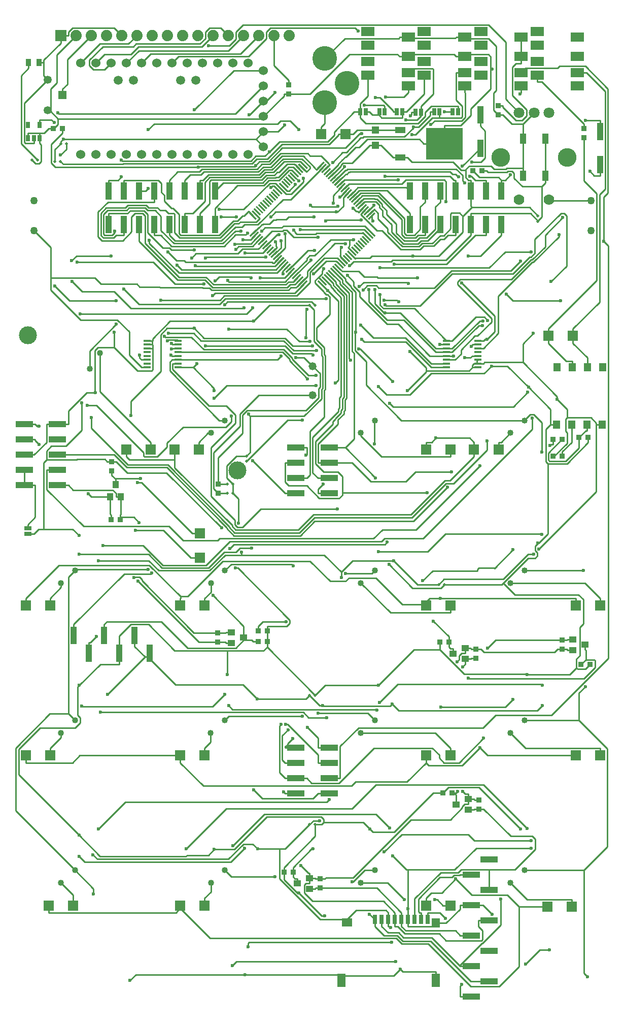
<source format=gbl>
G04 #@! TF.FileFunction,Copper,L2,Bot,Signal*
%FSLAX46Y46*%
G04 Gerber Fmt 4.6, Leading zero omitted, Abs format (unit mm)*
G04 Created by KiCad (PCBNEW 4.0.4-stable) date 07/12/17 09:58:22*
%MOMM*%
%LPD*%
G01*
G04 APERTURE LIST*
%ADD10C,2.000000*%
%ADD11C,1.016000*%
%ADD12C,3.000000*%
%ADD13R,3.000000X1.000000*%
%ADD14R,1.879600X1.879600*%
%ADD15C,1.879600*%
%ADD16C,1.800000*%
%ADD17C,3.116000*%
%ADD18C,1.778000*%
%ADD19R,0.650000X1.060000*%
%ADD20C,0.497840*%
%ADD21R,0.889000X1.270000*%
%ADD22R,2.247900X1.597660*%
%ADD23R,2.247900X1.498600*%
%ADD24R,0.635000X1.270000*%
%ADD25R,1.143000X1.016000*%
%ADD26R,1.016000X1.143000*%
%ADD27R,0.889000X0.889000*%
%ADD28R,1.651000X1.016000*%
%ADD29R,6.197600X5.298440*%
%ADD30C,1.320800*%
%ADD31C,4.114800*%
%ADD32R,0.698500X1.597660*%
%ADD33R,1.399540X1.597660*%
%ADD34R,1.399540X2.199640*%
%ADD35R,1.798320X1.399540*%
%ADD36R,1.270000X0.635000*%
%ADD37R,1.300000X1.400000*%
%ADD38R,1.000000X3.000000*%
%ADD39R,1.798320X1.767840*%
%ADD40R,1.270000X1.270000*%
%ADD41R,1.100000X1.800000*%
%ADD42R,1.200000X0.400000*%
%ADD43C,1.524000*%
%ADD44C,1.500000*%
%ADD45R,1.767840X1.798320*%
%ADD46C,1.270000*%
%ADD47C,1.348740*%
%ADD48R,1.348740X1.348740*%
%ADD49C,0.600000*%
%ADD50C,0.250000*%
G04 APERTURE END LIST*
D10*
D11*
X12800000Y-58010000D03*
X14570000Y-55390000D03*
D12*
X2500000Y-52500000D03*
D13*
X1905000Y-77470000D03*
X7445000Y-77470000D03*
X1905000Y-74930000D03*
X7445000Y-74930000D03*
X1905000Y-72390000D03*
X7445000Y-72390000D03*
X1905000Y-69850000D03*
X7445000Y-69850000D03*
X1905000Y-67310000D03*
X7445000Y-67310000D03*
D11*
X35400000Y-66650000D03*
X33050000Y-68750000D03*
D12*
X37500000Y-75000000D03*
D14*
X8000000Y-2500000D03*
D15*
X10540000Y-2500000D03*
X13080000Y-2500000D03*
X15620000Y-2500000D03*
X18160000Y-2500000D03*
X20700000Y-2500000D03*
X23240000Y-2500000D03*
X25780000Y-2500000D03*
X28320000Y-2500000D03*
X30860000Y-2500000D03*
X33400000Y-2500000D03*
X35940000Y-2500000D03*
X38480000Y-2500000D03*
X41020000Y-2500000D03*
X43560000Y-2500000D03*
X46100000Y-2500000D03*
D16*
X89495000Y-15360000D03*
X86995000Y-15360000D03*
X84495000Y-15360000D03*
D17*
X92545000Y-22860000D03*
X81445000Y-22860000D03*
D18*
X84495000Y-29860000D03*
X89495000Y-29860000D03*
D19*
X4450000Y-19600000D03*
X3500000Y-19600000D03*
X2550000Y-19600000D03*
X2550000Y-17400000D03*
X4450000Y-17400000D03*
D20*
X7962280Y-23500000D03*
X7037720Y-23500000D03*
X8962280Y-20500000D03*
X8037720Y-20500000D03*
X50462280Y-47500000D03*
X49537720Y-47500000D03*
X50462280Y-134000000D03*
X49537720Y-134000000D03*
X50462280Y-112500000D03*
X49537720Y-112500000D03*
X87630000Y-33482280D03*
X87630000Y-32557720D03*
X35780020Y-77280000D03*
X36704580Y-77280000D03*
X35817720Y-78780000D03*
X36742280Y-78780000D03*
X38970000Y-73496280D03*
X38970000Y-72571720D03*
D21*
X2611000Y-7000000D03*
X4389000Y-7000000D03*
D22*
X94246220Y-2796500D03*
X94246220Y-5996900D03*
X94246220Y-8696920D03*
X87499980Y-9095700D03*
D23*
X87499980Y-1795740D03*
D22*
X87499980Y-4096980D03*
X87499980Y-6797000D03*
X94246220Y-10896560D03*
X84830820Y-2796500D03*
X84830820Y-5996900D03*
X84830820Y-8696920D03*
X78084580Y-9095700D03*
D23*
X78084580Y-1795740D03*
D22*
X78084580Y-4096980D03*
X78084580Y-6797000D03*
X84830820Y-10896560D03*
D24*
X57970000Y-15240000D03*
X58870000Y-15240000D03*
D22*
X66000020Y-2796500D03*
X66000020Y-5996900D03*
X66000020Y-8696920D03*
X59253780Y-9095700D03*
D23*
X59253780Y-1795740D03*
D22*
X59253780Y-4096980D03*
X59253780Y-6797000D03*
X66000020Y-10896560D03*
X75415420Y-2796500D03*
X75415420Y-5996900D03*
X75415420Y-8696920D03*
X68669180Y-9095700D03*
D23*
X68669180Y-1795740D03*
D22*
X68669180Y-4096980D03*
X68669180Y-6797000D03*
X75415420Y-10896560D03*
D25*
X36494000Y-103737000D03*
X36494000Y-101959000D03*
X38526000Y-102848000D03*
D26*
X18034000Y-79375000D03*
X16256000Y-79375000D03*
X17145000Y-77343000D03*
D25*
X93468000Y-104919000D03*
X93468000Y-103141000D03*
X95500000Y-104030000D03*
X76032000Y-129771000D03*
X76032000Y-131549000D03*
X74000000Y-130660000D03*
X49532000Y-142961000D03*
X49532000Y-144739000D03*
X47500000Y-143850000D03*
X75532000Y-104651000D03*
X75532000Y-106429000D03*
X73500000Y-105540000D03*
D20*
X3173720Y-23274000D03*
X4098280Y-23274000D03*
D27*
X81026000Y-15748000D03*
X81026000Y-14224000D03*
X95330000Y-18028000D03*
X95330000Y-19552000D03*
X90170000Y-72644000D03*
X91694000Y-72644000D03*
X76738000Y-25000000D03*
X78262000Y-25000000D03*
X34280000Y-77268000D03*
X34280000Y-78792000D03*
X40908000Y-103554000D03*
X42432000Y-103554000D03*
X34208000Y-103610000D03*
X34208000Y-102086000D03*
X16500000Y-75057000D03*
X16500000Y-73533000D03*
X17907000Y-83185000D03*
X16383000Y-83185000D03*
X94838000Y-107300000D03*
X96362000Y-107300000D03*
X91690000Y-104792000D03*
X91690000Y-103268000D03*
X73262000Y-128755000D03*
X71738000Y-128755000D03*
X77810000Y-129898000D03*
X77810000Y-131422000D03*
X46762000Y-141945000D03*
X45238000Y-141945000D03*
X51310000Y-143088000D03*
X51310000Y-144612000D03*
X72762000Y-103635000D03*
X71238000Y-103635000D03*
X77310000Y-104778000D03*
X77310000Y-106302000D03*
X46000000Y-12262000D03*
X46000000Y-10738000D03*
D28*
X64674600Y-22786000D03*
D29*
X71999960Y-20500000D03*
D28*
X64674600Y-18214000D03*
D30*
X50000000Y-57587000D03*
X50000000Y-62413000D03*
D31*
X52025400Y-13670800D03*
X52050800Y-6350000D03*
X55787000Y-10493000D03*
D32*
X60453600Y-149850000D03*
X61553420Y-149850000D03*
X62653240Y-149850000D03*
X63750520Y-149850000D03*
X64850340Y-149850000D03*
X65950160Y-149850000D03*
X67049980Y-149850000D03*
X68149800Y-149850000D03*
X69249620Y-149850000D03*
D33*
X70550100Y-150449440D03*
D34*
X70550100Y-159949040D03*
X54852900Y-159949040D03*
D35*
X55752060Y-150347840D03*
D36*
X2540000Y-84640000D03*
X2540000Y-85540000D03*
D27*
X94488000Y-69500000D03*
X96012000Y-69500000D03*
D37*
X90712000Y-67318000D03*
X93252000Y-67318000D03*
X95792000Y-67318000D03*
X98332000Y-67318000D03*
X90782000Y-57778000D03*
X93322000Y-57778000D03*
X95862000Y-57778000D03*
X98402000Y-57778000D03*
D11*
X60400000Y-66650000D03*
X58050000Y-68750000D03*
X85400000Y-66650000D03*
X83050000Y-68750000D03*
X10400000Y-91650000D03*
X8050000Y-93750000D03*
X35400000Y-91650000D03*
X33050000Y-93750000D03*
X60400000Y-91650000D03*
X58050000Y-93750000D03*
X85400000Y-91650000D03*
X83050000Y-93750000D03*
X10400000Y-116650000D03*
X8050000Y-118750000D03*
X35377000Y-116650000D03*
X33027000Y-118750000D03*
X60400000Y-116650000D03*
X58050000Y-118750000D03*
X85400000Y-116650000D03*
X83050000Y-118750000D03*
X10400000Y-141650000D03*
X8050000Y-143750000D03*
X35400000Y-141650000D03*
X33050000Y-143750000D03*
X60400000Y-141650000D03*
X58050000Y-143750000D03*
X85400000Y-141650000D03*
X83050000Y-143750000D03*
D38*
X98000000Y-18480000D03*
X98000000Y-24020000D03*
X81520000Y-33960000D03*
X81520000Y-28420000D03*
X78980000Y-33960000D03*
X78980000Y-28420000D03*
X76440000Y-33960000D03*
X76440000Y-28420000D03*
D13*
X79500000Y-139840000D03*
X79500000Y-144920000D03*
X79500000Y-150000000D03*
X79500000Y-155080000D03*
X79500000Y-160160000D03*
X76500000Y-142380000D03*
X76500000Y-147460000D03*
X76500000Y-152540000D03*
X76500000Y-157620000D03*
X76500000Y-162700000D03*
D38*
X78000000Y-21270000D03*
X78000000Y-15730000D03*
X22850000Y-105500000D03*
X17770000Y-105500000D03*
X12690000Y-105500000D03*
X20310000Y-102500000D03*
X15230000Y-102500000D03*
X10150000Y-102500000D03*
D39*
X51460380Y-18950000D03*
X55539620Y-18950000D03*
X93479620Y-52578000D03*
X89400380Y-52578000D03*
X18960380Y-71500000D03*
X23039620Y-71500000D03*
X26960380Y-71500000D03*
X31039620Y-71500000D03*
X68937380Y-71500000D03*
X73016620Y-71500000D03*
X76960380Y-71500000D03*
X81039620Y-71500000D03*
X2170780Y-97500000D03*
X6250020Y-97500000D03*
X27937380Y-97500000D03*
X32016620Y-97500000D03*
X68937380Y-97500000D03*
X73016620Y-97500000D03*
X93937380Y-97500000D03*
X98016620Y-97500000D03*
X2170780Y-122500000D03*
X6250020Y-122500000D03*
X27937380Y-122500000D03*
X32016620Y-122500000D03*
X68937380Y-122500000D03*
X73016620Y-122500000D03*
X93937380Y-122500000D03*
X98016620Y-122500000D03*
X5960380Y-147500000D03*
X10039620Y-147500000D03*
X27937380Y-147500000D03*
X32016620Y-147500000D03*
X68937380Y-147500000D03*
X73016620Y-147500000D03*
X89210380Y-147750000D03*
X93289620Y-147750000D03*
D40*
X60500000Y-18230000D03*
X60500000Y-20770000D03*
D24*
X61145000Y-15240000D03*
X62045000Y-15240000D03*
X64991400Y-15240000D03*
X64091400Y-15240000D03*
D41*
X85150000Y-25850300D03*
X85150000Y-19650300D03*
X88850000Y-19650300D03*
X88850000Y-25850300D03*
D10*
G36*
X60535891Y-35838478D02*
X60323759Y-36050610D01*
X59263099Y-34989950D01*
X59475231Y-34777818D01*
X60535891Y-35838478D01*
X60535891Y-35838478D01*
G37*
G36*
X60182338Y-36192031D02*
X59970206Y-36404163D01*
X58909546Y-35343503D01*
X59121678Y-35131371D01*
X60182338Y-36192031D01*
X60182338Y-36192031D01*
G37*
G36*
X59828784Y-36545584D02*
X59616652Y-36757716D01*
X58555992Y-35697056D01*
X58768124Y-35484924D01*
X59828784Y-36545584D01*
X59828784Y-36545584D01*
G37*
G36*
X59475231Y-36899138D02*
X59263099Y-37111270D01*
X58202439Y-36050610D01*
X58414571Y-35838478D01*
X59475231Y-36899138D01*
X59475231Y-36899138D01*
G37*
G36*
X59121677Y-37252691D02*
X58909545Y-37464823D01*
X57848885Y-36404163D01*
X58061017Y-36192031D01*
X59121677Y-37252691D01*
X59121677Y-37252691D01*
G37*
G36*
X58768124Y-37606245D02*
X58555992Y-37818377D01*
X57495332Y-36757717D01*
X57707464Y-36545585D01*
X58768124Y-37606245D01*
X58768124Y-37606245D01*
G37*
G36*
X58414571Y-37959798D02*
X58202439Y-38171930D01*
X57141779Y-37111270D01*
X57353911Y-36899138D01*
X58414571Y-37959798D01*
X58414571Y-37959798D01*
G37*
G36*
X58061017Y-38313351D02*
X57848885Y-38525483D01*
X56788225Y-37464823D01*
X57000357Y-37252691D01*
X58061017Y-38313351D01*
X58061017Y-38313351D01*
G37*
G36*
X57707464Y-38666905D02*
X57495332Y-38879037D01*
X56434672Y-37818377D01*
X56646804Y-37606245D01*
X57707464Y-38666905D01*
X57707464Y-38666905D01*
G37*
G36*
X57353910Y-39020458D02*
X57141778Y-39232590D01*
X56081118Y-38171930D01*
X56293250Y-37959798D01*
X57353910Y-39020458D01*
X57353910Y-39020458D01*
G37*
G36*
X57000357Y-39374011D02*
X56788225Y-39586143D01*
X55727565Y-38525483D01*
X55939697Y-38313351D01*
X57000357Y-39374011D01*
X57000357Y-39374011D01*
G37*
G36*
X56646804Y-39727565D02*
X56434672Y-39939697D01*
X55374012Y-38879037D01*
X55586144Y-38666905D01*
X56646804Y-39727565D01*
X56646804Y-39727565D01*
G37*
G36*
X56293250Y-40081118D02*
X56081118Y-40293250D01*
X55020458Y-39232590D01*
X55232590Y-39020458D01*
X56293250Y-40081118D01*
X56293250Y-40081118D01*
G37*
G36*
X55939697Y-40434672D02*
X55727565Y-40646804D01*
X54666905Y-39586144D01*
X54879037Y-39374012D01*
X55939697Y-40434672D01*
X55939697Y-40434672D01*
G37*
G36*
X55586143Y-40788225D02*
X55374011Y-41000357D01*
X54313351Y-39939697D01*
X54525483Y-39727565D01*
X55586143Y-40788225D01*
X55586143Y-40788225D01*
G37*
G36*
X55232590Y-41141778D02*
X55020458Y-41353910D01*
X53959798Y-40293250D01*
X54171930Y-40081118D01*
X55232590Y-41141778D01*
X55232590Y-41141778D01*
G37*
G36*
X54879037Y-41495332D02*
X54666905Y-41707464D01*
X53606245Y-40646804D01*
X53818377Y-40434672D01*
X54879037Y-41495332D01*
X54879037Y-41495332D01*
G37*
G36*
X54525483Y-41848885D02*
X54313351Y-42061017D01*
X53252691Y-41000357D01*
X53464823Y-40788225D01*
X54525483Y-41848885D01*
X54525483Y-41848885D01*
G37*
G36*
X54171930Y-42202439D02*
X53959798Y-42414571D01*
X52899138Y-41353911D01*
X53111270Y-41141779D01*
X54171930Y-42202439D01*
X54171930Y-42202439D01*
G37*
G36*
X53818377Y-42555992D02*
X53606245Y-42768124D01*
X52545585Y-41707464D01*
X52757717Y-41495332D01*
X53818377Y-42555992D01*
X53818377Y-42555992D01*
G37*
G36*
X53464823Y-42909545D02*
X53252691Y-43121677D01*
X52192031Y-42061017D01*
X52404163Y-41848885D01*
X53464823Y-42909545D01*
X53464823Y-42909545D01*
G37*
G36*
X53111270Y-43263099D02*
X52899138Y-43475231D01*
X51838478Y-42414571D01*
X52050610Y-42202439D01*
X53111270Y-43263099D01*
X53111270Y-43263099D01*
G37*
G36*
X52757716Y-43616652D02*
X52545584Y-43828784D01*
X51484924Y-42768124D01*
X51697056Y-42555992D01*
X52757716Y-43616652D01*
X52757716Y-43616652D01*
G37*
G36*
X52404163Y-43970206D02*
X52192031Y-44182338D01*
X51131371Y-43121678D01*
X51343503Y-42909546D01*
X52404163Y-43970206D01*
X52404163Y-43970206D01*
G37*
G36*
X52050610Y-44323759D02*
X51838478Y-44535891D01*
X50777818Y-43475231D01*
X50989950Y-43263099D01*
X52050610Y-44323759D01*
X52050610Y-44323759D01*
G37*
G36*
X49222182Y-43475231D02*
X48161522Y-44535891D01*
X47949390Y-44323759D01*
X49010050Y-43263099D01*
X49222182Y-43475231D01*
X49222182Y-43475231D01*
G37*
G36*
X48868629Y-43121678D02*
X47807969Y-44182338D01*
X47595837Y-43970206D01*
X48656497Y-42909546D01*
X48868629Y-43121678D01*
X48868629Y-43121678D01*
G37*
G36*
X48515076Y-42768124D02*
X47454416Y-43828784D01*
X47242284Y-43616652D01*
X48302944Y-42555992D01*
X48515076Y-42768124D01*
X48515076Y-42768124D01*
G37*
G36*
X48161522Y-42414571D02*
X47100862Y-43475231D01*
X46888730Y-43263099D01*
X47949390Y-42202439D01*
X48161522Y-42414571D01*
X48161522Y-42414571D01*
G37*
G36*
X47807969Y-42061017D02*
X46747309Y-43121677D01*
X46535177Y-42909545D01*
X47595837Y-41848885D01*
X47807969Y-42061017D01*
X47807969Y-42061017D01*
G37*
G36*
X47454415Y-41707464D02*
X46393755Y-42768124D01*
X46181623Y-42555992D01*
X47242283Y-41495332D01*
X47454415Y-41707464D01*
X47454415Y-41707464D01*
G37*
G36*
X47100862Y-41353911D02*
X46040202Y-42414571D01*
X45828070Y-42202439D01*
X46888730Y-41141779D01*
X47100862Y-41353911D01*
X47100862Y-41353911D01*
G37*
G36*
X46747309Y-41000357D02*
X45686649Y-42061017D01*
X45474517Y-41848885D01*
X46535177Y-40788225D01*
X46747309Y-41000357D01*
X46747309Y-41000357D01*
G37*
G36*
X46393755Y-40646804D02*
X45333095Y-41707464D01*
X45120963Y-41495332D01*
X46181623Y-40434672D01*
X46393755Y-40646804D01*
X46393755Y-40646804D01*
G37*
G36*
X46040202Y-40293250D02*
X44979542Y-41353910D01*
X44767410Y-41141778D01*
X45828070Y-40081118D01*
X46040202Y-40293250D01*
X46040202Y-40293250D01*
G37*
G36*
X45686649Y-39939697D02*
X44625989Y-41000357D01*
X44413857Y-40788225D01*
X45474517Y-39727565D01*
X45686649Y-39939697D01*
X45686649Y-39939697D01*
G37*
G36*
X45333095Y-39586144D02*
X44272435Y-40646804D01*
X44060303Y-40434672D01*
X45120963Y-39374012D01*
X45333095Y-39586144D01*
X45333095Y-39586144D01*
G37*
G36*
X44979542Y-39232590D02*
X43918882Y-40293250D01*
X43706750Y-40081118D01*
X44767410Y-39020458D01*
X44979542Y-39232590D01*
X44979542Y-39232590D01*
G37*
G36*
X44625988Y-38879037D02*
X43565328Y-39939697D01*
X43353196Y-39727565D01*
X44413856Y-38666905D01*
X44625988Y-38879037D01*
X44625988Y-38879037D01*
G37*
G36*
X44272435Y-38525483D02*
X43211775Y-39586143D01*
X42999643Y-39374011D01*
X44060303Y-38313351D01*
X44272435Y-38525483D01*
X44272435Y-38525483D01*
G37*
G36*
X43918882Y-38171930D02*
X42858222Y-39232590D01*
X42646090Y-39020458D01*
X43706750Y-37959798D01*
X43918882Y-38171930D01*
X43918882Y-38171930D01*
G37*
G36*
X43565328Y-37818377D02*
X42504668Y-38879037D01*
X42292536Y-38666905D01*
X43353196Y-37606245D01*
X43565328Y-37818377D01*
X43565328Y-37818377D01*
G37*
G36*
X43211775Y-37464823D02*
X42151115Y-38525483D01*
X41938983Y-38313351D01*
X42999643Y-37252691D01*
X43211775Y-37464823D01*
X43211775Y-37464823D01*
G37*
G36*
X42858221Y-37111270D02*
X41797561Y-38171930D01*
X41585429Y-37959798D01*
X42646089Y-36899138D01*
X42858221Y-37111270D01*
X42858221Y-37111270D01*
G37*
G36*
X42504668Y-36757717D02*
X41444008Y-37818377D01*
X41231876Y-37606245D01*
X42292536Y-36545585D01*
X42504668Y-36757717D01*
X42504668Y-36757717D01*
G37*
G36*
X42151115Y-36404163D02*
X41090455Y-37464823D01*
X40878323Y-37252691D01*
X41938983Y-36192031D01*
X42151115Y-36404163D01*
X42151115Y-36404163D01*
G37*
G36*
X41797561Y-36050610D02*
X40736901Y-37111270D01*
X40524769Y-36899138D01*
X41585429Y-35838478D01*
X41797561Y-36050610D01*
X41797561Y-36050610D01*
G37*
G36*
X41444008Y-35697056D02*
X40383348Y-36757716D01*
X40171216Y-36545584D01*
X41231876Y-35484924D01*
X41444008Y-35697056D01*
X41444008Y-35697056D01*
G37*
G36*
X41090454Y-35343503D02*
X40029794Y-36404163D01*
X39817662Y-36192031D01*
X40878322Y-35131371D01*
X41090454Y-35343503D01*
X41090454Y-35343503D01*
G37*
G36*
X40736901Y-34989950D02*
X39676241Y-36050610D01*
X39464109Y-35838478D01*
X40524769Y-34777818D01*
X40736901Y-34989950D01*
X40736901Y-34989950D01*
G37*
G36*
X40736901Y-33010050D02*
X40524769Y-33222182D01*
X39464109Y-32161522D01*
X39676241Y-31949390D01*
X40736901Y-33010050D01*
X40736901Y-33010050D01*
G37*
G36*
X41090454Y-32656497D02*
X40878322Y-32868629D01*
X39817662Y-31807969D01*
X40029794Y-31595837D01*
X41090454Y-32656497D01*
X41090454Y-32656497D01*
G37*
G36*
X41444008Y-32302944D02*
X41231876Y-32515076D01*
X40171216Y-31454416D01*
X40383348Y-31242284D01*
X41444008Y-32302944D01*
X41444008Y-32302944D01*
G37*
G36*
X41797561Y-31949390D02*
X41585429Y-32161522D01*
X40524769Y-31100862D01*
X40736901Y-30888730D01*
X41797561Y-31949390D01*
X41797561Y-31949390D01*
G37*
G36*
X42151115Y-31595837D02*
X41938983Y-31807969D01*
X40878323Y-30747309D01*
X41090455Y-30535177D01*
X42151115Y-31595837D01*
X42151115Y-31595837D01*
G37*
G36*
X42504668Y-31242283D02*
X42292536Y-31454415D01*
X41231876Y-30393755D01*
X41444008Y-30181623D01*
X42504668Y-31242283D01*
X42504668Y-31242283D01*
G37*
G36*
X42858221Y-30888730D02*
X42646089Y-31100862D01*
X41585429Y-30040202D01*
X41797561Y-29828070D01*
X42858221Y-30888730D01*
X42858221Y-30888730D01*
G37*
G36*
X43211775Y-30535177D02*
X42999643Y-30747309D01*
X41938983Y-29686649D01*
X42151115Y-29474517D01*
X43211775Y-30535177D01*
X43211775Y-30535177D01*
G37*
G36*
X43565328Y-30181623D02*
X43353196Y-30393755D01*
X42292536Y-29333095D01*
X42504668Y-29120963D01*
X43565328Y-30181623D01*
X43565328Y-30181623D01*
G37*
G36*
X43918882Y-29828070D02*
X43706750Y-30040202D01*
X42646090Y-28979542D01*
X42858222Y-28767410D01*
X43918882Y-29828070D01*
X43918882Y-29828070D01*
G37*
G36*
X44272435Y-29474517D02*
X44060303Y-29686649D01*
X42999643Y-28625989D01*
X43211775Y-28413857D01*
X44272435Y-29474517D01*
X44272435Y-29474517D01*
G37*
G36*
X44625988Y-29120963D02*
X44413856Y-29333095D01*
X43353196Y-28272435D01*
X43565328Y-28060303D01*
X44625988Y-29120963D01*
X44625988Y-29120963D01*
G37*
G36*
X44979542Y-28767410D02*
X44767410Y-28979542D01*
X43706750Y-27918882D01*
X43918882Y-27706750D01*
X44979542Y-28767410D01*
X44979542Y-28767410D01*
G37*
G36*
X45333095Y-28413856D02*
X45120963Y-28625988D01*
X44060303Y-27565328D01*
X44272435Y-27353196D01*
X45333095Y-28413856D01*
X45333095Y-28413856D01*
G37*
G36*
X45686649Y-28060303D02*
X45474517Y-28272435D01*
X44413857Y-27211775D01*
X44625989Y-26999643D01*
X45686649Y-28060303D01*
X45686649Y-28060303D01*
G37*
G36*
X46040202Y-27706750D02*
X45828070Y-27918882D01*
X44767410Y-26858222D01*
X44979542Y-26646090D01*
X46040202Y-27706750D01*
X46040202Y-27706750D01*
G37*
G36*
X46393755Y-27353196D02*
X46181623Y-27565328D01*
X45120963Y-26504668D01*
X45333095Y-26292536D01*
X46393755Y-27353196D01*
X46393755Y-27353196D01*
G37*
G36*
X46747309Y-26999643D02*
X46535177Y-27211775D01*
X45474517Y-26151115D01*
X45686649Y-25938983D01*
X46747309Y-26999643D01*
X46747309Y-26999643D01*
G37*
G36*
X47100862Y-26646089D02*
X46888730Y-26858221D01*
X45828070Y-25797561D01*
X46040202Y-25585429D01*
X47100862Y-26646089D01*
X47100862Y-26646089D01*
G37*
G36*
X47454415Y-26292536D02*
X47242283Y-26504668D01*
X46181623Y-25444008D01*
X46393755Y-25231876D01*
X47454415Y-26292536D01*
X47454415Y-26292536D01*
G37*
G36*
X47807969Y-25938983D02*
X47595837Y-26151115D01*
X46535177Y-25090455D01*
X46747309Y-24878323D01*
X47807969Y-25938983D01*
X47807969Y-25938983D01*
G37*
G36*
X48161522Y-25585429D02*
X47949390Y-25797561D01*
X46888730Y-24736901D01*
X47100862Y-24524769D01*
X48161522Y-25585429D01*
X48161522Y-25585429D01*
G37*
G36*
X48515076Y-25231876D02*
X48302944Y-25444008D01*
X47242284Y-24383348D01*
X47454416Y-24171216D01*
X48515076Y-25231876D01*
X48515076Y-25231876D01*
G37*
G36*
X48868629Y-24878322D02*
X48656497Y-25090454D01*
X47595837Y-24029794D01*
X47807969Y-23817662D01*
X48868629Y-24878322D01*
X48868629Y-24878322D01*
G37*
G36*
X49222182Y-24524769D02*
X49010050Y-24736901D01*
X47949390Y-23676241D01*
X48161522Y-23464109D01*
X49222182Y-24524769D01*
X49222182Y-24524769D01*
G37*
G36*
X52050610Y-23676241D02*
X50989950Y-24736901D01*
X50777818Y-24524769D01*
X51838478Y-23464109D01*
X52050610Y-23676241D01*
X52050610Y-23676241D01*
G37*
G36*
X52404163Y-24029794D02*
X51343503Y-25090454D01*
X51131371Y-24878322D01*
X52192031Y-23817662D01*
X52404163Y-24029794D01*
X52404163Y-24029794D01*
G37*
G36*
X52757716Y-24383348D02*
X51697056Y-25444008D01*
X51484924Y-25231876D01*
X52545584Y-24171216D01*
X52757716Y-24383348D01*
X52757716Y-24383348D01*
G37*
G36*
X53111270Y-24736901D02*
X52050610Y-25797561D01*
X51838478Y-25585429D01*
X52899138Y-24524769D01*
X53111270Y-24736901D01*
X53111270Y-24736901D01*
G37*
G36*
X53464823Y-25090455D02*
X52404163Y-26151115D01*
X52192031Y-25938983D01*
X53252691Y-24878323D01*
X53464823Y-25090455D01*
X53464823Y-25090455D01*
G37*
G36*
X53818377Y-25444008D02*
X52757717Y-26504668D01*
X52545585Y-26292536D01*
X53606245Y-25231876D01*
X53818377Y-25444008D01*
X53818377Y-25444008D01*
G37*
G36*
X54171930Y-25797561D02*
X53111270Y-26858221D01*
X52899138Y-26646089D01*
X53959798Y-25585429D01*
X54171930Y-25797561D01*
X54171930Y-25797561D01*
G37*
G36*
X54525483Y-26151115D02*
X53464823Y-27211775D01*
X53252691Y-26999643D01*
X54313351Y-25938983D01*
X54525483Y-26151115D01*
X54525483Y-26151115D01*
G37*
G36*
X54879037Y-26504668D02*
X53818377Y-27565328D01*
X53606245Y-27353196D01*
X54666905Y-26292536D01*
X54879037Y-26504668D01*
X54879037Y-26504668D01*
G37*
G36*
X55232590Y-26858222D02*
X54171930Y-27918882D01*
X53959798Y-27706750D01*
X55020458Y-26646090D01*
X55232590Y-26858222D01*
X55232590Y-26858222D01*
G37*
G36*
X55586143Y-27211775D02*
X54525483Y-28272435D01*
X54313351Y-28060303D01*
X55374011Y-26999643D01*
X55586143Y-27211775D01*
X55586143Y-27211775D01*
G37*
G36*
X55939697Y-27565328D02*
X54879037Y-28625988D01*
X54666905Y-28413856D01*
X55727565Y-27353196D01*
X55939697Y-27565328D01*
X55939697Y-27565328D01*
G37*
G36*
X56293250Y-27918882D02*
X55232590Y-28979542D01*
X55020458Y-28767410D01*
X56081118Y-27706750D01*
X56293250Y-27918882D01*
X56293250Y-27918882D01*
G37*
G36*
X56646804Y-28272435D02*
X55586144Y-29333095D01*
X55374012Y-29120963D01*
X56434672Y-28060303D01*
X56646804Y-28272435D01*
X56646804Y-28272435D01*
G37*
G36*
X57000357Y-28625989D02*
X55939697Y-29686649D01*
X55727565Y-29474517D01*
X56788225Y-28413857D01*
X57000357Y-28625989D01*
X57000357Y-28625989D01*
G37*
G36*
X57353910Y-28979542D02*
X56293250Y-30040202D01*
X56081118Y-29828070D01*
X57141778Y-28767410D01*
X57353910Y-28979542D01*
X57353910Y-28979542D01*
G37*
G36*
X57707464Y-29333095D02*
X56646804Y-30393755D01*
X56434672Y-30181623D01*
X57495332Y-29120963D01*
X57707464Y-29333095D01*
X57707464Y-29333095D01*
G37*
G36*
X58061017Y-29686649D02*
X57000357Y-30747309D01*
X56788225Y-30535177D01*
X57848885Y-29474517D01*
X58061017Y-29686649D01*
X58061017Y-29686649D01*
G37*
G36*
X58414571Y-30040202D02*
X57353911Y-31100862D01*
X57141779Y-30888730D01*
X58202439Y-29828070D01*
X58414571Y-30040202D01*
X58414571Y-30040202D01*
G37*
G36*
X58768124Y-30393755D02*
X57707464Y-31454415D01*
X57495332Y-31242283D01*
X58555992Y-30181623D01*
X58768124Y-30393755D01*
X58768124Y-30393755D01*
G37*
G36*
X59121677Y-30747309D02*
X58061017Y-31807969D01*
X57848885Y-31595837D01*
X58909545Y-30535177D01*
X59121677Y-30747309D01*
X59121677Y-30747309D01*
G37*
G36*
X59475231Y-31100862D02*
X58414571Y-32161522D01*
X58202439Y-31949390D01*
X59263099Y-30888730D01*
X59475231Y-31100862D01*
X59475231Y-31100862D01*
G37*
G36*
X59828784Y-31454416D02*
X58768124Y-32515076D01*
X58555992Y-32302944D01*
X59616652Y-31242284D01*
X59828784Y-31454416D01*
X59828784Y-31454416D01*
G37*
G36*
X60182338Y-31807969D02*
X59121678Y-32868629D01*
X58909546Y-32656497D01*
X59970206Y-31595837D01*
X60182338Y-31807969D01*
X60182338Y-31807969D01*
G37*
G36*
X60535891Y-32161522D02*
X59475231Y-33222182D01*
X59263099Y-33010050D01*
X60323759Y-31949390D01*
X60535891Y-32161522D01*
X60535891Y-32161522D01*
G37*
D42*
X22400000Y-57822500D03*
X22400000Y-57187500D03*
X22400000Y-56552500D03*
X22400000Y-55917500D03*
X22400000Y-55282500D03*
X22400000Y-54647500D03*
X22400000Y-54012500D03*
X22400000Y-53377500D03*
X27600000Y-53377500D03*
X27600000Y-54012500D03*
X27600000Y-54647500D03*
X27600000Y-55282500D03*
X27600000Y-55917500D03*
X27600000Y-56552500D03*
X27600000Y-57187500D03*
X27600000Y-57822500D03*
X77600000Y-53377500D03*
X77600000Y-54012500D03*
X77600000Y-54647500D03*
X77600000Y-55282500D03*
X77600000Y-55917500D03*
X77600000Y-56552500D03*
X77600000Y-57187500D03*
X77600000Y-57822500D03*
X72400000Y-57822500D03*
X72400000Y-57187500D03*
X72400000Y-56552500D03*
X72400000Y-55917500D03*
X72400000Y-55282500D03*
X72400000Y-54647500D03*
X72400000Y-54012500D03*
X72400000Y-53377500D03*
D38*
X26120000Y-28420000D03*
X26120000Y-33960000D03*
X28660000Y-28420000D03*
X28660000Y-33960000D03*
X31200000Y-28420000D03*
X31200000Y-33960000D03*
X33740000Y-28420000D03*
X33740000Y-33960000D03*
D27*
X42432000Y-101776000D03*
X40908000Y-101776000D03*
X6738000Y-18000000D03*
X8262000Y-18000000D03*
D43*
X41820000Y-21030000D03*
X41820000Y-18490000D03*
X41820000Y-15950000D03*
X41820000Y-13410000D03*
X41820000Y-10870000D03*
X41820000Y-8330000D03*
X39280000Y-22300000D03*
X36740000Y-22300000D03*
X34200000Y-22300000D03*
X31660000Y-22300000D03*
X29120000Y-22300000D03*
X26580000Y-22300000D03*
X24040000Y-22300000D03*
X21500000Y-22300000D03*
X18960000Y-22300000D03*
X16420000Y-22300000D03*
X13880000Y-22300000D03*
X11340000Y-22300000D03*
X39280000Y-7060000D03*
X36740000Y-7060000D03*
X34200000Y-7060000D03*
X31660000Y-7060000D03*
X29120000Y-7060000D03*
X26580000Y-7060000D03*
X24040000Y-7060000D03*
X21500000Y-7060000D03*
X18960000Y-7060000D03*
X16420000Y-7060000D03*
X13880000Y-7060000D03*
X11340000Y-7060000D03*
D44*
X30517000Y-9981000D03*
X27977000Y-9981000D03*
X20103000Y-9981000D03*
X17563000Y-9981000D03*
D38*
X23580000Y-33960000D03*
X23580000Y-28420000D03*
X21040000Y-33960000D03*
X21040000Y-28420000D03*
X18500000Y-33960000D03*
X18500000Y-28420000D03*
X15960000Y-33960000D03*
X15960000Y-28420000D03*
X73900000Y-33960000D03*
X73900000Y-28420000D03*
X71360000Y-33960000D03*
X71360000Y-28420000D03*
X68820000Y-33960000D03*
X68820000Y-28420000D03*
X66280000Y-33960000D03*
X66280000Y-28420000D03*
D20*
X71999980Y-94000000D03*
X71075420Y-94000000D03*
D45*
X31190000Y-89549620D03*
X31190000Y-85470380D03*
D46*
X3500000Y-30000640D03*
X3500000Y-34999360D03*
X96500000Y-34999360D03*
X96500000Y-30000640D03*
D27*
X91694000Y-69850000D03*
X90170000Y-69850000D03*
D47*
X5801080Y-14940000D03*
X5801080Y-9860000D03*
D48*
X8297900Y-12400000D03*
D24*
X73413200Y-15240000D03*
X74313200Y-15240000D03*
X67190200Y-15265400D03*
X68090200Y-15265400D03*
X70314400Y-15240000D03*
X71214400Y-15240000D03*
D13*
X52770000Y-71190000D03*
X47230000Y-71190000D03*
X52770000Y-73730000D03*
X47230000Y-73730000D03*
X52770000Y-76270000D03*
X47230000Y-76270000D03*
X52770000Y-78810000D03*
X47230000Y-78810000D03*
X47230000Y-128810000D03*
X52770000Y-128810000D03*
X47230000Y-126270000D03*
X52770000Y-126270000D03*
X47230000Y-123730000D03*
X52770000Y-123730000D03*
X47230000Y-121190000D03*
X52770000Y-121190000D03*
D49*
X37105400Y-91266400D03*
X84700000Y-134712700D03*
X11031900Y-135800000D03*
X35802300Y-109040200D03*
X11094200Y-110830500D03*
X79986100Y-8104500D03*
X33574700Y-61689000D03*
X56880500Y-36552200D03*
X61018300Y-110830500D03*
X61268800Y-45670300D03*
X79865400Y-57596600D03*
X86040400Y-61126800D03*
X59599800Y-134772700D03*
X33574700Y-138104600D03*
X79257200Y-49978700D03*
X85825300Y-109035900D03*
X60057300Y-33372500D03*
X52053500Y-149204300D03*
X35356900Y-47335500D03*
X30683500Y-57212000D03*
X96296400Y-25136000D03*
X62782900Y-90656900D03*
X61029100Y-61003800D03*
X83034500Y-25734300D03*
X34820300Y-84584600D03*
X35835000Y-43341400D03*
X87595200Y-87123200D03*
X11480900Y-63740700D03*
X11021100Y-85829800D03*
X47745200Y-145436700D03*
X63574700Y-90022000D03*
X41323500Y-42928600D03*
X63383600Y-139262300D03*
X39361600Y-65597300D03*
X95597300Y-16620700D03*
X8455800Y-19735600D03*
X63315300Y-113923200D03*
X65825300Y-61697900D03*
X65950200Y-148058200D03*
X88381100Y-114193600D03*
X38720400Y-159050400D03*
X51744000Y-114143100D03*
X40802300Y-113092300D03*
X15819600Y-112323200D03*
X45355000Y-17378500D03*
X79975400Y-148998800D03*
X90825300Y-63107700D03*
X40825300Y-138078100D03*
X13387200Y-139040300D03*
X51204300Y-133371900D03*
X13737700Y-62024300D03*
X86493700Y-137960800D03*
X63012300Y-151161500D03*
X54834100Y-92802600D03*
X38191200Y-88616500D03*
X64678700Y-158099400D03*
X14267800Y-90009900D03*
X86839500Y-52143700D03*
X37668300Y-83763500D03*
X40149400Y-50125500D03*
X66792900Y-39248800D03*
X66232100Y-55195900D03*
X86928700Y-88968900D03*
X87807700Y-88068700D03*
X19567000Y-159992400D03*
X16940000Y-51912900D03*
X7952000Y-22438000D03*
X48087700Y-140844100D03*
X74126100Y-106860100D03*
X75029400Y-128479500D03*
X6887900Y-17019900D03*
X50380400Y-38306900D03*
X47234900Y-56157000D03*
X45089000Y-42239800D03*
X49097200Y-48136300D03*
X48922300Y-52845000D03*
X60257100Y-30814000D03*
X58127100Y-33233300D03*
X52183500Y-33424200D03*
X48306000Y-66588100D03*
X79207500Y-104635000D03*
X81381200Y-146414000D03*
X74917000Y-160642100D03*
X72197300Y-149669600D03*
X78356100Y-50863100D03*
X31902500Y-43945400D03*
X10701100Y-40296500D03*
X53955800Y-31915500D03*
X43075600Y-32698600D03*
X37326200Y-32698600D03*
X34752600Y-32748700D03*
X59413800Y-44862800D03*
X78456800Y-50062700D03*
X20479400Y-84948400D03*
X30250000Y-51294000D03*
X60382900Y-44852800D03*
X54547500Y-29452500D03*
X62149000Y-48720000D03*
X50017400Y-54201000D03*
X19657900Y-65867000D03*
X72277000Y-30227200D03*
X71242700Y-53981600D03*
X70619800Y-69599300D03*
X55811300Y-42487800D03*
X53448500Y-30425600D03*
X73507100Y-55917500D03*
X71361000Y-96290800D03*
X77953200Y-121198900D03*
X79131300Y-53135200D03*
X74868100Y-43751200D03*
X64339300Y-26557700D03*
X75410900Y-56224900D03*
X74421100Y-26042600D03*
X73926900Y-143078400D03*
X76488000Y-54349500D03*
X75423000Y-27031300D03*
X39235400Y-154423600D03*
X63208400Y-153608100D03*
X22760500Y-36602800D03*
X27411900Y-40792100D03*
X30483600Y-40860100D03*
X25901900Y-38537500D03*
X45424400Y-35520300D03*
X44732800Y-36705100D03*
X39176100Y-35398600D03*
X41539500Y-35084000D03*
X56320900Y-56568900D03*
X48930100Y-72460000D03*
X50067800Y-138067000D03*
X63675900Y-40581400D03*
X76264200Y-25950900D03*
X73167400Y-75225100D03*
X75971500Y-109595500D03*
X75978900Y-39265100D03*
X74229000Y-128458900D03*
X69155500Y-78697200D03*
X39984500Y-73379200D03*
X33296200Y-45862000D03*
X45597900Y-100223600D03*
X38743500Y-38729200D03*
X66827500Y-17760800D03*
X66358300Y-15877000D03*
X53364800Y-23641200D03*
X45204700Y-128608300D03*
X40196600Y-128238400D03*
X30928600Y-24465400D03*
X58193100Y-18869400D03*
X72051000Y-15212400D03*
X40495400Y-24156200D03*
X44449700Y-35709800D03*
X45918300Y-118243500D03*
X37207100Y-38113700D03*
X45535600Y-117336700D03*
X37033900Y-37313300D03*
X46685400Y-119714500D03*
X38407400Y-36577900D03*
X50266700Y-32720000D03*
X49172600Y-117824700D03*
X60530500Y-76223500D03*
X70189700Y-100114500D03*
X47146800Y-27335400D03*
X60504300Y-12824900D03*
X22568700Y-28001000D03*
X22605600Y-18199200D03*
X47704900Y-18158900D03*
X47704800Y-26755100D03*
X62116100Y-25925400D03*
X56812300Y-31313100D03*
X49753600Y-39903300D03*
X30303300Y-14876700D03*
X23165900Y-92123500D03*
X49641400Y-30771500D03*
X54239900Y-30969200D03*
X56202800Y-40885200D03*
X42802500Y-21869800D03*
X43092100Y-27810100D03*
X18094300Y-26068100D03*
X18094300Y-23280700D03*
X75027100Y-24242900D03*
X72542100Y-77775100D03*
X76579800Y-23604600D03*
X77984400Y-74210200D03*
X21061300Y-83664000D03*
X20893500Y-93422000D03*
X12585200Y-78866700D03*
X4389500Y-70671000D03*
X20217000Y-92885500D03*
X4382400Y-67634000D03*
X59518400Y-148966500D03*
X75039600Y-107754700D03*
X78580700Y-119637500D03*
X89592500Y-70846300D03*
X44735200Y-117288500D03*
X29856900Y-39561900D03*
X95196800Y-91650000D03*
X95557000Y-111035200D03*
X88307100Y-71949500D03*
X49187300Y-59757300D03*
X57236900Y-51941100D03*
X95859600Y-159350000D03*
X13467800Y-145564500D03*
X24679300Y-46587300D03*
X17257300Y-50631000D03*
X26418500Y-55791300D03*
X22553300Y-91509700D03*
X44757000Y-55967000D03*
X46829600Y-90889300D03*
X48277400Y-115990400D03*
X43764300Y-142726300D03*
X50204200Y-42248100D03*
X60303900Y-70591800D03*
X55478800Y-92164300D03*
X56604500Y-143557100D03*
X50905900Y-115492000D03*
X67504000Y-42909800D03*
X54138200Y-81373600D03*
X38540400Y-47906700D03*
X9900000Y-43488500D03*
X32122400Y-54212300D03*
X50082200Y-55741300D03*
X86478700Y-38542700D03*
X61262500Y-41208900D03*
X18520100Y-44733900D03*
X52289700Y-46328700D03*
X58445900Y-44919900D03*
X84695000Y-40074900D03*
X40054000Y-47878400D03*
X11232700Y-48918100D03*
X64393700Y-46900300D03*
X61948600Y-46583300D03*
X49597600Y-53476900D03*
X36050800Y-51409500D03*
X89817600Y-43506000D03*
X62135700Y-47383700D03*
X13112400Y-66201200D03*
X79131300Y-70056700D03*
X36430500Y-65944200D03*
X12429500Y-64177300D03*
X63381200Y-60128400D03*
X57752900Y-54748200D03*
X50629200Y-60825100D03*
X33574700Y-62941800D03*
X85944000Y-61946500D03*
X62850400Y-63766900D03*
X15067800Y-87488500D03*
X86648900Y-66283800D03*
X39825300Y-87965600D03*
X11031700Y-88981200D03*
X62492800Y-86956600D03*
X36237700Y-87978100D03*
X88249700Y-85676900D03*
X61024900Y-88563300D03*
X14605300Y-115302300D03*
X52408400Y-116188000D03*
X68417700Y-93374600D03*
X83491200Y-88177900D03*
X35371100Y-112323200D03*
X11474900Y-114243700D03*
X60796000Y-114915700D03*
X35998700Y-114196400D03*
X88364200Y-110800000D03*
X61172600Y-113652700D03*
X14267800Y-134772500D03*
X52837300Y-129831300D03*
X71456100Y-114425400D03*
X83489300Y-113155100D03*
X38703500Y-137948300D03*
X11027000Y-139290800D03*
X62899200Y-134616500D03*
X36694400Y-137531500D03*
X86484600Y-136688700D03*
X61971000Y-138592900D03*
X85825300Y-134658200D03*
X28916400Y-138029200D03*
X63903200Y-156830900D03*
X36609100Y-157489600D03*
X89531000Y-154887900D03*
X85545700Y-157264500D03*
X55524300Y-37181600D03*
X30304700Y-38241100D03*
X34388300Y-31486500D03*
X48519500Y-26332400D03*
X58606300Y-14094800D03*
X16429600Y-39224400D03*
X9824300Y-40032800D03*
X42254000Y-39416000D03*
X32155000Y-39554000D03*
X17254000Y-46708700D03*
X7001400Y-44243200D03*
X39750300Y-42896300D03*
X33751100Y-43369000D03*
X65970500Y-43857400D03*
X57837400Y-44344600D03*
X91412300Y-46730200D03*
X82311900Y-45588100D03*
X70387400Y-146530400D03*
X65317700Y-146530400D03*
X57599900Y-1727000D03*
X32633600Y-4167800D03*
X69761300Y-17322200D03*
X54863400Y-37794900D03*
X55383300Y-24346200D03*
X62167700Y-12789400D03*
X84637100Y-12201200D03*
X43866100Y-36838100D03*
X38078100Y-35085900D03*
X17021300Y-35115700D03*
X50918700Y-36102200D03*
X98620200Y-36759300D03*
X52517900Y-45003200D03*
X66620900Y-18993000D03*
X51791600Y-77276200D03*
X53822200Y-60448400D03*
X51911900Y-41382200D03*
X65560600Y-16527700D03*
X21164900Y-55734700D03*
X25787600Y-53407500D03*
X26486700Y-53840400D03*
X26498100Y-54773700D03*
X91148700Y-35703600D03*
X25287900Y-52656200D03*
X50579900Y-59129600D03*
X58195000Y-53123600D03*
X25941000Y-52139400D03*
X50646000Y-55012900D03*
X58086700Y-50798000D03*
X91780800Y-32785000D03*
X20789400Y-76999900D03*
X39446700Y-15724700D03*
X33412800Y-95817600D03*
X43712600Y-12015600D03*
X47937000Y-34859400D03*
X46843600Y-34971500D03*
X21278300Y-76354400D03*
X13912800Y-102702200D03*
X7542400Y-15397000D03*
D50*
X90712000Y-67318000D02*
X89736700Y-67318000D01*
X42432000Y-101776000D02*
X42432000Y-103554000D01*
X42432000Y-103554000D02*
X42432000Y-104323800D01*
X4716200Y-20721500D02*
X4450000Y-20455300D01*
X4716200Y-23495800D02*
X4716200Y-20721500D01*
X4354800Y-23857200D02*
X4716200Y-23495800D01*
X3756900Y-23857200D02*
X4354800Y-23857200D01*
X3173700Y-23274000D02*
X3756900Y-23857200D01*
X4450000Y-19600000D02*
X4450000Y-20455300D01*
X50462300Y-112500000D02*
X42432000Y-104469700D01*
X42432000Y-104469700D02*
X42432000Y-104323800D01*
X96012000Y-69500000D02*
X96012000Y-70269800D01*
X42432000Y-101776000D02*
X42432000Y-101006200D01*
X41834100Y-105067600D02*
X42432000Y-104469700D01*
X35802300Y-105067600D02*
X41834100Y-105067600D01*
X35802300Y-105067600D02*
X35802300Y-109040200D01*
X73642000Y-5672800D02*
X73966100Y-5996900D01*
X66324100Y-5672800D02*
X73642000Y-5672800D01*
X66000000Y-5996900D02*
X66324100Y-5672800D01*
X75415400Y-5996900D02*
X73966100Y-5996900D01*
X14599400Y-107325300D02*
X11094200Y-110830500D01*
X17770000Y-107325300D02*
X14599400Y-107325300D01*
X17770000Y-105500000D02*
X17770000Y-107325300D01*
X27014300Y-105067600D02*
X35802300Y-105067600D01*
X22621400Y-100674700D02*
X27014300Y-105067600D01*
X19665400Y-100674700D02*
X22621400Y-100674700D01*
X17770000Y-102570100D02*
X19665400Y-100674700D01*
X17770000Y-105500000D02*
X17770000Y-102570100D01*
X71238000Y-103635000D02*
X71238000Y-104404800D01*
X2540000Y-85540000D02*
X3500300Y-85540000D01*
X4450000Y-19600000D02*
X4450000Y-18744700D01*
X2550000Y-19600000D02*
X2550000Y-18744700D01*
X5223500Y-18744700D02*
X4450000Y-18744700D01*
X5968200Y-18000000D02*
X5223500Y-18744700D01*
X4450000Y-18744700D02*
X2550000Y-18744700D01*
X6738000Y-18000000D02*
X5968200Y-18000000D01*
X56717500Y-38596200D02*
X55957100Y-37835700D01*
X79986100Y-8104500D02*
X79760400Y-8104500D01*
X75739500Y-5672800D02*
X75415400Y-5996900D01*
X79382700Y-5672800D02*
X75739500Y-5672800D01*
X79760400Y-6050500D02*
X79382700Y-5672800D01*
X79760400Y-8104500D02*
X79760400Y-6050500D01*
X72000000Y-20500000D02*
X72000000Y-17525500D01*
X72000000Y-20500000D02*
X68575900Y-20500000D01*
X52131800Y-110830500D02*
X61018300Y-110830500D01*
X50462300Y-112500000D02*
X52131800Y-110830500D01*
X89736700Y-64823100D02*
X86040400Y-61126800D01*
X89736700Y-67318000D02*
X89736700Y-64823100D01*
X7537400Y-17285200D02*
X7537400Y-16372500D01*
X6822600Y-18000000D02*
X7537400Y-17285200D01*
X6738000Y-18000000D02*
X6822600Y-18000000D01*
X52828400Y-25514700D02*
X53588900Y-24754200D01*
X72400000Y-53377500D02*
X73325300Y-53377500D01*
X71238000Y-104404800D02*
X71238000Y-104894500D01*
X66954300Y-104894500D02*
X61018300Y-110830500D01*
X71238000Y-104894500D02*
X66954300Y-104894500D01*
X95592100Y-108069900D02*
X96362000Y-107300000D01*
X94248300Y-108069900D02*
X95592100Y-108069900D01*
X94063900Y-107885500D02*
X94248300Y-108069900D01*
X16500000Y-73533000D02*
X15730200Y-73533000D01*
X32612300Y-139127100D02*
X33574700Y-138164700D01*
X29057200Y-139127100D02*
X32612300Y-139127100D01*
X28848700Y-139335600D02*
X29057200Y-139127100D01*
X14567500Y-139335600D02*
X28848700Y-139335600D01*
X11031900Y-135800000D02*
X14567500Y-139335600D01*
X33574700Y-138164700D02*
X33574700Y-138104600D01*
X60089100Y-135262000D02*
X59599800Y-134772700D01*
X63675400Y-135262000D02*
X60089100Y-135262000D01*
X70182400Y-128755000D02*
X63675400Y-135262000D01*
X71738000Y-128755000D02*
X70182400Y-128755000D01*
X78715800Y-49437300D02*
X79257200Y-49978700D01*
X77265500Y-49437300D02*
X78715800Y-49437300D01*
X73325300Y-53377500D02*
X77265500Y-49437300D01*
X77820900Y-127833600D02*
X84700000Y-134712700D01*
X72659400Y-127833600D02*
X77820900Y-127833600D01*
X71738000Y-128755000D02*
X72659400Y-127833600D01*
X85825300Y-108987200D02*
X85825300Y-109035900D01*
X6326300Y-14940000D02*
X5801100Y-14940000D01*
X6326300Y-15161400D02*
X6326300Y-14940000D01*
X7537400Y-16372500D02*
X6326300Y-15161400D01*
X7344100Y-5695900D02*
X10540000Y-2500000D01*
X7344100Y-10403200D02*
X7344100Y-5695900D01*
X6326300Y-11421000D02*
X7344100Y-10403200D01*
X6326300Y-14940000D02*
X6326300Y-11421000D01*
X37525100Y-91266400D02*
X37105400Y-91266400D01*
X46223200Y-99964500D02*
X37525100Y-91266400D01*
X46223200Y-100482700D02*
X46223200Y-99964500D01*
X45699700Y-101006200D02*
X46223200Y-100482700D01*
X42432000Y-101006200D02*
X45699700Y-101006200D01*
X27600000Y-57822500D02*
X30073000Y-57822500D01*
X30073000Y-57822500D02*
X30683500Y-57212000D01*
X33574700Y-61324200D02*
X33574700Y-61689000D01*
X30073000Y-57822500D02*
X33574700Y-61324200D01*
X36965500Y-138164700D02*
X33574700Y-138164700D01*
X42391800Y-132738400D02*
X36965500Y-138164700D01*
X51455200Y-132738400D02*
X42391800Y-132738400D01*
X51829600Y-133112800D02*
X51455200Y-132738400D01*
X51829600Y-133673200D02*
X51829600Y-133112800D01*
X58500300Y-133673200D02*
X59599800Y-134772700D01*
X51829600Y-133673200D02*
X58500300Y-133673200D01*
X51502800Y-134000000D02*
X51829600Y-133673200D01*
X50462300Y-134000000D02*
X51502800Y-134000000D01*
X45238000Y-141945000D02*
X45238000Y-141175200D01*
X50462300Y-135950900D02*
X45238000Y-141175200D01*
X50462300Y-134000000D02*
X50462300Y-135950900D01*
X41397500Y-16372500D02*
X41820000Y-15950000D01*
X7537400Y-16372500D02*
X41397500Y-16372500D01*
X45230200Y-12539800D02*
X45230200Y-12262000D01*
X41820000Y-15950000D02*
X45230200Y-12539800D01*
X61268800Y-47424800D02*
X61268800Y-45670300D01*
X61853300Y-48009300D02*
X61268800Y-47424800D01*
X67031800Y-48009300D02*
X61853300Y-48009300D01*
X72400000Y-53377500D02*
X67031800Y-48009300D01*
X97005700Y-25845300D02*
X98000000Y-25845300D01*
X96296400Y-25136000D02*
X97005700Y-25845300D01*
X98000000Y-24020000D02*
X98000000Y-25845300D01*
X66706700Y-94580700D02*
X62782900Y-90656900D01*
X71419300Y-94580700D02*
X66706700Y-94580700D01*
X72000000Y-94000000D02*
X71419300Y-94580700D01*
X75313700Y-108970200D02*
X71238000Y-104894500D01*
X85808300Y-108970200D02*
X75313700Y-108970200D01*
X85825300Y-108987200D02*
X85808300Y-108970200D01*
X92962200Y-108987200D02*
X85825300Y-108987200D01*
X94063900Y-107885500D02*
X92962200Y-108987200D01*
X54307700Y-24035400D02*
X53588900Y-24754200D01*
X54307700Y-23900600D02*
X54307700Y-24035400D01*
X54937700Y-23270600D02*
X54307700Y-23900600D01*
X54955800Y-23270600D02*
X54937700Y-23270600D01*
X55499300Y-22727100D02*
X54955800Y-23270600D01*
X55616000Y-22727100D02*
X55499300Y-22727100D01*
X57198500Y-21144600D02*
X55616000Y-22727100D01*
X57835300Y-21144600D02*
X57198500Y-21144600D01*
X59170300Y-19809600D02*
X57835300Y-21144600D01*
X67885500Y-19809600D02*
X59170300Y-19809600D01*
X68575900Y-20500000D02*
X67885500Y-19809600D01*
X82510200Y-57596600D02*
X79865400Y-57596600D01*
X86040400Y-61126800D02*
X82510200Y-57596600D01*
X82174100Y-26594700D02*
X81520000Y-26594700D01*
X83034500Y-25734300D02*
X82174100Y-26594700D01*
X81520000Y-26707300D02*
X81520000Y-26594800D01*
X81520000Y-28420000D02*
X81520000Y-26707300D01*
X81520000Y-26594800D02*
X81520000Y-26594700D01*
X77882300Y-26144300D02*
X76738000Y-25000000D01*
X81069500Y-26144300D02*
X77882300Y-26144300D01*
X81520000Y-26594800D02*
X81069500Y-26144300D01*
X19102800Y-75366000D02*
X17269800Y-73533000D01*
X25601700Y-75366000D02*
X19102800Y-75366000D01*
X34820300Y-84584600D02*
X25601700Y-75366000D01*
X16500000Y-73533000D02*
X17269800Y-73533000D01*
X10821700Y-111103000D02*
X11094200Y-110830500D01*
X10821700Y-115788800D02*
X10821700Y-111103000D01*
X11243800Y-116210900D02*
X10821700Y-115788800D01*
X11243800Y-117019400D02*
X11243800Y-116210900D01*
X10389900Y-117873300D02*
X11243800Y-117019400D01*
X4533300Y-117873300D02*
X10389900Y-117873300D01*
X946200Y-121460400D02*
X4533300Y-117873300D01*
X946200Y-125714300D02*
X946200Y-121460400D01*
X11031900Y-135800000D02*
X946200Y-125714300D01*
X36047600Y-43554000D02*
X35835000Y-43341400D01*
X45395700Y-43554000D02*
X36047600Y-43554000D01*
X46818000Y-42131700D02*
X45395700Y-43554000D01*
X35782500Y-46909900D02*
X35356900Y-47335500D01*
X49872200Y-46909900D02*
X35782500Y-46909900D01*
X50462300Y-47500000D02*
X49872200Y-46909900D01*
X62349400Y-62324100D02*
X61029100Y-61003800D01*
X66290900Y-62324100D02*
X62349400Y-62324100D01*
X69816700Y-58798300D02*
X66290900Y-62324100D01*
X78663700Y-58798300D02*
X69816700Y-58798300D01*
X79865400Y-57596600D02*
X78663700Y-58798300D01*
X56103800Y-37689000D02*
X55957100Y-37835700D01*
X56103800Y-37573500D02*
X56103800Y-37689000D01*
X56187300Y-37490000D02*
X56103800Y-37573500D01*
X56187300Y-36552200D02*
X56187300Y-37490000D01*
X56880500Y-36552200D02*
X56187300Y-36552200D01*
X49039500Y-39910200D02*
X46818000Y-42131700D01*
X49039500Y-39631300D02*
X49039500Y-39910200D01*
X49475100Y-39195700D02*
X49039500Y-39631300D01*
X50376000Y-39195700D02*
X49475100Y-39195700D01*
X53019500Y-36552200D02*
X50376000Y-39195700D01*
X56187300Y-36552200D02*
X53019500Y-36552200D01*
X45615100Y-12262000D02*
X45230200Y-12262000D01*
X45615100Y-12262000D02*
X46000000Y-12262000D01*
X64171800Y-5618000D02*
X64550700Y-5996900D01*
X56210700Y-5618000D02*
X64171800Y-5618000D01*
X49566700Y-12262000D02*
X56210700Y-5618000D01*
X46000000Y-12262000D02*
X49566700Y-12262000D01*
X66000000Y-5996900D02*
X64550700Y-5996900D01*
X59899500Y-33214700D02*
X60057300Y-33372500D01*
X59899500Y-32585800D02*
X59899500Y-33214700D01*
X79760400Y-11415800D02*
X79760400Y-8104500D01*
X76454400Y-14721800D02*
X79760400Y-11415800D01*
X76454400Y-15809100D02*
X76454400Y-14721800D01*
X74738000Y-17525500D02*
X76454400Y-15809100D01*
X72000000Y-17525500D02*
X74738000Y-17525500D01*
X83797900Y-95695800D02*
X81835300Y-93733200D01*
X94397900Y-95695800D02*
X83797900Y-95695800D01*
X95181900Y-96479800D02*
X94397900Y-95695800D01*
X95181900Y-100546400D02*
X95181900Y-96479800D01*
X94603100Y-101125200D02*
X95181900Y-100546400D01*
X94603100Y-105869600D02*
X94603100Y-101125200D01*
X94063900Y-106408800D02*
X94603100Y-105869600D01*
X94063900Y-107885500D02*
X94063900Y-106408800D01*
X81568500Y-94000000D02*
X72000000Y-94000000D01*
X81835300Y-93733200D02*
X81568500Y-94000000D01*
X88949600Y-73518700D02*
X89325400Y-73894500D01*
X88949600Y-68105100D02*
X88949600Y-73518700D01*
X89736700Y-67318000D02*
X88949600Y-68105100D01*
X96011900Y-70269800D02*
X96012000Y-70269800D01*
X96011900Y-70361800D02*
X96011900Y-70269800D01*
X92479200Y-73894500D02*
X96011900Y-70361800D01*
X89325400Y-73894500D02*
X92479200Y-73894500D01*
X87760800Y-87123200D02*
X87595200Y-87123200D01*
X89325400Y-85558600D02*
X87760800Y-87123200D01*
X89325400Y-73894500D02*
X89325400Y-85558600D01*
X85974300Y-89594200D02*
X81835300Y-93733200D01*
X87187800Y-89594200D02*
X85974300Y-89594200D01*
X87557600Y-89224400D02*
X87187800Y-89594200D01*
X87557600Y-88709400D02*
X87557600Y-89224400D01*
X87164100Y-88315900D02*
X87557600Y-88709400D01*
X87164100Y-87627400D02*
X87164100Y-88315900D01*
X87595200Y-87196300D02*
X87164100Y-87627400D01*
X87595200Y-87123200D02*
X87595200Y-87196300D01*
X10641100Y-73220400D02*
X5612700Y-73220400D01*
X10707600Y-73153900D02*
X10641100Y-73220400D01*
X15351100Y-73153900D02*
X10707600Y-73153900D01*
X15730200Y-73533000D02*
X15351100Y-73153900D01*
X11480900Y-68296300D02*
X11480900Y-63740700D01*
X8824300Y-70952900D02*
X11480900Y-68296300D01*
X6415400Y-70952900D02*
X8824300Y-70952900D01*
X5612700Y-71755600D02*
X6415400Y-70952900D01*
X5612700Y-73220400D02*
X5612700Y-71755600D01*
X4265100Y-84775200D02*
X5156800Y-84775200D01*
X3500300Y-85540000D02*
X4265100Y-84775200D01*
X5156800Y-73676300D02*
X5612700Y-73220400D01*
X5156800Y-84775200D02*
X5156800Y-73676300D01*
X9966500Y-84775200D02*
X11021100Y-85829800D01*
X5156800Y-84775200D02*
X9966500Y-84775200D01*
X47493200Y-145436700D02*
X47745200Y-145436700D01*
X45238000Y-143181500D02*
X47493200Y-145436700D01*
X45238000Y-141945000D02*
X45238000Y-143181500D01*
X51512800Y-149204300D02*
X52053500Y-149204300D01*
X47745200Y-145436700D02*
X51512800Y-149204300D01*
X75415400Y-2796500D02*
X73966100Y-2796500D01*
X8000000Y-2500000D02*
X8000000Y-3765100D01*
X76440000Y-28420000D02*
X76440000Y-30245300D01*
X9265100Y-1946400D02*
X9265100Y-2500000D01*
X9976600Y-1234900D02*
X9265100Y-1946400D01*
X16894900Y-1234900D02*
X9976600Y-1234900D01*
X18160000Y-2500000D02*
X16894900Y-1234900D01*
X8000000Y-2500000D02*
X9265100Y-2500000D01*
X76440000Y-28420000D02*
X76440000Y-26594700D01*
X73844400Y-2918200D02*
X73966100Y-2796500D01*
X66121700Y-2918200D02*
X73844400Y-2918200D01*
X66000000Y-2796500D02*
X66121700Y-2918200D01*
X5158800Y-6606300D02*
X8000000Y-3765100D01*
X5158800Y-7000000D02*
X5158800Y-6606300D01*
X4389000Y-7000000D02*
X5158800Y-7000000D01*
X1905000Y-72390000D02*
X3556900Y-72390000D01*
X5619700Y-70327200D02*
X5619700Y-67310000D01*
X3556900Y-72390000D02*
X5619700Y-70327200D01*
X7445000Y-67310000D02*
X5619700Y-67310000D01*
X7445000Y-67310000D02*
X9270300Y-67310000D01*
X65950200Y-149850000D02*
X65950200Y-150974100D01*
X65950200Y-149850000D02*
X65950200Y-148725900D01*
X70025400Y-150974100D02*
X70550100Y-150449400D01*
X65950200Y-150974100D02*
X70025400Y-150974100D01*
X70550100Y-150449400D02*
X71575200Y-150449400D01*
X98000000Y-18480000D02*
X98000000Y-16654700D01*
X39579300Y-71962400D02*
X39579300Y-65955900D01*
X38970000Y-72571700D02*
X39579300Y-71962400D01*
X65950200Y-148058200D02*
X65950200Y-148725900D01*
X74674700Y-148091800D02*
X74674700Y-147460000D01*
X72317100Y-150449400D02*
X74674700Y-148091800D01*
X71575200Y-150449400D02*
X72317100Y-150449400D01*
X85150000Y-25850300D02*
X85150000Y-24625000D01*
X75587400Y-147460000D02*
X74674700Y-147460000D01*
X39361600Y-65738200D02*
X39361600Y-65597300D01*
X39579300Y-65955900D02*
X39361600Y-65738200D01*
X5158800Y-9217700D02*
X5158800Y-7000000D01*
X5801100Y-9860000D02*
X5158800Y-9217700D01*
X1899700Y-13761400D02*
X5801100Y-9860000D01*
X1899700Y-20264900D02*
X1899700Y-13761400D01*
X2090100Y-20455300D02*
X1899700Y-20264900D01*
X3500000Y-20455300D02*
X2090100Y-20455300D01*
X3500000Y-19600000D02*
X3500000Y-20455300D01*
X54852900Y-159949000D02*
X54852900Y-159236400D01*
X98332000Y-67318000D02*
X97363900Y-67318000D01*
X22850000Y-105500000D02*
X22850000Y-106412600D01*
X20310000Y-102500000D02*
X20310000Y-104325300D01*
X77600000Y-57187500D02*
X78525300Y-57187500D01*
X51180800Y-114143100D02*
X49537700Y-112500000D01*
X51744000Y-114143100D02*
X51180800Y-114143100D01*
X77600000Y-57187500D02*
X77425000Y-57187500D01*
X77600000Y-57822500D02*
X76674700Y-57822500D01*
X77425000Y-56727500D02*
X77600000Y-56552500D01*
X77425000Y-57187500D02*
X77425000Y-56727500D01*
X76674700Y-57428500D02*
X76674700Y-57822500D01*
X76915700Y-57187500D02*
X76674700Y-57428500D01*
X77425000Y-57187500D02*
X76915700Y-57187500D01*
X48945400Y-113092300D02*
X40802300Y-113092300D01*
X49537700Y-112500000D02*
X48945400Y-113092300D01*
X27112000Y-110674600D02*
X22850000Y-106412600D01*
X38384600Y-110674600D02*
X27112000Y-110674600D01*
X40802300Y-113092300D02*
X38384600Y-110674600D01*
X22063800Y-106079000D02*
X20310000Y-104325300D01*
X22516400Y-106079000D02*
X22063800Y-106079000D01*
X22850000Y-106412600D02*
X22516400Y-106079000D01*
X22063800Y-106079000D02*
X15819600Y-112323200D01*
X63476300Y-22786000D02*
X61460300Y-20770000D01*
X64674600Y-22786000D02*
X63476300Y-22786000D01*
X60500000Y-20770000D02*
X61460300Y-20770000D01*
X60500000Y-20770000D02*
X59539700Y-20770000D01*
X75587400Y-147460000D02*
X76500000Y-147460000D01*
X92276600Y-66407100D02*
X92507300Y-66176400D01*
X92276600Y-68491500D02*
X92276600Y-66407100D01*
X92480400Y-68695300D02*
X92276600Y-68491500D01*
X92480400Y-70450900D02*
X92480400Y-68695300D01*
X90287300Y-72644000D02*
X92480400Y-70450900D01*
X90170000Y-72644000D02*
X90287300Y-72644000D01*
X92507300Y-64789700D02*
X90825300Y-63107700D01*
X92507300Y-66176400D02*
X92507300Y-64789700D01*
X14132900Y-139786000D02*
X13387200Y-139040300D01*
X35981200Y-139786000D02*
X14132900Y-139786000D01*
X38468700Y-137298500D02*
X35981200Y-139786000D01*
X40045700Y-137298500D02*
X38468700Y-137298500D01*
X40825300Y-138078100D02*
X40045700Y-137298500D01*
X78436600Y-147460000D02*
X79975400Y-148998800D01*
X76500000Y-147460000D02*
X78436600Y-147460000D01*
X95631300Y-16654700D02*
X95597300Y-16620700D01*
X98000000Y-16654700D02*
X95631300Y-16654700D01*
X22400000Y-54647500D02*
X23325300Y-54647500D01*
X65950200Y-141538700D02*
X65950200Y-148058200D01*
X65660000Y-141538700D02*
X65950200Y-141538700D01*
X63383600Y-139262300D02*
X65660000Y-141538700D01*
X77319400Y-137960800D02*
X86493700Y-137960800D01*
X73741500Y-141538700D02*
X77319400Y-137960800D01*
X65950200Y-141538700D02*
X73741500Y-141538700D01*
X64674600Y-22786000D02*
X65825400Y-22786000D01*
X87522500Y-115052200D02*
X88381100Y-114193600D01*
X64444300Y-115052200D02*
X87522500Y-115052200D01*
X63315300Y-113923200D02*
X64444300Y-115052200D01*
X85150000Y-24625000D02*
X85150000Y-19650300D01*
X81026000Y-15748000D02*
X81795800Y-15748000D01*
X83252800Y-17205000D02*
X81795800Y-15748000D01*
X85150000Y-17205000D02*
X83252800Y-17205000D01*
X85150000Y-19650300D02*
X85150000Y-17205000D01*
X85150000Y-17205000D02*
X86995000Y-15360000D01*
X62824900Y-150974100D02*
X63012300Y-151161500D01*
X62653200Y-150974100D02*
X62824900Y-150974100D01*
X62653200Y-149850000D02*
X62653200Y-150974100D01*
X56736800Y-90022000D02*
X54834100Y-91924700D01*
X63574700Y-90022000D02*
X56736800Y-90022000D01*
X54834100Y-91924700D02*
X54834100Y-92802600D01*
X50165800Y-133371900D02*
X49537700Y-134000000D01*
X51204300Y-133371900D02*
X50165800Y-133371900D01*
X55752100Y-150347800D02*
X55752100Y-149835200D01*
X45459600Y-138078100D02*
X44468100Y-138078100D01*
X49537700Y-134000000D02*
X45459600Y-138078100D01*
X44468100Y-138078100D02*
X40825300Y-138078100D01*
X51238900Y-149835200D02*
X55752100Y-149835200D01*
X44468100Y-143064400D02*
X51238900Y-149835200D01*
X44468100Y-138078100D02*
X44468100Y-143064400D01*
X62263600Y-148336300D02*
X62653200Y-148725900D01*
X57251000Y-148336300D02*
X62263600Y-148336300D01*
X55752100Y-149835200D02*
X57251000Y-148336300D01*
X62653200Y-149850000D02*
X62653200Y-148725900D01*
X70550100Y-159949000D02*
X70550100Y-158523900D01*
X65103200Y-158523900D02*
X64678700Y-158099400D01*
X70550100Y-158523900D02*
X65103200Y-158523900D01*
X63541700Y-159236400D02*
X64678700Y-158099400D01*
X54852900Y-159236400D02*
X63541700Y-159236400D01*
X80256100Y-14978100D02*
X81026000Y-15748000D01*
X80256100Y-12047100D02*
X80256100Y-14978100D01*
X80625500Y-11677700D02*
X80256100Y-12047100D01*
X80625500Y-4240400D02*
X80625500Y-11677700D01*
X79357900Y-2972800D02*
X80625500Y-4240400D01*
X75591700Y-2972800D02*
X79357900Y-2972800D01*
X75415400Y-2796500D02*
X75591700Y-2972800D01*
X38191200Y-89077000D02*
X38191200Y-88616500D01*
X51986400Y-89077000D02*
X38191200Y-89077000D01*
X54834100Y-91924700D02*
X51986400Y-89077000D01*
X22640000Y-90009900D02*
X14267800Y-90009900D01*
X24323100Y-91693000D02*
X22640000Y-90009900D01*
X32856800Y-91693000D02*
X24323100Y-91693000D01*
X35472800Y-89077000D02*
X32856800Y-91693000D01*
X38191200Y-89077000D02*
X35472800Y-89077000D01*
X7037700Y-21500000D02*
X7037700Y-23500000D01*
X8037700Y-20500000D02*
X7037700Y-21500000D01*
X54758000Y-24292300D02*
X53182000Y-25868300D01*
X54758000Y-24087200D02*
X54758000Y-24292300D01*
X55124300Y-23720900D02*
X54758000Y-24087200D01*
X56588800Y-23720900D02*
X55124300Y-23720900D01*
X59539700Y-20770000D02*
X56588800Y-23720900D01*
X74807200Y-24907300D02*
X75586300Y-24907300D01*
X73484200Y-23584300D02*
X74807200Y-24907300D01*
X66623700Y-23584300D02*
X73484200Y-23584300D01*
X65825400Y-22786000D02*
X66623700Y-23584300D01*
X75586300Y-26157300D02*
X75586300Y-24907300D01*
X76023700Y-26594700D02*
X75586300Y-26157300D01*
X76440000Y-26594700D02*
X76023700Y-26594700D01*
X82431600Y-24625000D02*
X85150000Y-24625000D01*
X82286000Y-24770600D02*
X82431600Y-24625000D01*
X80336800Y-24770600D02*
X82286000Y-24770600D01*
X79796300Y-24230100D02*
X80336800Y-24770600D01*
X76143200Y-24230100D02*
X79796300Y-24230100D01*
X75586300Y-24787000D02*
X76143200Y-24230100D01*
X75586300Y-24907300D02*
X75586300Y-24787000D01*
X85128400Y-53854800D02*
X86839500Y-52143700D01*
X85128400Y-56971300D02*
X85128400Y-53854800D01*
X78741500Y-56971300D02*
X85128400Y-56971300D01*
X78525300Y-57187500D02*
X78741500Y-56971300D01*
X90825300Y-62668200D02*
X90825300Y-63107700D01*
X85128400Y-56971300D02*
X90825300Y-62668200D01*
X62960500Y-114278000D02*
X63315300Y-113923200D01*
X51878900Y-114278000D02*
X62960500Y-114278000D01*
X51744000Y-114143100D02*
X51878900Y-114278000D01*
X42774900Y-47500000D02*
X49537700Y-47500000D01*
X40149400Y-50125500D02*
X42774900Y-47500000D01*
X37327600Y-72571700D02*
X38970000Y-72571700D01*
X35671200Y-74228100D02*
X37327600Y-72571700D01*
X35671200Y-76246600D02*
X35671200Y-74228100D01*
X36704600Y-77280000D02*
X35671200Y-76246600D01*
X37668300Y-79706000D02*
X37668300Y-83763500D01*
X36742300Y-78780000D02*
X37668300Y-79706000D01*
X36742300Y-77317700D02*
X36704600Y-77280000D01*
X36742300Y-78780000D02*
X36742300Y-77317700D01*
X45314100Y-42928600D02*
X41323500Y-42928600D01*
X46464500Y-41778200D02*
X45314100Y-42928600D01*
X8037700Y-20153700D02*
X8455800Y-19735600D01*
X8037700Y-20500000D02*
X8037700Y-20153700D01*
X56364000Y-38949700D02*
X57124500Y-39710100D01*
X40574400Y-19784400D02*
X41820000Y-21030000D01*
X40574400Y-19735600D02*
X40574400Y-19784400D01*
X41820000Y-18490000D02*
X40574400Y-19735600D01*
X40574400Y-19735600D02*
X8455800Y-19735600D01*
X50224400Y-48186700D02*
X49537700Y-47500000D01*
X50224400Y-53507600D02*
X50224400Y-48186700D01*
X51499800Y-54783000D02*
X50224400Y-53507600D01*
X51499800Y-55842000D02*
X51499800Y-54783000D01*
X51704800Y-56047000D02*
X51499800Y-55842000D01*
X51704800Y-61270800D02*
X51704800Y-56047000D01*
X51499800Y-61475800D02*
X51704800Y-61270800D01*
X51499800Y-63018100D02*
X51499800Y-61475800D01*
X48562000Y-65955900D02*
X51499800Y-63018100D01*
X39579300Y-65955900D02*
X48562000Y-65955900D01*
X64374400Y-2972800D02*
X64550700Y-2796500D01*
X55428000Y-2972800D02*
X64374400Y-2972800D01*
X52050800Y-6350000D02*
X55428000Y-2972800D01*
X66000000Y-2796500D02*
X64550700Y-2796500D01*
X59915200Y-39248800D02*
X66792900Y-39248800D01*
X59583000Y-39581000D02*
X59915200Y-39248800D01*
X57253600Y-39581000D02*
X59583000Y-39581000D01*
X57124500Y-39710100D02*
X57253600Y-39581000D01*
X59545900Y-32232200D02*
X60306400Y-31471700D01*
X75109300Y-35241400D02*
X75109300Y-32667700D01*
X71101900Y-39248800D02*
X75109300Y-35241400D01*
X66792900Y-39248800D02*
X71101900Y-39248800D01*
X75109300Y-32667700D02*
X76628900Y-31148100D01*
X86220400Y-31148100D02*
X76628900Y-31148100D01*
X87630000Y-32557700D02*
X86220400Y-31148100D01*
X76440000Y-30959200D02*
X76440000Y-30245300D01*
X76628900Y-31148100D02*
X76440000Y-30959200D01*
X74534800Y-32093200D02*
X75109300Y-32667700D01*
X73241000Y-32093200D02*
X74534800Y-32093200D01*
X73074600Y-32259600D02*
X73241000Y-32093200D01*
X73074600Y-34713100D02*
X73074600Y-32259600D01*
X71936600Y-35851100D02*
X73074600Y-34713100D01*
X71309200Y-35851100D02*
X71936600Y-35851100D01*
X70024100Y-37136200D02*
X71309200Y-35851100D01*
X68339300Y-37136200D02*
X70024100Y-37136200D01*
X67795700Y-37679800D02*
X68339300Y-37136200D01*
X64954900Y-37679800D02*
X67795700Y-37679800D01*
X62576400Y-35301300D02*
X64954900Y-37679800D01*
X62576400Y-34664400D02*
X62576400Y-35301300D01*
X60959500Y-33047500D02*
X62576400Y-34664400D01*
X60959500Y-32124900D02*
X60959500Y-33047500D01*
X60306400Y-31471700D02*
X60959500Y-32124900D01*
X76149300Y-58347900D02*
X68950000Y-58347900D01*
X76674700Y-57822500D02*
X76149300Y-58347900D01*
X68950000Y-57913800D02*
X68950000Y-58347900D01*
X66232100Y-55195900D02*
X68950000Y-57913800D01*
X68950000Y-58573200D02*
X65825300Y-61697900D01*
X68950000Y-58347900D02*
X68950000Y-58573200D01*
X67552700Y-94000000D02*
X71075400Y-94000000D01*
X63574700Y-90022000D02*
X67552700Y-94000000D01*
X97363900Y-67069900D02*
X97363900Y-67318000D01*
X96470400Y-66176400D02*
X97363900Y-67069900D01*
X92507300Y-66176400D02*
X96470400Y-66176400D01*
X85962200Y-88968900D02*
X86928700Y-88968900D01*
X81809500Y-93121600D02*
X85962200Y-88968900D01*
X71953800Y-93121600D02*
X81809500Y-93121600D01*
X71075400Y-94000000D02*
X71953800Y-93121600D01*
X97363900Y-78512500D02*
X87807700Y-88068700D01*
X97363900Y-67318000D02*
X97363900Y-78512500D01*
X9270300Y-65067000D02*
X9270300Y-67310000D01*
X12313000Y-62024300D02*
X9270300Y-65067000D01*
X13737700Y-62024300D02*
X12313000Y-62024300D01*
X44243500Y-18490000D02*
X45355000Y-17378500D01*
X41820000Y-18490000D02*
X44243500Y-18490000D01*
X54666900Y-159050400D02*
X38720400Y-159050400D01*
X54852900Y-159236400D02*
X54666900Y-159050400D01*
X20509000Y-159050400D02*
X19567000Y-159992400D01*
X38720400Y-159050400D02*
X20509000Y-159050400D01*
X16940000Y-54530300D02*
X16940000Y-51912900D01*
X20757600Y-58347900D02*
X16940000Y-54530300D01*
X23146700Y-58347900D02*
X20757600Y-58347900D01*
X23325300Y-58169300D02*
X23146700Y-58347900D01*
X23325300Y-54647500D02*
X23325300Y-58169300D01*
X13694200Y-61980800D02*
X13737700Y-62024300D01*
X13694200Y-55021000D02*
X13694200Y-61980800D01*
X14184900Y-54530300D02*
X13694200Y-55021000D01*
X16940000Y-54530300D02*
X14184900Y-54530300D01*
X23325300Y-53032400D02*
X23325300Y-53377500D01*
X26232200Y-50125500D02*
X23325300Y-53032400D01*
X40149400Y-50125500D02*
X26232200Y-50125500D01*
X22400000Y-53377500D02*
X22750100Y-53377500D01*
X23084300Y-53377500D02*
X23325300Y-53377500D01*
X22750100Y-53377500D02*
X23084300Y-53377500D01*
X22400000Y-54012500D02*
X23212700Y-54012500D01*
X23325300Y-54125100D02*
X23325300Y-54647500D01*
X23212700Y-54012500D02*
X23325300Y-54125100D01*
X23212700Y-53505900D02*
X23212700Y-54012500D01*
X23084300Y-53377500D02*
X23212700Y-53505900D01*
X92459800Y-104807600D02*
X92571200Y-104919000D01*
X92459800Y-104792000D02*
X92459800Y-104807600D01*
X93468000Y-104919000D02*
X92571200Y-104919000D01*
X91690000Y-104792000D02*
X92459800Y-104792000D01*
X8962300Y-21427700D02*
X8962300Y-20500000D01*
X7952000Y-22438000D02*
X8962300Y-21427700D01*
X76032000Y-129771000D02*
X76032000Y-130604300D01*
X77040200Y-129882400D02*
X76928800Y-129771000D01*
X77040200Y-129898000D02*
X77040200Y-129882400D01*
X77810000Y-129898000D02*
X77040200Y-129898000D01*
X76032000Y-129771000D02*
X76928800Y-129771000D01*
X76428800Y-104666600D02*
X76540200Y-104778000D01*
X76428800Y-104651000D02*
X76428800Y-104666600D01*
X75532000Y-104651000D02*
X76428800Y-104651000D01*
X75532000Y-104651000D02*
X75532000Y-105484300D01*
X76032000Y-129771000D02*
X76032000Y-128937700D01*
X74516000Y-106470200D02*
X74126100Y-106860100D01*
X74516000Y-105867800D02*
X74516000Y-106470200D01*
X74899500Y-105484300D02*
X74516000Y-105867800D01*
X75532000Y-105484300D02*
X74899500Y-105484300D01*
X52266400Y-142901400D02*
X52079800Y-143088000D01*
X56759500Y-142901400D02*
X52266400Y-142901400D01*
X66423400Y-133237500D02*
X56759500Y-142901400D01*
X73006600Y-133237500D02*
X66423400Y-133237500D01*
X75016000Y-131228100D02*
X73006600Y-133237500D01*
X75016000Y-131007500D02*
X75016000Y-131228100D01*
X75419200Y-130604300D02*
X75016000Y-131007500D01*
X76032000Y-130604300D02*
X75419200Y-130604300D01*
X61832000Y-146807400D02*
X63750500Y-148725900D01*
X50046600Y-146807400D02*
X61832000Y-146807400D01*
X48635100Y-145395900D02*
X50046600Y-146807400D01*
X48635100Y-144066200D02*
X48635100Y-145395900D01*
X48907000Y-143794300D02*
X48635100Y-144066200D01*
X49532000Y-143794300D02*
X48907000Y-143794300D01*
X49532000Y-142961000D02*
X49532000Y-143794300D01*
X63750500Y-149850000D02*
X63750500Y-148725900D01*
X49371300Y-142127700D02*
X49532000Y-142127700D01*
X48087700Y-140844100D02*
X49371300Y-142127700D01*
X49532000Y-142961000D02*
X49532000Y-142127700D01*
X51694900Y-143088000D02*
X52079800Y-143088000D01*
X51694900Y-143088000D02*
X51310000Y-143088000D01*
X50540200Y-143072400D02*
X50428800Y-142961000D01*
X50540200Y-143088000D02*
X50540200Y-143072400D01*
X49532000Y-142961000D02*
X50428800Y-142961000D01*
X51310000Y-143088000D02*
X50540200Y-143088000D01*
X64213200Y-150974100D02*
X63750500Y-150974100D01*
X65454900Y-152215800D02*
X64213200Y-150974100D01*
X71153800Y-152215800D02*
X65454900Y-152215800D01*
X72305500Y-153367500D02*
X71153800Y-152215800D01*
X78160900Y-153367500D02*
X72305500Y-153367500D01*
X78338600Y-153189800D02*
X78160900Y-153367500D01*
X78338600Y-151650800D02*
X78338600Y-153189800D01*
X77674700Y-150986900D02*
X78338600Y-151650800D01*
X77674700Y-150000000D02*
X77674700Y-150986900D01*
X79500000Y-150000000D02*
X77674700Y-150000000D01*
X63750500Y-149850000D02*
X63750500Y-150974100D01*
X75487600Y-128937700D02*
X75029400Y-128479500D01*
X76032000Y-128937700D02*
X75487600Y-128937700D01*
X76925100Y-104778000D02*
X76540200Y-104778000D01*
X76925100Y-104778000D02*
X77310000Y-104778000D01*
X90412000Y-105300200D02*
X90920200Y-104792000D01*
X78602000Y-105300200D02*
X90412000Y-105300200D01*
X78079800Y-104778000D02*
X78602000Y-105300200D01*
X77310000Y-104778000D02*
X78079800Y-104778000D01*
X91690000Y-104792000D02*
X90920200Y-104792000D01*
X6412700Y-16544700D02*
X4450000Y-16544700D01*
X6887900Y-17019900D02*
X6412700Y-16544700D01*
X4450000Y-17400000D02*
X4450000Y-16544700D01*
X64674600Y-18214000D02*
X63523800Y-18214000D01*
X60500000Y-18230000D02*
X59539700Y-18230000D01*
X60500000Y-18230000D02*
X61460300Y-18230000D01*
X61476300Y-18214000D02*
X61460300Y-18230000D01*
X63523800Y-18214000D02*
X61476300Y-18214000D01*
X55773900Y-18950000D02*
X56764100Y-18950000D01*
X55773900Y-18950000D02*
X55539600Y-18950000D01*
X55539600Y-18950000D02*
X54315100Y-18950000D01*
X57484100Y-18230000D02*
X56764100Y-18950000D01*
X59539700Y-18230000D02*
X57484100Y-18230000D01*
X54315100Y-19080900D02*
X54315100Y-18950000D01*
X52786300Y-20609700D02*
X54315100Y-19080900D01*
X44947000Y-20609700D02*
X52786300Y-20609700D01*
X42499200Y-23057500D02*
X44947000Y-20609700D01*
X40709600Y-23057500D02*
X42499200Y-23057500D01*
X39927100Y-23840000D02*
X40709600Y-23057500D01*
X18426900Y-23840000D02*
X39927100Y-23840000D01*
X18316600Y-23950300D02*
X18426900Y-23840000D01*
X8412600Y-23950300D02*
X18316600Y-23950300D01*
X7962300Y-23500000D02*
X8412600Y-23950300D01*
X35768000Y-77268000D02*
X35780000Y-77280000D01*
X34280000Y-77268000D02*
X35768000Y-77268000D01*
X49228600Y-38306900D02*
X50380400Y-38306900D01*
X46110900Y-41424600D02*
X49228600Y-38306900D01*
X51254500Y-58841500D02*
X50000000Y-57587000D01*
X51254500Y-61084200D02*
X51254500Y-58841500D01*
X51013000Y-61325700D02*
X51254500Y-61084200D01*
X51013000Y-62868000D02*
X51013000Y-61325700D01*
X48930900Y-64950100D02*
X51013000Y-62868000D01*
X39123900Y-64950100D02*
X48930900Y-64950100D01*
X38364300Y-65709700D02*
X39123900Y-64950100D01*
X38364300Y-68793800D02*
X38364300Y-65709700D01*
X34280000Y-72878100D02*
X38364300Y-68793800D01*
X34280000Y-77268000D02*
X34280000Y-72878100D01*
X48570000Y-56157000D02*
X50000000Y-57587000D01*
X47234900Y-56157000D02*
X48570000Y-56157000D01*
X35061800Y-78780000D02*
X35049800Y-78792000D01*
X35817700Y-78780000D02*
X35061800Y-78780000D01*
X34280000Y-78792000D02*
X35049800Y-78792000D01*
X45757400Y-41071100D02*
X44997000Y-41831500D01*
X44923000Y-42073800D02*
X45089000Y-42239800D01*
X44997000Y-41999800D02*
X44923000Y-42073800D01*
X44997000Y-41831600D02*
X44997000Y-41999800D01*
X44997000Y-41831500D02*
X44997000Y-41831600D01*
X41024100Y-62413000D02*
X50000000Y-62413000D01*
X37881100Y-65556000D02*
X41024100Y-62413000D01*
X37881100Y-67623300D02*
X37881100Y-65556000D01*
X33510100Y-71994300D02*
X37881100Y-67623300D01*
X33510100Y-78022100D02*
X33510100Y-71994300D01*
X34280000Y-78792000D02*
X33510100Y-78022100D01*
X48922300Y-48311200D02*
X49097200Y-48136300D01*
X48922300Y-52845000D02*
X48922300Y-48311200D01*
X59192400Y-31878700D02*
X59952800Y-31118300D01*
X45878200Y-66588100D02*
X48306000Y-66588100D01*
X38970000Y-73496300D02*
X45878200Y-66588100D01*
X52374400Y-33233300D02*
X58127100Y-33233300D01*
X52183500Y-33424200D02*
X52374400Y-33233300D01*
X59952800Y-31118300D02*
X60257100Y-30814000D01*
X61553400Y-149850000D02*
X61553400Y-150974100D01*
X75587400Y-157620000D02*
X74674700Y-157620000D01*
X75587400Y-157620000D02*
X76500000Y-157620000D01*
X74674700Y-157620000D02*
X74572400Y-157517600D01*
X62635900Y-152056600D02*
X61553400Y-150974100D01*
X64361600Y-152056600D02*
X62635900Y-152056600D01*
X65196200Y-152891200D02*
X64361600Y-152056600D01*
X69945900Y-152891200D02*
X65196200Y-152891200D01*
X74572400Y-157517600D02*
X69945900Y-152891200D01*
X81381200Y-150793400D02*
X81381200Y-146414000D01*
X78356700Y-153817900D02*
X81381200Y-150793400D01*
X78272100Y-153817900D02*
X78356700Y-153817900D01*
X74572400Y-157517600D02*
X78272100Y-153817900D01*
X80574500Y-103268000D02*
X91690000Y-103268000D01*
X79207500Y-104635000D02*
X80574500Y-103268000D01*
X92459800Y-103252400D02*
X92571200Y-103141000D01*
X92459800Y-103268000D02*
X92459800Y-103252400D01*
X93468000Y-103141000D02*
X92571200Y-103141000D01*
X91690000Y-103268000D02*
X92459800Y-103268000D01*
X50540200Y-144627600D02*
X50428800Y-144739000D01*
X50540200Y-144612000D02*
X50540200Y-144627600D01*
X49532000Y-144739000D02*
X50428800Y-144739000D01*
X50925100Y-144612000D02*
X50540200Y-144612000D01*
X50925100Y-144612000D02*
X51310000Y-144612000D01*
X51310000Y-144612000D02*
X52079800Y-144612000D01*
X64850300Y-149850000D02*
X64850300Y-148725900D01*
X60736400Y-144612000D02*
X64850300Y-148725900D01*
X52079800Y-144612000D02*
X60736400Y-144612000D01*
X65590900Y-151714700D02*
X64850300Y-150974100D01*
X73849400Y-151714700D02*
X65590900Y-151714700D01*
X74674700Y-152540000D02*
X73849400Y-151714700D01*
X76500000Y-152540000D02*
X74674700Y-152540000D01*
X64850300Y-149850000D02*
X64850300Y-150974100D01*
X77040200Y-131437600D02*
X76928800Y-131549000D01*
X77040200Y-131422000D02*
X77040200Y-131437600D01*
X76032000Y-131549000D02*
X76928800Y-131549000D01*
X77810000Y-131422000D02*
X77040200Y-131422000D01*
X77810000Y-131422000D02*
X78579800Y-131422000D01*
X79500000Y-144920000D02*
X79500000Y-141544200D01*
X83794700Y-141544200D02*
X79500000Y-141544200D01*
X87167700Y-138171200D02*
X83794700Y-141544200D01*
X87167700Y-136466600D02*
X87167700Y-138171200D01*
X86648600Y-135947500D02*
X87167700Y-136466600D01*
X83105300Y-135947500D02*
X86648600Y-135947500D01*
X78579800Y-131422000D02*
X83105300Y-135947500D01*
X67050000Y-146382300D02*
X67050000Y-149850000D01*
X71429500Y-142002800D02*
X67050000Y-146382300D01*
X74329100Y-142002800D02*
X71429500Y-142002800D01*
X74787700Y-141544200D02*
X74329100Y-142002800D01*
X79500000Y-141544200D02*
X74787700Y-141544200D01*
X68149800Y-149850000D02*
X68149800Y-148725900D01*
X76500000Y-142380000D02*
X74674700Y-142380000D01*
X67904000Y-148725900D02*
X68149800Y-148725900D01*
X67712800Y-148534700D02*
X67904000Y-148725900D01*
X67712800Y-146409300D02*
X67712800Y-148534700D01*
X71291800Y-142830300D02*
X67712800Y-146409300D01*
X73290800Y-142830300D02*
X71291800Y-142830300D01*
X73290800Y-142830200D02*
X73290800Y-142830300D01*
X73667900Y-142453100D02*
X73290800Y-142830200D01*
X74601600Y-142453100D02*
X73667900Y-142453100D01*
X74674700Y-142380000D02*
X74601600Y-142453100D01*
X74674700Y-160884400D02*
X74917000Y-160642100D01*
X74674700Y-162700000D02*
X74674700Y-160884400D01*
X69249600Y-149850000D02*
X69249600Y-148725900D01*
X76500000Y-162700000D02*
X74674700Y-162700000D01*
X71253600Y-148725900D02*
X72197300Y-149669600D01*
X69249600Y-148725900D02*
X71253600Y-148725900D01*
X72862700Y-55282500D02*
X73325300Y-55282500D01*
X77744700Y-50863100D02*
X78356100Y-50863100D01*
X73325300Y-55282500D02*
X77744700Y-50863100D01*
X43858700Y-31915500D02*
X43075600Y-32698600D01*
X53955800Y-31915500D02*
X43858700Y-31915500D01*
X37276100Y-32748700D02*
X37326200Y-32698600D01*
X34752600Y-32748700D02*
X37276100Y-32748700D01*
X72862700Y-55282500D02*
X72400000Y-55282500D01*
X59413800Y-46869100D02*
X59413800Y-44862800D01*
X62458800Y-49914100D02*
X59413800Y-46869100D01*
X65247000Y-49914100D02*
X62458800Y-49914100D01*
X70615400Y-55282500D02*
X65247000Y-49914100D01*
X72400000Y-55282500D02*
X70615400Y-55282500D01*
X55172900Y-29534200D02*
X56010400Y-28696700D01*
X55172900Y-30920600D02*
X55172900Y-29534200D01*
X54178000Y-31915500D02*
X55172900Y-30920600D01*
X53955800Y-31915500D02*
X54178000Y-31915500D01*
X27070500Y-43945400D02*
X31902500Y-43945400D01*
X23421600Y-40296500D02*
X27070500Y-43945400D01*
X10701100Y-40296500D02*
X23421600Y-40296500D01*
X25081700Y-84948400D02*
X20479400Y-84948400D01*
X29682900Y-89549600D02*
X25081700Y-84948400D01*
X31190000Y-89549600D02*
X29682900Y-89549600D01*
X77908200Y-50062700D02*
X78456800Y-50062700D01*
X73323400Y-54647500D02*
X77908200Y-50062700D01*
X72400000Y-54647500D02*
X73323400Y-54647500D01*
X55656900Y-28343100D02*
X54547500Y-29452500D01*
X64689800Y-48720000D02*
X62149000Y-48720000D01*
X70617300Y-54647500D02*
X64689800Y-48720000D01*
X72400000Y-54647500D02*
X70617300Y-54647500D01*
X60382900Y-47179200D02*
X60382900Y-44852800D01*
X61923700Y-48720000D02*
X60382900Y-47179200D01*
X62149000Y-48720000D02*
X61923700Y-48720000D01*
X31894000Y-52938000D02*
X30250000Y-51294000D01*
X45405000Y-52938000D02*
X31894000Y-52938000D01*
X46668000Y-54201000D02*
X45405000Y-52938000D01*
X50017400Y-54201000D02*
X46668000Y-54201000D01*
X19657900Y-63459100D02*
X19657900Y-65867000D01*
X24662600Y-58454400D02*
X19657900Y-63459100D01*
X24662600Y-52332000D02*
X24662600Y-58454400D01*
X25700600Y-51294000D02*
X24662600Y-52332000D01*
X30250000Y-51294000D02*
X25700600Y-51294000D01*
X18960400Y-71500000D02*
X18960400Y-72709200D01*
X26960400Y-71500000D02*
X26960400Y-72596600D01*
X68937400Y-71500000D02*
X68937400Y-70290800D01*
X55303300Y-27989600D02*
X56063700Y-27229200D01*
X71273600Y-54012500D02*
X71242700Y-53981600D01*
X72400000Y-54012500D02*
X71273600Y-54012500D01*
X26960400Y-73159500D02*
X26960400Y-72596600D01*
X76960400Y-71500000D02*
X76960400Y-70290800D01*
X69928300Y-70290800D02*
X70619800Y-69599300D01*
X68937400Y-70290800D02*
X69928300Y-70290800D01*
X76268900Y-69599300D02*
X76960400Y-70290800D01*
X70619800Y-69599300D02*
X76268900Y-69599300D01*
X76960400Y-71500000D02*
X76960400Y-72709200D01*
X72970100Y-76699500D02*
X76960400Y-72709200D01*
X72085400Y-76699500D02*
X72970100Y-76699500D01*
X66418600Y-82366300D02*
X72085400Y-76699500D01*
X50180700Y-82366300D02*
X66418600Y-82366300D01*
X47675100Y-84871900D02*
X50180700Y-82366300D01*
X37167300Y-84871900D02*
X47675100Y-84871900D01*
X36592600Y-84297200D02*
X37167300Y-84871900D01*
X36592600Y-84160200D02*
X36592600Y-84297200D01*
X26960400Y-74528000D02*
X36592600Y-84160200D01*
X26960400Y-73159500D02*
X26960400Y-74528000D01*
X56063700Y-27229300D02*
X56063700Y-27229200D01*
X57688500Y-27229300D02*
X56063700Y-27229300D01*
X57715800Y-27202000D02*
X57688500Y-27229300D01*
X64929800Y-27202000D02*
X57715800Y-27202000D01*
X65555800Y-26576000D02*
X64929800Y-27202000D01*
X71981500Y-26576000D02*
X65555800Y-26576000D01*
X72277000Y-26871500D02*
X71981500Y-26576000D01*
X72277000Y-30227200D02*
X72277000Y-26871500D01*
X19410700Y-73159500D02*
X26960400Y-73159500D01*
X18960400Y-72709200D02*
X19410700Y-73159500D01*
X93937400Y-97500000D02*
X93937400Y-96290800D01*
X93937400Y-96290800D02*
X71361000Y-96290800D01*
X69542000Y-96290800D02*
X68937400Y-96895400D01*
X71361000Y-96290800D02*
X69542000Y-96290800D01*
X72400000Y-55917500D02*
X73507100Y-55917500D01*
X53448500Y-29137200D02*
X53448500Y-30425600D01*
X54949700Y-27636000D02*
X53448500Y-29137200D01*
X68937400Y-97500000D02*
X68937400Y-97314800D01*
X68937400Y-97314800D02*
X68937400Y-96895400D01*
X27937400Y-97500000D02*
X27937400Y-96309300D01*
X2170800Y-97500000D02*
X2170800Y-96290800D01*
X29191500Y-95995200D02*
X27955900Y-95995200D01*
X35028100Y-90158600D02*
X29191500Y-95995200D01*
X49625800Y-90158600D02*
X35028100Y-90158600D01*
X52940100Y-93472900D02*
X49625800Y-90158600D01*
X55484500Y-93472900D02*
X52940100Y-93472900D01*
X56064500Y-92892900D02*
X55484500Y-93472900D01*
X60569300Y-92892900D02*
X56064500Y-92892900D01*
X64991200Y-97314800D02*
X60569300Y-92892900D01*
X68937400Y-97314800D02*
X64991200Y-97314800D01*
X27955900Y-96290800D02*
X27955900Y-95995200D01*
X27937400Y-96309300D02*
X27955900Y-96290800D01*
X7645000Y-90816600D02*
X2170800Y-96290800D01*
X22777300Y-90816600D02*
X7645000Y-90816600D01*
X27955900Y-95995200D02*
X22777300Y-90816600D01*
X56861300Y-43537800D02*
X55811300Y-42487800D01*
X56861300Y-44283900D02*
X56861300Y-43537800D01*
X57872500Y-45295100D02*
X56861300Y-44283900D01*
X57872500Y-46020100D02*
X57872500Y-45295100D01*
X62467100Y-50614700D02*
X57872500Y-46020100D01*
X64303500Y-50614700D02*
X62467100Y-50614700D01*
X69606300Y-55917500D02*
X64303500Y-50614700D01*
X72400000Y-55917500D02*
X69606300Y-55917500D01*
X2170800Y-122500000D02*
X2170800Y-123709200D01*
X27937400Y-122500000D02*
X26712900Y-122500000D01*
X11158800Y-122500000D02*
X26712900Y-122500000D01*
X9949600Y-123709200D02*
X11158800Y-122500000D01*
X2170800Y-123709200D02*
X9949600Y-123709200D01*
X77600000Y-53377500D02*
X78525300Y-53377500D01*
X68937400Y-122500000D02*
X68937400Y-123709200D01*
X79254300Y-122500000D02*
X77953200Y-121198900D01*
X93937400Y-122500000D02*
X79254300Y-122500000D01*
X69387900Y-124159700D02*
X68937400Y-123709200D01*
X74992400Y-124159700D02*
X69387900Y-124159700D01*
X77953200Y-121198900D02*
X74992400Y-124159700D01*
X27937400Y-122500000D02*
X27937400Y-123709200D01*
X31807700Y-127579500D02*
X27937400Y-123709200D01*
X56489700Y-127579500D02*
X31807700Y-127579500D01*
X57193600Y-126875600D02*
X56489700Y-127579500D01*
X65771000Y-126875600D02*
X57193600Y-126875600D01*
X68937400Y-123709200D02*
X65771000Y-126875600D01*
X55392100Y-26557700D02*
X64339300Y-26557700D01*
X55356600Y-26522100D02*
X55392100Y-26557700D01*
X54596200Y-27282500D02*
X55356600Y-26522100D01*
X78767600Y-53135200D02*
X79131300Y-53135200D01*
X78525300Y-53377500D02*
X78767600Y-53135200D01*
X80363100Y-49246200D02*
X74868100Y-43751200D01*
X80363100Y-51903400D02*
X80363100Y-49246200D01*
X79131300Y-53135200D02*
X80363100Y-51903400D01*
X27937400Y-147500000D02*
X27937400Y-147992000D01*
X5960400Y-147500000D02*
X5960400Y-148709200D01*
X27220200Y-148709200D02*
X27937400Y-147992000D01*
X5960400Y-148709200D02*
X27220200Y-148709200D01*
X77600000Y-55917500D02*
X76674700Y-55917500D01*
X76367300Y-56224900D02*
X75410900Y-56224900D01*
X76674700Y-55917500D02*
X76367300Y-56224900D01*
X54242600Y-26928900D02*
X55003100Y-26168400D01*
X55003100Y-26168500D02*
X55003100Y-26168400D01*
X55007300Y-26168500D02*
X55003100Y-26168500D01*
X55582700Y-25593100D02*
X55007300Y-26168500D01*
X55683400Y-25593100D02*
X55582700Y-25593100D01*
X55695900Y-25580600D02*
X55683400Y-25593100D01*
X55765900Y-25580600D02*
X55695900Y-25580600D01*
X56025200Y-25321300D02*
X55765900Y-25580600D01*
X56213600Y-25321300D02*
X56025200Y-25321300D01*
X56297500Y-25237400D02*
X56213600Y-25321300D01*
X72944200Y-25237400D02*
X56297500Y-25237400D01*
X73352000Y-25645200D02*
X72944200Y-25237400D01*
X73869400Y-25645200D02*
X73352000Y-25645200D01*
X74220000Y-25995800D02*
X73869400Y-25645200D01*
X74374300Y-25995800D02*
X74220000Y-25995800D01*
X74421100Y-26042600D02*
X74374300Y-25995800D01*
X68937400Y-147500000D02*
X68937400Y-146290800D01*
X69819300Y-145408900D02*
X68937400Y-146290800D01*
X71596400Y-145408900D02*
X69819300Y-145408900D01*
X73926900Y-143078400D02*
X71596400Y-145408900D01*
X32902700Y-152957300D02*
X27937400Y-147992000D01*
X63988500Y-152957300D02*
X32902700Y-152957300D01*
X64905800Y-153874600D02*
X63988500Y-152957300D01*
X69316400Y-153874600D02*
X64905800Y-153874600D01*
X76427200Y-160985400D02*
X69316400Y-153874600D01*
X81192000Y-160985400D02*
X76427200Y-160985400D01*
X84499300Y-157678100D02*
X81192000Y-160985400D01*
X84499300Y-147750000D02*
X84499300Y-157678100D01*
X82520400Y-145771100D02*
X84499300Y-147750000D01*
X76619600Y-145771100D02*
X82520400Y-145771100D01*
X73926900Y-143078400D02*
X76619600Y-145771100D01*
X84499300Y-147750000D02*
X89210400Y-147750000D01*
X76674700Y-54162800D02*
X76488000Y-54349500D01*
X76674700Y-54012500D02*
X76674700Y-54162800D01*
X77600000Y-54012500D02*
X76674700Y-54012500D01*
X75088700Y-26697000D02*
X75423000Y-27031300D01*
X75088700Y-25825700D02*
X75088700Y-26697000D01*
X74007600Y-24744600D02*
X75088700Y-25825700D01*
X55887400Y-24744600D02*
X74007600Y-24744600D01*
X55660500Y-24971500D02*
X55887400Y-24744600D01*
X55493000Y-24971500D02*
X55660500Y-24971500D01*
X53889100Y-26575400D02*
X55493000Y-24971500D01*
X39428600Y-153608100D02*
X63208400Y-153608100D01*
X39235400Y-153801300D02*
X39428600Y-153608100D01*
X39235400Y-154423600D02*
X39235400Y-153801300D01*
X9082800Y-6497200D02*
X13080000Y-2500000D01*
X9082800Y-10615400D02*
X9082800Y-6497200D01*
X8297900Y-11400300D02*
X9082800Y-10615400D01*
X8297900Y-12400000D02*
X8297900Y-11400300D01*
X44063900Y-42057400D02*
X45403800Y-40717500D01*
X27709600Y-42057400D02*
X44063900Y-42057400D01*
X22760500Y-37108300D02*
X27709600Y-42057400D01*
X22760500Y-36602800D02*
X22760500Y-37108300D01*
X19300400Y-3899600D02*
X20700000Y-2500000D01*
X14500400Y-3899600D02*
X19300400Y-3899600D01*
X11340000Y-7060000D02*
X14500400Y-3899600D01*
X28153500Y-41533700D02*
X27411900Y-40792100D01*
X43880600Y-41533700D02*
X28153500Y-41533700D01*
X45050300Y-40364000D02*
X43880600Y-41533700D01*
X31550000Y-4350000D02*
X33400000Y-2500000D01*
X20950800Y-4350000D02*
X31550000Y-4350000D01*
X19680800Y-5620000D02*
X20950800Y-4350000D01*
X15320000Y-5620000D02*
X19680800Y-5620000D01*
X13880000Y-7060000D02*
X15320000Y-5620000D01*
X30571200Y-40947700D02*
X30483600Y-40860100D01*
X43759400Y-40947700D02*
X30571200Y-40947700D01*
X44696700Y-40010400D02*
X43759400Y-40947700D01*
X34654100Y-1214100D02*
X35940000Y-2500000D01*
X32857100Y-1214100D02*
X34654100Y-1214100D01*
X32130000Y-1941200D02*
X32857100Y-1214100D01*
X32130000Y-3019300D02*
X32130000Y-1941200D01*
X31249700Y-3899600D02*
X32130000Y-3019300D01*
X20539000Y-3899600D02*
X31249700Y-3899600D01*
X20088600Y-4350000D02*
X20539000Y-3899600D01*
X15001400Y-4350000D02*
X20088600Y-4350000D01*
X12764400Y-6587000D02*
X15001400Y-4350000D01*
X12764400Y-7491700D02*
X12764400Y-6587000D01*
X13433400Y-8160700D02*
X12764400Y-7491700D01*
X15319300Y-8160700D02*
X13433400Y-8160700D01*
X16420000Y-7060000D02*
X15319300Y-8160700D01*
X43422600Y-40417200D02*
X43582800Y-40417200D01*
X43240000Y-40234600D02*
X43422600Y-40417200D01*
X28827800Y-40234600D02*
X43240000Y-40234600D01*
X28563800Y-39970600D02*
X28827800Y-40234600D01*
X27335000Y-39970600D02*
X28563800Y-39970600D01*
X25901900Y-38537500D02*
X27335000Y-39970600D01*
X44343100Y-39656900D02*
X43582800Y-40417200D01*
X21015700Y-5004300D02*
X18960000Y-7060000D01*
X35975700Y-5004300D02*
X21015700Y-5004300D01*
X38480000Y-2500000D02*
X35975700Y-5004300D01*
X45424400Y-37868500D02*
X43989600Y-39303300D01*
X45424400Y-35520300D02*
X45424400Y-37868500D01*
X37997800Y-5522200D02*
X41020000Y-2500000D01*
X23037800Y-5522200D02*
X37997800Y-5522200D01*
X21500000Y-7060000D02*
X23037800Y-5522200D01*
X44732800Y-37852900D02*
X43636000Y-38949700D01*
X44732800Y-36705100D02*
X44732800Y-37852900D01*
X43560000Y-7528200D02*
X43560000Y-2500000D01*
X46000000Y-9968200D02*
X43560000Y-7528200D01*
X46000000Y-10738000D02*
X46000000Y-9968200D01*
X23580000Y-33960000D02*
X23580000Y-35785300D01*
X42077800Y-34545700D02*
X41539500Y-35084000D01*
X44877800Y-34545700D02*
X42077800Y-34545700D01*
X45189400Y-34234100D02*
X44877800Y-34545700D01*
X58719400Y-34234100D02*
X45189400Y-34234100D01*
X59899500Y-35414200D02*
X58719400Y-34234100D01*
X24671000Y-35785300D02*
X23580000Y-35785300D01*
X26501400Y-37615700D02*
X24671000Y-35785300D01*
X35239800Y-37615700D02*
X26501400Y-37615700D01*
X37144300Y-35711200D02*
X35239800Y-37615700D01*
X38863500Y-35711200D02*
X37144300Y-35711200D01*
X39176100Y-35398600D02*
X38863500Y-35711200D01*
X47063900Y-143016700D02*
X47500000Y-143016700D01*
X46762000Y-142714800D02*
X47063900Y-143016700D01*
X47500000Y-143850000D02*
X47500000Y-143016700D01*
X49055300Y-72334800D02*
X48930100Y-72460000D01*
X49055300Y-71190000D02*
X49055300Y-72334800D01*
X47230000Y-71190000D02*
X49055300Y-71190000D01*
X46762000Y-142329900D02*
X46762000Y-142714800D01*
X46762000Y-142329900D02*
X46762000Y-141945000D01*
X49870200Y-138067000D02*
X50067800Y-138067000D01*
X46762000Y-141175200D02*
X49870200Y-138067000D01*
X46762000Y-141945000D02*
X46762000Y-141175200D01*
X56127600Y-56375600D02*
X56320900Y-56568900D01*
X56127600Y-45460900D02*
X56127600Y-56375600D01*
X54575400Y-43908700D02*
X56127600Y-45460900D01*
X54575400Y-43525100D02*
X54575400Y-43908700D01*
X53182000Y-42131700D02*
X54575400Y-43525100D01*
X78980000Y-33960000D02*
X78980000Y-35785300D01*
X72358600Y-40581400D02*
X63675900Y-40581400D01*
X77154700Y-35785300D02*
X72358600Y-40581400D01*
X78980000Y-35785300D02*
X77154700Y-35785300D01*
X52828400Y-42485300D02*
X53588900Y-43245700D01*
X95500000Y-104030000D02*
X95500000Y-104863300D01*
X77154700Y-26594700D02*
X78980000Y-26594700D01*
X76510900Y-25950900D02*
X77154700Y-26594700D01*
X76264200Y-25950900D02*
X76510900Y-25950900D01*
X78980000Y-28420000D02*
X78980000Y-26594700D01*
X51857400Y-73730000D02*
X50944700Y-73730000D01*
X51857400Y-73730000D02*
X52770000Y-73730000D01*
X67209800Y-75225100D02*
X73167400Y-75225100D01*
X65564600Y-76870300D02*
X67209800Y-75225100D01*
X59773600Y-76870300D02*
X65564600Y-76870300D01*
X56633300Y-73730000D02*
X59773600Y-76870300D01*
X52770000Y-73730000D02*
X56633300Y-73730000D01*
X96996600Y-106530100D02*
X95607900Y-106530100D01*
X97146600Y-106680100D02*
X96996600Y-106530100D01*
X97146600Y-107871100D02*
X97146600Y-106680100D01*
X95304100Y-109713600D02*
X97146600Y-107871100D01*
X76089600Y-109713600D02*
X95304100Y-109713600D01*
X75971500Y-109595500D02*
X76089600Y-109713600D01*
X95607900Y-104971200D02*
X95607900Y-106530100D01*
X95500000Y-104863300D02*
X95607900Y-104971200D01*
X95607900Y-106530100D02*
X94838000Y-107300000D01*
X53930400Y-43587300D02*
X53588900Y-43245700D01*
X53930400Y-43934400D02*
X53930400Y-43587300D01*
X54491100Y-44495100D02*
X53930400Y-43934400D01*
X54491100Y-44594200D02*
X54491100Y-44495100D01*
X55677300Y-45780400D02*
X54491100Y-44594200D01*
X55677300Y-62997800D02*
X55677300Y-45780400D01*
X55462400Y-63212700D02*
X55677300Y-62997800D01*
X55462400Y-64486300D02*
X55462400Y-63212700D01*
X55427600Y-64521100D02*
X55462400Y-64486300D01*
X55427600Y-64939600D02*
X55427600Y-64521100D01*
X55219800Y-65147400D02*
X55427600Y-64939600D01*
X55219800Y-65557600D02*
X55219800Y-65147400D01*
X54260500Y-66516900D02*
X55219800Y-65557600D01*
X54260500Y-67239400D02*
X54260500Y-66516900D01*
X50944700Y-70555200D02*
X54260500Y-67239400D01*
X50944700Y-73730000D02*
X50944700Y-70555200D01*
X47230000Y-73730000D02*
X45404700Y-73730000D01*
X52474900Y-42838800D02*
X53235400Y-43599200D01*
X81520000Y-33960000D02*
X81520000Y-35785300D01*
X73262000Y-128755000D02*
X73646900Y-128755000D01*
X73646900Y-128755000D02*
X74031800Y-128755000D01*
X74000000Y-129108100D02*
X74000000Y-130660000D01*
X73646900Y-128755000D02*
X74000000Y-129108100D01*
X78040200Y-39265100D02*
X75978900Y-39265100D01*
X81520000Y-35785300D02*
X78040200Y-39265100D01*
X54967100Y-78697200D02*
X69155500Y-78697200D01*
X54967100Y-79117000D02*
X54967100Y-78697200D01*
X54448700Y-79635400D02*
X54967100Y-79117000D01*
X51113500Y-79635400D02*
X54448700Y-79635400D01*
X49035700Y-77557600D02*
X51113500Y-79635400D01*
X46001000Y-77557600D02*
X49035700Y-77557600D01*
X45404700Y-76961300D02*
X46001000Y-77557600D01*
X45404700Y-73730000D02*
X45404700Y-76961300D01*
X53480100Y-43844000D02*
X53235400Y-43599200D01*
X53480100Y-44121000D02*
X53480100Y-43844000D01*
X54040800Y-44681700D02*
X53480100Y-44121000D01*
X54040800Y-44780800D02*
X54040800Y-44681700D01*
X55227000Y-45967000D02*
X54040800Y-44780800D01*
X55227000Y-62811200D02*
X55227000Y-45967000D01*
X55002000Y-63036200D02*
X55227000Y-62811200D01*
X55002000Y-64309800D02*
X55002000Y-63036200D01*
X54977300Y-64334500D02*
X55002000Y-64309800D01*
X54977300Y-64753000D02*
X54977300Y-64334500D01*
X54769500Y-64960800D02*
X54977300Y-64753000D01*
X54769500Y-65371000D02*
X54769500Y-64960800D01*
X53809000Y-66331500D02*
X54769500Y-65371000D01*
X53809000Y-66410900D02*
X53809000Y-66331500D01*
X53357300Y-66862600D02*
X53809000Y-66410900D01*
X53357300Y-67250400D02*
X53357300Y-66862600D01*
X50494400Y-70113300D02*
X53357300Y-67250400D01*
X50494400Y-73916600D02*
X50494400Y-70113300D01*
X51660100Y-75082300D02*
X50494400Y-73916600D01*
X51660200Y-75082300D02*
X51660100Y-75082300D01*
X51832400Y-75254500D02*
X51660200Y-75082300D01*
X54214600Y-75254500D02*
X51832400Y-75254500D01*
X54967100Y-76007000D02*
X54214600Y-75254500D01*
X54967100Y-78697200D02*
X54967100Y-76007000D01*
X74031800Y-128656100D02*
X74229000Y-128458900D01*
X74031800Y-128755000D02*
X74031800Y-128656100D01*
X52770000Y-76270000D02*
X50944700Y-76270000D01*
X52121300Y-43192400D02*
X52881700Y-43952700D01*
X53029800Y-44100900D02*
X52881700Y-43952700D01*
X53029800Y-44307600D02*
X53029800Y-44100900D01*
X53590500Y-44868300D02*
X53029800Y-44307600D01*
X53590500Y-44967400D02*
X53590500Y-44868300D01*
X53664100Y-45041000D02*
X53590500Y-44967400D01*
X53664100Y-45041100D02*
X53664100Y-45041000D01*
X54776700Y-46153700D02*
X53664100Y-45041100D01*
X54776700Y-62624600D02*
X54776700Y-46153700D01*
X54531800Y-62869500D02*
X54776700Y-62624600D01*
X54531800Y-64143100D02*
X54531800Y-62869500D01*
X54527000Y-64147900D02*
X54531800Y-64143100D01*
X54527000Y-64566400D02*
X54527000Y-64147900D01*
X54319200Y-64774200D02*
X54527000Y-64566400D01*
X54319200Y-65184400D02*
X54319200Y-64774200D01*
X50044000Y-69459600D02*
X54319200Y-65184400D01*
X50044000Y-75369300D02*
X50044000Y-69459600D01*
X50944700Y-76270000D02*
X50044000Y-75369300D01*
X33725200Y-45433000D02*
X33296200Y-45862000D01*
X47052300Y-45433000D02*
X33725200Y-45433000D01*
X48585800Y-43899500D02*
X47052300Y-45433000D01*
X47230000Y-78810000D02*
X45404700Y-78810000D01*
X45404700Y-78799400D02*
X39984500Y-73379200D01*
X45404700Y-78810000D02*
X45404700Y-78799400D01*
X21040000Y-33960000D02*
X21040000Y-35785300D01*
X47048100Y-44023000D02*
X47878700Y-43192400D01*
X46253200Y-44023000D02*
X47048100Y-44023000D01*
X45802900Y-44473300D02*
X46253200Y-44023000D01*
X33314800Y-44473300D02*
X45802900Y-44473300D01*
X32063800Y-43222300D02*
X33314800Y-44473300D01*
X27507500Y-43222300D02*
X32063800Y-43222300D01*
X21040000Y-36754800D02*
X27507500Y-43222300D01*
X21040000Y-35785300D02*
X21040000Y-36754800D01*
X23580000Y-28420000D02*
X23580000Y-30245300D01*
X46791300Y-43572600D02*
X47525100Y-42838800D01*
X46014000Y-43572600D02*
X46791300Y-43572600D01*
X45563600Y-44023000D02*
X46014000Y-43572600D01*
X33501400Y-44023000D02*
X45563600Y-44023000D01*
X32250400Y-42772000D02*
X33501400Y-44023000D01*
X27763500Y-42772000D02*
X32250400Y-42772000D01*
X22082300Y-37090800D02*
X27763500Y-42772000D01*
X22082300Y-32536000D02*
X22082300Y-37090800D01*
X21681000Y-32134700D02*
X22082300Y-32536000D01*
X20367100Y-32134700D02*
X21681000Y-32134700D01*
X19770000Y-32731800D02*
X20367100Y-32134700D01*
X19770000Y-35224200D02*
X19770000Y-32731800D01*
X18308300Y-36685900D02*
X19770000Y-35224200D01*
X14908000Y-36685900D02*
X18308300Y-36685900D01*
X14234000Y-36011900D02*
X14908000Y-36685900D01*
X14234000Y-31909300D02*
X14234000Y-36011900D01*
X15898000Y-30245300D02*
X14234000Y-31909300D01*
X23580000Y-30245300D02*
X15898000Y-30245300D01*
X40908000Y-101776000D02*
X40908000Y-101006200D01*
X70314400Y-15240000D02*
X69671600Y-15240000D01*
X66547400Y-15687900D02*
X66547400Y-15265400D01*
X66358300Y-15877000D02*
X66547400Y-15687900D01*
X67190200Y-15265400D02*
X66547400Y-15265400D01*
X69671600Y-15802400D02*
X69671600Y-15240000D01*
X67713200Y-17760800D02*
X69671600Y-15802400D01*
X66827500Y-17760800D02*
X67713200Y-17760800D01*
X41690600Y-100223600D02*
X45597900Y-100223600D01*
X40908000Y-101006200D02*
X41690600Y-100223600D01*
X41735300Y-38729200D02*
X38743500Y-38729200D01*
X42575400Y-37889100D02*
X41735300Y-38729200D01*
X45404700Y-128808300D02*
X45204700Y-128608300D01*
X45404700Y-128810000D02*
X45404700Y-128808300D01*
X47230000Y-128810000D02*
X45404700Y-128810000D01*
X66827500Y-17880900D02*
X66827500Y-17760800D01*
X65349200Y-19359200D02*
X66827500Y-17880900D01*
X58587700Y-19359200D02*
X65349200Y-19359200D01*
X58397700Y-19549200D02*
X58587700Y-19359200D01*
X58076100Y-19549200D02*
X58397700Y-19549200D01*
X55651600Y-21973700D02*
X58076100Y-19549200D01*
X55032300Y-21973700D02*
X55651600Y-21973700D01*
X53364800Y-23641200D02*
X55032300Y-21973700D01*
X52770000Y-128810000D02*
X50944700Y-128810000D01*
X8262000Y-18000000D02*
X8262000Y-18769800D01*
X73413200Y-15240000D02*
X72770400Y-15240000D01*
X72078600Y-15240000D02*
X72051000Y-15212400D01*
X72770400Y-15240000D02*
X72078600Y-15240000D01*
X41598700Y-129640500D02*
X40196600Y-128238400D01*
X50114200Y-129640500D02*
X41598700Y-129640500D01*
X50944700Y-128810000D02*
X50114200Y-129640500D01*
X30928600Y-24400600D02*
X30928600Y-24465400D01*
X7064700Y-24400600D02*
X30928600Y-24400600D01*
X6419000Y-23754900D02*
X7064700Y-24400600D01*
X6419000Y-20612800D02*
X6419000Y-23754900D01*
X8262000Y-18769800D02*
X6419000Y-20612800D01*
X40320400Y-24331200D02*
X40495400Y-24156200D01*
X30998000Y-24331200D02*
X40320400Y-24331200D01*
X30928600Y-24400600D02*
X30998000Y-24331200D01*
X44047500Y-35709800D02*
X42221800Y-37535500D01*
X44449700Y-35709800D02*
X44047500Y-35709800D01*
X57871400Y-18869400D02*
X58193100Y-18869400D01*
X55501500Y-21239300D02*
X57871400Y-18869400D01*
X44954300Y-21239300D02*
X55501500Y-21239300D01*
X42685800Y-23507800D02*
X44954300Y-21239300D01*
X41143800Y-23507800D02*
X42685800Y-23507800D01*
X40495400Y-24156200D02*
X41143800Y-23507800D01*
X44944400Y-119217400D02*
X45918300Y-118243500D01*
X44944400Y-123269700D02*
X44944400Y-119217400D01*
X45404700Y-123730000D02*
X44944400Y-123269700D01*
X47230000Y-123730000D02*
X45404700Y-123730000D01*
X37667200Y-37653600D02*
X37207100Y-38113700D01*
X39982500Y-37653600D02*
X37667200Y-37653600D01*
X41161200Y-36474900D02*
X39982500Y-37653600D01*
X52770000Y-123730000D02*
X50944700Y-123730000D01*
X45896100Y-117336700D02*
X45535600Y-117336700D01*
X50944700Y-122385300D02*
X45896100Y-117336700D01*
X50944700Y-123730000D02*
X50944700Y-122385300D01*
X37143900Y-37203300D02*
X37033900Y-37313300D01*
X39725600Y-37203300D02*
X37143900Y-37203300D01*
X40807600Y-36121300D02*
X39725600Y-37203300D01*
X40454100Y-35767800D02*
X39693700Y-36528200D01*
X47230000Y-121190000D02*
X45404700Y-121190000D01*
X38454400Y-36577900D02*
X38407400Y-36577900D01*
X38504100Y-36528200D02*
X38454400Y-36577900D01*
X39693600Y-36528200D02*
X38504100Y-36528200D01*
X39693700Y-36528200D02*
X39693600Y-36528200D01*
X45855000Y-120544900D02*
X46685400Y-119714500D01*
X45855000Y-120654400D02*
X45855000Y-120544900D01*
X45579700Y-120929700D02*
X45855000Y-120654400D01*
X45477800Y-120929700D02*
X45579700Y-120929700D01*
X45404700Y-121002800D02*
X45477800Y-120929700D01*
X45404700Y-121190000D02*
X45404700Y-121002800D01*
X40100500Y-35414200D02*
X40860900Y-34653800D01*
X50944700Y-119596800D02*
X49172600Y-117824700D01*
X50944700Y-121190000D02*
X50944700Y-119596800D01*
X52770000Y-121190000D02*
X50944700Y-121190000D01*
X40860900Y-34653900D02*
X40860900Y-34653800D01*
X40864900Y-34653900D02*
X40860900Y-34653900D01*
X41051300Y-34467500D02*
X40864900Y-34653900D01*
X41117800Y-34467500D02*
X41051300Y-34467500D01*
X41574000Y-34011300D02*
X41117800Y-34467500D01*
X41727900Y-34011300D02*
X41574000Y-34011300D01*
X41818800Y-33920400D02*
X41727900Y-34011300D01*
X42145100Y-33920400D02*
X41818800Y-33920400D01*
X42165700Y-33899800D02*
X42145100Y-33920400D01*
X42823200Y-33899800D02*
X42165700Y-33899800D01*
X43518700Y-33204300D02*
X42823200Y-33899800D01*
X43929700Y-33204300D02*
X43518700Y-33204300D01*
X43969000Y-33165000D02*
X43929700Y-33204300D01*
X45600100Y-33165000D02*
X43969000Y-33165000D01*
X46045100Y-32720000D02*
X45600100Y-33165000D01*
X50266700Y-32720000D02*
X46045100Y-32720000D01*
X18500000Y-28420000D02*
X18500000Y-26594700D01*
X40100500Y-32585800D02*
X39340200Y-31825400D01*
X24231000Y-26594700D02*
X18500000Y-26594700D01*
X24814500Y-27178200D02*
X24231000Y-26594700D01*
X24814500Y-28638500D02*
X24814500Y-27178200D01*
X25264800Y-29088800D02*
X24814500Y-28638500D01*
X25264800Y-30087000D02*
X25264800Y-29088800D01*
X26447100Y-31269300D02*
X25264800Y-30087000D01*
X26684900Y-31269300D02*
X26447100Y-31269300D01*
X27715000Y-32299400D02*
X26684900Y-31269300D01*
X27715000Y-35483700D02*
X27715000Y-32299400D01*
X28017800Y-35786500D02*
X27715000Y-35483700D01*
X34434400Y-35786500D02*
X28017800Y-35786500D01*
X36798500Y-33422400D02*
X34434400Y-35786500D01*
X37486800Y-33422400D02*
X36798500Y-33422400D01*
X38323400Y-32585800D02*
X37486800Y-33422400D01*
X38579800Y-32585800D02*
X38323400Y-32585800D01*
X39340200Y-31825400D02*
X38579800Y-32585800D01*
X18500000Y-33960000D02*
X18500000Y-35785300D01*
X40454100Y-32232200D02*
X41214600Y-32992600D01*
X17231700Y-35785300D02*
X18500000Y-35785300D01*
X16781400Y-36235600D02*
X17231700Y-35785300D01*
X15094600Y-36235600D02*
X16781400Y-36235600D01*
X14684300Y-35825300D02*
X15094600Y-36235600D01*
X14684300Y-32095900D02*
X14684300Y-35825300D01*
X15587900Y-31192300D02*
X14684300Y-32095900D01*
X18801700Y-31192300D02*
X15587900Y-31192300D01*
X19210200Y-30783800D02*
X18801700Y-31192300D01*
X22240800Y-30783800D02*
X19210200Y-30783800D01*
X22649300Y-31192300D02*
X22240800Y-30783800D01*
X24114200Y-31192300D02*
X22649300Y-31192300D01*
X24570600Y-31648700D02*
X24114200Y-31192300D01*
X24889100Y-31648700D02*
X24570600Y-31648700D01*
X24895400Y-31655000D02*
X24889100Y-31648700D01*
X25481200Y-31655000D02*
X24895400Y-31655000D01*
X25931500Y-32105300D02*
X25481200Y-31655000D01*
X26805600Y-32105300D02*
X25931500Y-32105300D01*
X26945400Y-32245100D02*
X26805600Y-32105300D01*
X26945400Y-35353300D02*
X26945400Y-32245100D01*
X27829000Y-36236900D02*
X26945400Y-35353300D01*
X34620900Y-36236900D02*
X27829000Y-36236900D01*
X36985100Y-33872700D02*
X34620900Y-36236900D01*
X37673400Y-33872700D02*
X36985100Y-33872700D01*
X37980800Y-33565300D02*
X37673400Y-33872700D01*
X37986600Y-33565300D02*
X37980800Y-33565300D01*
X37995600Y-33556300D02*
X37986600Y-33565300D01*
X40650900Y-33556300D02*
X37995600Y-33556300D01*
X41214600Y-32992600D02*
X40650900Y-33556300D01*
X73063900Y-104706700D02*
X73500000Y-104706700D01*
X72762000Y-104404800D02*
X73063900Y-104706700D01*
X72762000Y-103635000D02*
X72762000Y-104404800D01*
X73500000Y-105540000D02*
X73500000Y-104706700D01*
X52770000Y-71190000D02*
X54482700Y-71190000D01*
X54482700Y-71190000D02*
X55497000Y-71190000D01*
X55497000Y-71190000D02*
X60530500Y-76223500D01*
X72762000Y-102686800D02*
X70189700Y-100114500D01*
X72762000Y-103635000D02*
X72762000Y-102686800D01*
X56980300Y-69706700D02*
X55497000Y-71190000D01*
X56980300Y-55496800D02*
X56980300Y-69706700D01*
X56577900Y-55094400D02*
X56980300Y-55496800D01*
X56577900Y-45274300D02*
X56577900Y-55094400D01*
X55025700Y-43722100D02*
X56577900Y-45274300D01*
X55025700Y-43268400D02*
X55025700Y-43722100D01*
X53535500Y-41778200D02*
X55025700Y-43268400D01*
X45050300Y-27636000D02*
X45810600Y-28396300D01*
X64091400Y-15240000D02*
X63448600Y-15240000D01*
X63448600Y-14999000D02*
X63448600Y-15240000D01*
X61274500Y-12824900D02*
X63448600Y-14999000D01*
X60504300Y-12824900D02*
X61274500Y-12824900D01*
X46085900Y-28396300D02*
X47146800Y-27335400D01*
X45810600Y-28396300D02*
X46085900Y-28396300D01*
X22149700Y-28420000D02*
X22568700Y-28001000D01*
X21040000Y-28420000D02*
X22149700Y-28420000D01*
X23584800Y-17220000D02*
X22605600Y-18199200D01*
X44172000Y-17220000D02*
X23584800Y-17220000D01*
X44638800Y-16753200D02*
X44172000Y-17220000D01*
X46299200Y-16753200D02*
X44638800Y-16753200D01*
X47704900Y-18158900D02*
X46299200Y-16753200D01*
X46818000Y-25868300D02*
X47704800Y-26755100D01*
X33740000Y-33960000D02*
X33740000Y-32134700D01*
X46563400Y-24906500D02*
X47171600Y-25514700D01*
X46156100Y-24906500D02*
X46563400Y-24906500D01*
X44402700Y-26659900D02*
X46156100Y-24906500D01*
X42697500Y-26659900D02*
X44402700Y-26659900D01*
X41874100Y-27483300D02*
X42697500Y-26659900D01*
X37507000Y-27483300D02*
X41874100Y-27483300D01*
X33740000Y-31250300D02*
X37507000Y-27483300D01*
X33740000Y-32134700D02*
X33740000Y-31250300D01*
X47525100Y-25161200D02*
X46764700Y-24400700D01*
X46747800Y-24417600D02*
X46764700Y-24400700D01*
X45999700Y-24417600D02*
X46747800Y-24417600D01*
X44307700Y-26109600D02*
X45999700Y-24417600D01*
X43947400Y-26109600D02*
X44307700Y-26109600D01*
X43847400Y-26209600D02*
X43947400Y-26109600D01*
X42510900Y-26209600D02*
X43847400Y-26209600D01*
X41687500Y-27033000D02*
X42510900Y-26209600D01*
X35127000Y-27033000D02*
X41687500Y-27033000D01*
X33740000Y-28420000D02*
X35127000Y-27033000D01*
X31200000Y-33960000D02*
X31200000Y-32134700D01*
X47878700Y-24807600D02*
X47118400Y-24047200D01*
X47118300Y-24047300D02*
X47118400Y-24047200D01*
X47048200Y-24047300D02*
X47118300Y-24047300D01*
X46942100Y-23941200D02*
X47048200Y-24047300D01*
X45755500Y-23941200D02*
X46942100Y-23941200D01*
X44387700Y-25309000D02*
X45755500Y-23941200D01*
X44111100Y-25309000D02*
X44387700Y-25309000D01*
X43660800Y-25759300D02*
X44111100Y-25309000D01*
X42324300Y-25759300D02*
X43660800Y-25759300D01*
X41500900Y-26582700D02*
X42324300Y-25759300D01*
X33049100Y-26582700D02*
X41500900Y-26582700D01*
X32844900Y-26786900D02*
X33049100Y-26582700D01*
X32844900Y-30489800D02*
X32844900Y-26786900D01*
X31200000Y-32134700D02*
X32844900Y-30489800D01*
X49552500Y-24654700D02*
X48992700Y-25214500D01*
X49552500Y-24348400D02*
X49552500Y-24654700D01*
X48244700Y-23040600D02*
X49552500Y-24348400D01*
X45082100Y-23040600D02*
X48244700Y-23040600D01*
X43264000Y-24858700D02*
X45082100Y-23040600D01*
X41951100Y-24858700D02*
X43264000Y-24858700D01*
X41127700Y-25682100D02*
X41951100Y-24858700D01*
X32669600Y-25682100D02*
X41127700Y-25682100D01*
X31757000Y-26594700D02*
X32669600Y-25682100D01*
X31200000Y-26594700D02*
X31757000Y-26594700D01*
X31200000Y-28420000D02*
X31200000Y-26594700D01*
X48232200Y-24454100D02*
X48992700Y-25214500D01*
X28660000Y-33960000D02*
X28660000Y-32134700D01*
X47976200Y-23490900D02*
X48585800Y-24100500D01*
X45291400Y-23490900D02*
X47976200Y-23490900D01*
X43473300Y-25309000D02*
X45291400Y-23490900D01*
X42137700Y-25309000D02*
X43473300Y-25309000D01*
X41314300Y-26132400D02*
X42137700Y-25309000D01*
X32860000Y-26132400D02*
X41314300Y-26132400D01*
X32050700Y-26941700D02*
X32860000Y-26132400D01*
X32050700Y-30113000D02*
X32050700Y-26941700D01*
X30029000Y-32134700D02*
X32050700Y-30113000D01*
X28660000Y-32134700D02*
X30029000Y-32134700D01*
X28660000Y-28420000D02*
X28660000Y-26594700D01*
X51414200Y-24100500D02*
X50653900Y-24860800D01*
X29572600Y-25682100D02*
X28660000Y-26594700D01*
X31411000Y-25682100D02*
X29572600Y-25682100D01*
X31861300Y-25231800D02*
X31411000Y-25682100D01*
X40941100Y-25231800D02*
X31861300Y-25231800D01*
X41764500Y-24408400D02*
X40941100Y-25231800D01*
X43077400Y-24408400D02*
X41764500Y-24408400D01*
X44895500Y-22590300D02*
X43077400Y-24408400D01*
X48462900Y-22590300D02*
X44895500Y-22590300D01*
X50447000Y-24574400D02*
X48462900Y-22590300D01*
X50447000Y-24654000D02*
X50447000Y-24574400D01*
X50653900Y-24860800D02*
X50447000Y-24654000D01*
X26120000Y-33960000D02*
X26120000Y-35785300D01*
X46399500Y-29822400D02*
X51767800Y-24454100D01*
X45067300Y-29822400D02*
X46399500Y-29822400D01*
X40872600Y-34017100D02*
X45067300Y-29822400D01*
X38635600Y-34017100D02*
X40872600Y-34017100D01*
X38264700Y-34388000D02*
X38635600Y-34017100D01*
X37131900Y-34388000D02*
X38264700Y-34388000D01*
X34804900Y-36715000D02*
X37131900Y-34388000D01*
X27049700Y-36715000D02*
X34804900Y-36715000D01*
X26120000Y-35785300D02*
X27049700Y-36715000D01*
X26120000Y-28420000D02*
X26120000Y-26594700D01*
X52121300Y-24807600D02*
X52881700Y-24047200D01*
X27482900Y-25231800D02*
X26120000Y-26594700D01*
X31139400Y-25231800D02*
X27482900Y-25231800D01*
X31589700Y-24781500D02*
X31139400Y-25231800D01*
X40754500Y-24781500D02*
X31589700Y-24781500D01*
X41577900Y-23958100D02*
X40754500Y-24781500D01*
X42890800Y-23958100D02*
X41577900Y-23958100D01*
X44708900Y-22140000D02*
X42890800Y-23958100D01*
X49206800Y-22140000D02*
X44708900Y-22140000D01*
X49616300Y-22549500D02*
X49206800Y-22140000D01*
X51443400Y-22549500D02*
X49616300Y-22549500D01*
X52734500Y-23840600D02*
X51443400Y-22549500D01*
X52734500Y-23900100D02*
X52734500Y-23840600D01*
X52881700Y-24047200D02*
X52734500Y-23900100D01*
X56364000Y-29050300D02*
X57080300Y-28334000D01*
X57563700Y-27850600D02*
X57080300Y-28334000D01*
X65710600Y-27850600D02*
X57563700Y-27850600D01*
X66280000Y-28420000D02*
X65710600Y-27850600D01*
X66280000Y-33960000D02*
X66280000Y-32134700D01*
X57820400Y-28300900D02*
X56717500Y-29403800D01*
X62446200Y-28300900D02*
X57820400Y-28300900D01*
X66280000Y-32134700D02*
X62446200Y-28300900D01*
X68820000Y-28420000D02*
X68820000Y-30245300D01*
X58077300Y-28751200D02*
X57071100Y-29757400D01*
X61110900Y-28751200D02*
X58077300Y-28751200D01*
X65322900Y-32963200D02*
X61110900Y-28751200D01*
X65322900Y-35478100D02*
X65322900Y-32963200D01*
X65630100Y-35785300D02*
X65322900Y-35478100D01*
X66994700Y-35785300D02*
X65630100Y-35785300D01*
X67994700Y-34785300D02*
X66994700Y-35785300D01*
X67994700Y-31070600D02*
X67994700Y-34785300D01*
X68820000Y-30245300D02*
X67994700Y-31070600D01*
X68820000Y-33960000D02*
X68820000Y-35785300D01*
X58332200Y-29203300D02*
X57424600Y-30110900D01*
X60926100Y-29203300D02*
X58332200Y-29203300D01*
X64872600Y-33149800D02*
X60926100Y-29203300D01*
X64872600Y-35664700D02*
X64872600Y-33149800D01*
X65443500Y-36235600D02*
X64872600Y-35664700D01*
X67181300Y-36235600D02*
X65443500Y-36235600D01*
X67631600Y-35785300D02*
X67181300Y-36235600D01*
X68820000Y-35785300D02*
X67631600Y-35785300D01*
X71360000Y-28420000D02*
X71360000Y-30245300D01*
X57778200Y-30464500D02*
X58538700Y-29704000D01*
X58539000Y-29704400D02*
X58538700Y-29704000D01*
X60363900Y-29704400D02*
X58539000Y-29704400D01*
X60397900Y-29738400D02*
X60363900Y-29704400D01*
X60769200Y-29738400D02*
X60397900Y-29738400D01*
X61621900Y-30591100D02*
X60769200Y-29738400D01*
X61621900Y-30962400D02*
X61621900Y-30591100D01*
X62331500Y-31672000D02*
X61621900Y-30962400D01*
X62331500Y-32308900D02*
X62331500Y-31672000D01*
X63972000Y-33949400D02*
X62331500Y-32308900D01*
X63972000Y-35401000D02*
X63972000Y-33949400D01*
X65313100Y-36742100D02*
X63972000Y-35401000D01*
X67405100Y-36742100D02*
X65313100Y-36742100D01*
X67911600Y-36235600D02*
X67405100Y-36742100D01*
X69023200Y-36235600D02*
X67911600Y-36235600D01*
X70534700Y-34724100D02*
X69023200Y-36235600D01*
X70534700Y-31070600D02*
X70534700Y-34724100D01*
X71360000Y-30245300D02*
X70534700Y-31070600D01*
X58761000Y-30188700D02*
X58131700Y-30818000D01*
X60582600Y-30188700D02*
X58761000Y-30188700D01*
X61171600Y-30777700D02*
X60582600Y-30188700D01*
X61171600Y-31149000D02*
X61171600Y-30777700D01*
X61722100Y-31699500D02*
X61171600Y-31149000D01*
X61722100Y-32569100D02*
X61722100Y-31699500D01*
X63186000Y-34033000D02*
X61722100Y-32569100D01*
X63186000Y-35274000D02*
X63186000Y-34033000D01*
X65141500Y-37229500D02*
X63186000Y-35274000D01*
X67609100Y-37229500D02*
X65141500Y-37229500D01*
X68152700Y-36685900D02*
X67609100Y-37229500D01*
X69245600Y-36685900D02*
X68152700Y-36685900D01*
X71360000Y-34571500D02*
X69245600Y-36685900D01*
X71360000Y-33960000D02*
X71360000Y-34571500D01*
X58485300Y-31171600D02*
X57724900Y-31932000D01*
X73900000Y-28420000D02*
X73900000Y-26594700D01*
X56865800Y-31366600D02*
X56812300Y-31313100D01*
X57291200Y-31792000D02*
X56865800Y-31366600D01*
X57584800Y-31792000D02*
X57291200Y-31792000D01*
X57724900Y-31932000D02*
X57584800Y-31792000D01*
X72995300Y-25925400D02*
X62116100Y-25925400D01*
X73664600Y-26594700D02*
X72995300Y-25925400D01*
X73900000Y-26594700D02*
X73664600Y-26594700D01*
X84830800Y-2796500D02*
X84830800Y-5996900D01*
X83987700Y-7121000D02*
X84830800Y-7121000D01*
X83356900Y-7751800D02*
X83987700Y-7121000D01*
X83356900Y-12467000D02*
X83356900Y-7751800D01*
X85745000Y-14855100D02*
X83356900Y-12467000D01*
X85745000Y-15852500D02*
X85745000Y-14855100D01*
X84992100Y-16605400D02*
X85745000Y-15852500D01*
X83984800Y-16605400D02*
X84992100Y-16605400D01*
X81795800Y-14416400D02*
X83984800Y-16605400D01*
X81795800Y-14224000D02*
X81795800Y-14416400D01*
X81026000Y-14224000D02*
X81795800Y-14224000D01*
X84830800Y-5996900D02*
X84830800Y-7121000D01*
X1905000Y-74930000D02*
X1905000Y-77470000D01*
X3730300Y-82806900D02*
X3730300Y-77470000D01*
X2540000Y-83997200D02*
X3730300Y-82806900D01*
X2540000Y-84640000D02*
X2540000Y-83997200D01*
X1905000Y-77470000D02*
X3730300Y-77470000D01*
X88850000Y-25850300D02*
X88850000Y-19650300D01*
X76440000Y-33960000D02*
X76440000Y-32134700D01*
X10150000Y-102500000D02*
X10150000Y-100674700D01*
X86376800Y-32134700D02*
X87630000Y-33387900D01*
X76440000Y-32134700D02*
X86376800Y-32134700D01*
X87630000Y-33387900D02*
X87630000Y-33482300D01*
X88850000Y-25850300D02*
X88850000Y-27075600D01*
X78262000Y-25000000D02*
X79031800Y-25000000D01*
X88280500Y-32737400D02*
X88280500Y-27645100D01*
X87630000Y-33387900D02*
X88280500Y-32737400D01*
X88280500Y-27645100D02*
X88850000Y-27075600D01*
X79285000Y-25253200D02*
X79031800Y-25000000D01*
X82440300Y-25253200D02*
X79285000Y-25253200D01*
X82585800Y-25107700D02*
X82440300Y-25253200D01*
X83292300Y-25107700D02*
X82585800Y-25107700D01*
X83659800Y-25475200D02*
X83292300Y-25107700D01*
X83659800Y-26281200D02*
X83659800Y-25475200D01*
X85023700Y-27645100D02*
X83659800Y-26281200D01*
X88280500Y-27645100D02*
X85023700Y-27645100D01*
X23039900Y-92249500D02*
X23165900Y-92123500D01*
X18575200Y-92249500D02*
X23039900Y-92249500D01*
X10150000Y-100674700D02*
X18575200Y-92249500D01*
X36850000Y-8330000D02*
X30303300Y-14876700D01*
X41820000Y-8330000D02*
X36850000Y-8330000D01*
X76440000Y-33960000D02*
X76440000Y-35785300D01*
X49947400Y-31077500D02*
X49641400Y-30771500D01*
X54131600Y-31077500D02*
X49947400Y-31077500D01*
X54239900Y-30969200D02*
X54131600Y-31077500D01*
X47171600Y-42485300D02*
X49753600Y-39903300D01*
X56894500Y-40193500D02*
X56202800Y-40885200D01*
X63095500Y-40193500D02*
X56894500Y-40193500D01*
X63375400Y-39913600D02*
X63095500Y-40193500D01*
X72311700Y-39913600D02*
X63375400Y-39913600D01*
X76440000Y-35785300D02*
X72311700Y-39913600D01*
X57970000Y-15240000D02*
X57970000Y-14279700D01*
X59253800Y-9095700D02*
X59253800Y-10219800D01*
X74313200Y-15240000D02*
X74313200Y-14279700D01*
X57970000Y-15240000D02*
X57970000Y-16200300D01*
X57970000Y-13846800D02*
X57970000Y-14279700D01*
X59253800Y-12563000D02*
X57970000Y-13846800D01*
X59253800Y-10219800D02*
X59253800Y-12563000D01*
X69828200Y-14279700D02*
X74313200Y-14279700D01*
X68831500Y-15276400D02*
X69828200Y-14279700D01*
X68831500Y-15936700D02*
X68831500Y-15276400D01*
X67632800Y-17135400D02*
X68831500Y-15936700D01*
X65929700Y-17135400D02*
X67632800Y-17135400D01*
X65912100Y-17153000D02*
X65929700Y-17135400D01*
X58922700Y-17153000D02*
X65912100Y-17153000D01*
X57970000Y-16200300D02*
X58922700Y-17153000D01*
X43319400Y-27582800D02*
X43582800Y-27582800D01*
X43092100Y-27810100D02*
X43319400Y-27582800D01*
X44343100Y-28343100D02*
X43582800Y-27582800D01*
X44513000Y-20159300D02*
X42802500Y-21869800D01*
X52547900Y-20159300D02*
X44513000Y-20159300D01*
X53620400Y-19086800D02*
X52547900Y-20159300D01*
X53620400Y-18593700D02*
X53620400Y-19086800D01*
X56974100Y-15240000D02*
X53620400Y-18593700D01*
X57970000Y-15240000D02*
X56974100Y-15240000D01*
X18203200Y-23389600D02*
X18094300Y-23280700D01*
X39734300Y-23389600D02*
X18203200Y-23389600D01*
X40518100Y-22605800D02*
X39734300Y-23389600D01*
X42066500Y-22605800D02*
X40518100Y-22605800D01*
X42802500Y-21869800D02*
X42066500Y-22605800D01*
X17567700Y-26594700D02*
X18094300Y-26068100D01*
X15960000Y-26594700D02*
X17567700Y-26594700D01*
X15960000Y-28420000D02*
X15960000Y-26594700D01*
X7445000Y-72390000D02*
X9270300Y-72390000D01*
X78000000Y-21270000D02*
X75027100Y-24242900D01*
X66854400Y-83462800D02*
X72542100Y-77775100D01*
X50358100Y-83462800D02*
X66854400Y-83462800D01*
X47958300Y-85862600D02*
X50358100Y-83462800D01*
X36884200Y-85862600D02*
X47958300Y-85862600D01*
X35692000Y-84670400D02*
X36884200Y-85862600D01*
X35692000Y-84533500D02*
X35692000Y-84670400D01*
X25668900Y-74510400D02*
X35692000Y-84533500D01*
X19034200Y-74510400D02*
X25668900Y-74510400D01*
X16913800Y-72390000D02*
X19034200Y-74510400D01*
X9270300Y-72390000D02*
X16913800Y-72390000D01*
X78000000Y-15730000D02*
X78000000Y-17555300D01*
X7445000Y-74930000D02*
X5619700Y-74930000D01*
X78127200Y-23604600D02*
X76579800Y-23604600D01*
X78825300Y-22906500D02*
X78127200Y-23604600D01*
X78825300Y-18380600D02*
X78825300Y-22906500D01*
X78000000Y-17555300D02*
X78825300Y-18380600D01*
X5619700Y-78158200D02*
X5619700Y-74930000D01*
X11784600Y-84323100D02*
X5619700Y-78158200D01*
X26062700Y-84323100D02*
X11784600Y-84323100D01*
X28434600Y-86695000D02*
X26062700Y-84323100D01*
X34200400Y-86695000D02*
X28434600Y-86695000D01*
X34530100Y-86365300D02*
X34200400Y-86695000D01*
X60166400Y-86365300D02*
X34530100Y-86365300D01*
X61653800Y-84877900D02*
X60166400Y-86365300D01*
X67316700Y-84877900D02*
X61653800Y-84877900D01*
X77984400Y-74210200D02*
X67316700Y-84877900D01*
X36494000Y-103737000D02*
X35597200Y-103737000D01*
X35470200Y-103610000D02*
X34208000Y-103610000D01*
X35597200Y-103737000D02*
X35470200Y-103610000D01*
X17200700Y-78750000D02*
X17200700Y-79375000D01*
X16690600Y-78239900D02*
X17200700Y-78750000D01*
X10040200Y-78239900D02*
X16690600Y-78239900D01*
X9270300Y-77470000D02*
X10040200Y-78239900D01*
X7445000Y-77470000D02*
X9270300Y-77470000D01*
X18034000Y-79375000D02*
X17200700Y-79375000D01*
X18034000Y-79375000D02*
X18034000Y-80271800D01*
X18034000Y-82288200D02*
X18034000Y-80271800D01*
X17907000Y-82415200D02*
X18034000Y-82288200D01*
X17907000Y-83185000D02*
X17907000Y-82800100D01*
X17907000Y-82800100D02*
X17907000Y-82415200D01*
X20197400Y-82800100D02*
X21061300Y-83664000D01*
X17907000Y-82800100D02*
X20197400Y-82800100D01*
X31081500Y-103610000D02*
X34208000Y-103610000D01*
X20893500Y-93422000D02*
X31081500Y-103610000D01*
X16256000Y-79823400D02*
X16256000Y-80271800D01*
X16256000Y-82288200D02*
X16256000Y-80271800D01*
X16383000Y-82415200D02*
X16256000Y-82288200D01*
X16383000Y-83185000D02*
X16383000Y-82415200D01*
X16256000Y-79823400D02*
X16256000Y-79375000D01*
X1905000Y-69850000D02*
X3730300Y-69850000D01*
X13093500Y-79375000D02*
X12585200Y-78866700D01*
X16256000Y-79375000D02*
X13093500Y-79375000D01*
X3730300Y-70011800D02*
X4389500Y-70671000D01*
X3730300Y-69850000D02*
X3730300Y-70011800D01*
X36494000Y-101959000D02*
X35597200Y-101959000D01*
X35470200Y-102086000D02*
X34208000Y-102086000D01*
X35597200Y-101959000D02*
X35470200Y-102086000D01*
X4054300Y-67634000D02*
X3730300Y-67310000D01*
X4382400Y-67634000D02*
X4054300Y-67634000D01*
X1905000Y-67310000D02*
X3730300Y-67310000D01*
X34208000Y-102086000D02*
X33438200Y-102086000D01*
X20305800Y-92796700D02*
X20217000Y-92885500D01*
X21152600Y-92796700D02*
X20305800Y-92796700D01*
X21518800Y-93162900D02*
X21152600Y-92796700D01*
X21518800Y-93366500D02*
X21518800Y-93162900D01*
X30238300Y-102086000D02*
X21518800Y-93366500D01*
X33438200Y-102086000D02*
X30238300Y-102086000D01*
X76540200Y-106317600D02*
X76428800Y-106429000D01*
X76540200Y-106302000D02*
X76540200Y-106317600D01*
X75532000Y-106429000D02*
X76428800Y-106429000D01*
X77310000Y-106302000D02*
X76540200Y-106302000D01*
X75532000Y-106429000D02*
X75532000Y-107262300D01*
X75532000Y-107262300D02*
X75039600Y-107754700D01*
X60401900Y-149850000D02*
X59518400Y-148966500D01*
X60453600Y-149850000D02*
X60401900Y-149850000D01*
X60453600Y-149850000D02*
X60453600Y-150974100D01*
X61986400Y-152506900D02*
X60453600Y-150974100D01*
X64175000Y-152506900D02*
X61986400Y-152506900D01*
X65092400Y-153424300D02*
X64175000Y-152506900D01*
X69728100Y-153424300D02*
X65092400Y-153424300D01*
X76463800Y-160160000D02*
X69728100Y-153424300D01*
X79500000Y-160160000D02*
X76463800Y-160160000D01*
X91694000Y-72644000D02*
X91694000Y-71874200D01*
X93252000Y-70316200D02*
X93252000Y-67318000D01*
X91694000Y-71874200D02*
X93252000Y-70316200D01*
X90170000Y-69850000D02*
X90170000Y-70619800D01*
X48030100Y-126270000D02*
X49055300Y-126270000D01*
X48030100Y-126270000D02*
X47230000Y-126270000D01*
X47230000Y-126270000D02*
X45404700Y-126270000D01*
X89819000Y-70619800D02*
X89592500Y-70846300D01*
X90170000Y-70619800D02*
X89819000Y-70619800D01*
X44494000Y-125359300D02*
X45404700Y-126270000D01*
X44494000Y-117529700D02*
X44494000Y-125359300D01*
X44735200Y-117288500D02*
X44494000Y-117529700D01*
X74508900Y-123709300D02*
X78580700Y-119637500D01*
X71950100Y-123709300D02*
X74508900Y-123709300D01*
X71146600Y-122905800D02*
X71950100Y-123709300D01*
X71146600Y-122423600D02*
X71146600Y-122905800D01*
X70013700Y-121290700D02*
X71146600Y-122423600D01*
X60235800Y-121290700D02*
X70013700Y-121290700D01*
X54431200Y-127095300D02*
X60235800Y-121290700D01*
X49880600Y-127095300D02*
X54431200Y-127095300D01*
X49055300Y-126270000D02*
X49880600Y-127095300D01*
X30552400Y-38866400D02*
X29856900Y-39561900D01*
X37564200Y-38866400D02*
X30552400Y-38866400D01*
X38326700Y-38103900D02*
X37564200Y-38866400D01*
X40946400Y-38103900D02*
X38326700Y-38103900D01*
X41868300Y-37182000D02*
X40946400Y-38103900D01*
X94487000Y-116650000D02*
X85400000Y-116650000D01*
X53889100Y-41424600D02*
X54649500Y-42184900D01*
X85400000Y-91650000D02*
X95196800Y-91650000D01*
X94487000Y-112105200D02*
X95557000Y-111035200D01*
X94487000Y-116650000D02*
X94487000Y-112105200D01*
X88307100Y-67037400D02*
X88307100Y-71949500D01*
X86894500Y-65624800D02*
X88307100Y-67037400D01*
X86342000Y-65624800D02*
X86894500Y-65624800D01*
X85400000Y-66566800D02*
X86342000Y-65624800D01*
X85400000Y-66650000D02*
X85400000Y-66566800D01*
X27600000Y-55282500D02*
X28525300Y-55282500D01*
X85400000Y-141650000D02*
X95341700Y-141650000D01*
X99241200Y-137750500D02*
X95341700Y-141650000D01*
X99241200Y-121404200D02*
X99241200Y-137750500D01*
X94487000Y-116650000D02*
X99241200Y-121404200D01*
X95341700Y-158832100D02*
X95859600Y-159350000D01*
X95341700Y-141650000D02*
X95341700Y-158832100D01*
X46159300Y-56729300D02*
X49187300Y-59757300D01*
X46159300Y-56443000D02*
X46159300Y-56729300D01*
X45004200Y-55287900D02*
X46159300Y-56443000D01*
X28530700Y-55287900D02*
X45004200Y-55287900D01*
X28525300Y-55282500D02*
X28530700Y-55287900D01*
X57206300Y-51910500D02*
X57236900Y-51941100D01*
X57206300Y-45265800D02*
X57206300Y-51910500D01*
X56411000Y-44470500D02*
X57206300Y-45265800D01*
X56411000Y-44353600D02*
X56411000Y-44470500D01*
X55476000Y-43418600D02*
X56411000Y-44353600D01*
X55476000Y-43046300D02*
X55476000Y-43418600D01*
X54649400Y-42219700D02*
X55476000Y-43046300D01*
X54649400Y-42185000D02*
X54649400Y-42219700D01*
X54649500Y-42184900D02*
X54649400Y-42185000D01*
X64832700Y-66650000D02*
X85400000Y-66650000D01*
X58959200Y-60776500D02*
X64832700Y-66650000D01*
X58959200Y-56838800D02*
X58959200Y-60776500D01*
X57127600Y-55007200D02*
X58959200Y-56838800D01*
X57127600Y-52050400D02*
X57127600Y-55007200D01*
X57236900Y-51941100D02*
X57127600Y-52050400D01*
X12800000Y-55088300D02*
X17257300Y-50631000D01*
X12800000Y-58010000D02*
X12800000Y-55088300D01*
X54949700Y-40364000D02*
X54189400Y-39603700D01*
X26544700Y-55917500D02*
X26418500Y-55791300D01*
X27600000Y-55917500D02*
X26544700Y-55917500D01*
X10540300Y-91509700D02*
X10400000Y-91650000D01*
X22553300Y-91509700D02*
X10540300Y-91509700D01*
X51964300Y-39603700D02*
X54189400Y-39603700D01*
X49578900Y-41989100D02*
X51964300Y-39603700D01*
X49578900Y-43664100D02*
X49578900Y-41989100D01*
X47359700Y-45883300D02*
X49578900Y-43664100D01*
X35264300Y-45883300D02*
X47359700Y-45883300D01*
X34560300Y-46587300D02*
X35264300Y-45883300D01*
X24679300Y-46587300D02*
X34560300Y-46587300D01*
X13467800Y-144717800D02*
X13467800Y-145564500D01*
X10400000Y-141650000D02*
X13467800Y-144717800D01*
X459500Y-131709500D02*
X10400000Y-141650000D01*
X459500Y-121306500D02*
X459500Y-131709500D01*
X6194000Y-115572000D02*
X459500Y-121306500D01*
X9322000Y-115572000D02*
X6194000Y-115572000D01*
X9322000Y-92728000D02*
X9322000Y-115572000D01*
X10400000Y-91650000D02*
X9322000Y-92728000D01*
X9322000Y-115572000D02*
X10400000Y-116650000D01*
X27137400Y-56552500D02*
X26674700Y-56552500D01*
X27137400Y-56552500D02*
X27600000Y-56552500D01*
X44171500Y-56552500D02*
X27600000Y-56552500D01*
X44757000Y-55967000D02*
X44171500Y-56552500D01*
X36036600Y-115990400D02*
X35377000Y-116650000D01*
X48277400Y-115990400D02*
X36036600Y-115990400D01*
X36476300Y-142726300D02*
X43764300Y-142726300D01*
X35400000Y-141650000D02*
X36476300Y-142726300D01*
X53932800Y-40054100D02*
X54596200Y-40717500D01*
X52321000Y-40054100D02*
X53932800Y-40054100D01*
X50204200Y-42170900D02*
X52321000Y-40054100D01*
X50204200Y-42248100D02*
X50204200Y-42170900D01*
X46563700Y-90623400D02*
X46829600Y-90889300D01*
X36426600Y-90623400D02*
X46563700Y-90623400D01*
X35400000Y-91650000D02*
X36426600Y-90623400D01*
X26594600Y-56552500D02*
X26674700Y-56552500D01*
X26184300Y-56962800D02*
X26594600Y-56552500D01*
X26184300Y-58378900D02*
X26184300Y-56962800D01*
X34455400Y-66650000D02*
X26184300Y-58378900D01*
X35400000Y-66650000D02*
X34455400Y-66650000D01*
X60303900Y-66746100D02*
X60400000Y-66650000D01*
X60303900Y-70591800D02*
X60303900Y-66746100D01*
X59885700Y-92164300D02*
X60400000Y-91650000D01*
X55478800Y-92164300D02*
X59885700Y-92164300D01*
X56809900Y-143557100D02*
X56604500Y-143557100D01*
X58717000Y-141650000D02*
X56809900Y-143557100D01*
X60400000Y-141650000D02*
X58717000Y-141650000D01*
X54242600Y-41071100D02*
X55003100Y-41831500D01*
X27600000Y-57187500D02*
X26674700Y-57187500D01*
X26674700Y-58162200D02*
X26674700Y-57187500D01*
X32737500Y-64225000D02*
X26674700Y-58162200D01*
X35614500Y-64225000D02*
X32737500Y-64225000D01*
X37137900Y-65748400D02*
X35614500Y-64225000D01*
X37137900Y-67092700D02*
X37137900Y-65748400D01*
X33059700Y-71170900D02*
X37137900Y-67092700D01*
X33059700Y-79324800D02*
X33059700Y-71170900D01*
X37042900Y-83308000D02*
X33059700Y-79324800D01*
X37042900Y-84022500D02*
X37042900Y-83308000D01*
X37441900Y-84421500D02*
X37042900Y-84022500D01*
X38345100Y-84421500D02*
X37441900Y-84421500D01*
X41393000Y-81373600D02*
X38345100Y-84421500D01*
X54138200Y-81373600D02*
X41393000Y-81373600D01*
X59242000Y-115492000D02*
X60400000Y-116650000D01*
X50905900Y-115492000D02*
X59242000Y-115492000D01*
X60931600Y-42909800D02*
X67504000Y-42909800D01*
X60769700Y-42747900D02*
X60931600Y-42909800D01*
X58667200Y-42747900D02*
X60769700Y-42747900D01*
X57750800Y-41831500D02*
X58667200Y-42747900D01*
X55003100Y-41831500D02*
X57750800Y-41831500D01*
X11578600Y-45167100D02*
X9900000Y-43488500D01*
X16862500Y-45167100D02*
X11578600Y-45167100D01*
X19675600Y-47980200D02*
X16862500Y-45167100D01*
X38466900Y-47980200D02*
X19675600Y-47980200D01*
X38540400Y-47906700D02*
X38466900Y-47980200D01*
X49872500Y-55531600D02*
X50082200Y-55741300D01*
X46724800Y-55531600D02*
X49872500Y-55531600D01*
X45405500Y-54212300D02*
X46724800Y-55531600D01*
X32122400Y-54212300D02*
X45405500Y-54212300D01*
X82142900Y-38542700D02*
X86478700Y-38542700D01*
X79476700Y-41208900D02*
X82142900Y-38542700D01*
X61262500Y-41208900D02*
X79476700Y-41208900D01*
X52284800Y-46333600D02*
X52289700Y-46328700D01*
X35450900Y-46333600D02*
X52284800Y-46333600D01*
X34521900Y-47262600D02*
X35450900Y-46333600D01*
X21048800Y-47262600D02*
X34521900Y-47262600D01*
X18520100Y-44733900D02*
X21048800Y-47262600D01*
X59194200Y-44171600D02*
X58445900Y-44919900D01*
X60649700Y-44171600D02*
X59194200Y-44171600D01*
X61024200Y-44546100D02*
X60649700Y-44171600D01*
X70358100Y-44546100D02*
X61024200Y-44546100D01*
X73212600Y-41691600D02*
X70358100Y-44546100D01*
X83078300Y-41691600D02*
X73212600Y-41691600D01*
X84695000Y-40074900D02*
X83078300Y-41691600D01*
X39014300Y-48918100D02*
X40054000Y-47878400D01*
X11232700Y-48918100D02*
X39014300Y-48918100D01*
X64076700Y-46583300D02*
X64393700Y-46900300D01*
X61948600Y-46583300D02*
X64076700Y-46583300D01*
X45720100Y-51409500D02*
X36050800Y-51409500D01*
X47787500Y-53476900D02*
X45720100Y-51409500D01*
X49597600Y-53476900D02*
X47787500Y-53476900D01*
X92406100Y-40917500D02*
X89817600Y-43506000D01*
X92406100Y-32525900D02*
X92406100Y-40917500D01*
X91996400Y-32116200D02*
X92406100Y-32525900D01*
X91462300Y-32116200D02*
X91996400Y-32116200D01*
X87122800Y-36455700D02*
X91462300Y-32116200D01*
X87122800Y-38783000D02*
X87122800Y-36455700D01*
X86499900Y-39405900D02*
X87122800Y-38783000D01*
X86283700Y-39405900D02*
X86499900Y-39405900D01*
X83454400Y-42235200D02*
X86283700Y-39405900D01*
X73305900Y-42235200D02*
X83454400Y-42235200D01*
X67982100Y-47559000D02*
X73305900Y-42235200D01*
X62311000Y-47559000D02*
X67982100Y-47559000D01*
X62135700Y-47383700D02*
X62311000Y-47559000D01*
X79131300Y-71581500D02*
X79131300Y-70056700D01*
X73563000Y-77149800D02*
X79131300Y-71581500D01*
X72272000Y-77149800D02*
X73563000Y-77149800D01*
X66605200Y-82816600D02*
X72272000Y-77149800D01*
X50367400Y-82816600D02*
X66605200Y-82816600D01*
X47833200Y-85350800D02*
X50367400Y-82816600D01*
X37009300Y-85350800D02*
X47833200Y-85350800D01*
X36142300Y-84483800D02*
X37009300Y-85350800D01*
X36142300Y-84346900D02*
X36142300Y-84483800D01*
X25855400Y-74060000D02*
X36142300Y-84346900D01*
X19220800Y-74060000D02*
X25855400Y-74060000D01*
X13112400Y-67951600D02*
X19220800Y-74060000D01*
X13112400Y-66201200D02*
X13112400Y-67951600D01*
X13942800Y-64177300D02*
X12429500Y-64177300D01*
X21815000Y-72049500D02*
X13942800Y-64177300D01*
X21815000Y-72572100D02*
X21815000Y-72049500D01*
X21952100Y-72709200D02*
X21815000Y-72572100D01*
X24110600Y-72709200D02*
X21952100Y-72709200D01*
X25735800Y-71084000D02*
X24110600Y-72709200D01*
X25735800Y-70411600D02*
X25735800Y-71084000D01*
X28400200Y-67747200D02*
X25735800Y-70411600D01*
X35541700Y-67747200D02*
X28400200Y-67747200D01*
X36430500Y-66858400D02*
X35541700Y-67747200D01*
X36430500Y-65944200D02*
X36430500Y-66858400D01*
X35691400Y-60825100D02*
X33574700Y-62941800D01*
X50629200Y-60825100D02*
X35691400Y-60825100D01*
X58001000Y-54748200D02*
X63381200Y-60128400D01*
X57752900Y-54748200D02*
X58001000Y-54748200D01*
X83525400Y-64365100D02*
X85944000Y-61946500D01*
X63448600Y-64365100D02*
X83525400Y-64365100D01*
X62850400Y-63766900D02*
X63448600Y-64365100D01*
X21770200Y-87488500D02*
X15067800Y-87488500D01*
X25055900Y-90774200D02*
X21770200Y-87488500D01*
X32243200Y-90774200D02*
X25055900Y-90774200D01*
X36168100Y-86849300D02*
X32243200Y-90774200D01*
X61487300Y-86849300D02*
X36168100Y-86849300D01*
X62005300Y-86331300D02*
X61487300Y-86849300D01*
X68471100Y-86331300D02*
X62005300Y-86331300D01*
X86648900Y-68153500D02*
X68471100Y-86331300D01*
X86648900Y-66283800D02*
X86648900Y-68153500D01*
X22626000Y-88981200D02*
X11031700Y-88981200D01*
X24873300Y-91228500D02*
X22626000Y-88981200D01*
X32684400Y-91228500D02*
X24873300Y-91228500D01*
X35286300Y-88626600D02*
X32684400Y-91228500D01*
X37254500Y-88626600D02*
X35286300Y-88626600D01*
X37915500Y-87965600D02*
X37254500Y-88626600D01*
X39825300Y-87965600D02*
X37915500Y-87965600D01*
X36916100Y-87299700D02*
X36237700Y-87978100D01*
X62149700Y-87299700D02*
X36916100Y-87299700D01*
X62492800Y-86956600D02*
X62149700Y-87299700D01*
X88161000Y-85588200D02*
X88249700Y-85676900D01*
X72230400Y-85588200D02*
X88161000Y-85588200D01*
X69255300Y-88563300D02*
X72230400Y-85588200D01*
X61024900Y-88563300D02*
X69255300Y-88563300D01*
X48473700Y-115302300D02*
X14605300Y-115302300D01*
X49359400Y-116188000D02*
X48473700Y-115302300D01*
X52408400Y-116188000D02*
X49359400Y-116188000D01*
X70080100Y-91712200D02*
X68417700Y-93374600D01*
X70080100Y-91712100D02*
X70080100Y-91712200D01*
X77540800Y-91712100D02*
X70080100Y-91712100D01*
X77540800Y-91525500D02*
X77540800Y-91712100D01*
X77804500Y-91261800D02*
X77540800Y-91525500D01*
X80330300Y-91261800D02*
X77804500Y-91261800D01*
X80368800Y-91300300D02*
X80330300Y-91261800D01*
X83491200Y-88177900D02*
X80368800Y-91300300D01*
X11569700Y-114338500D02*
X11474900Y-114243700D01*
X33355800Y-114338500D02*
X11569700Y-114338500D01*
X35371100Y-112323200D02*
X33355800Y-114338500D01*
X60732200Y-114851900D02*
X60796000Y-114915700D01*
X36654200Y-114851900D02*
X60732200Y-114851900D01*
X35998700Y-114196400D02*
X36654200Y-114851900D01*
X64218900Y-110606400D02*
X61172600Y-113652700D01*
X88170600Y-110606400D02*
X64218900Y-110606400D01*
X88364200Y-110800000D02*
X88170600Y-110606400D01*
X82219000Y-114425400D02*
X83489300Y-113155100D01*
X71456100Y-114425400D02*
X82219000Y-114425400D01*
X52408400Y-130260200D02*
X52837300Y-129831300D01*
X18780100Y-130260200D02*
X52408400Y-130260200D01*
X14267800Y-134772500D02*
X18780100Y-130260200D01*
X36401400Y-140250400D02*
X38703500Y-137948300D01*
X11986600Y-140250400D02*
X36401400Y-140250400D01*
X11027000Y-139290800D02*
X11986600Y-140250400D01*
X41940800Y-132285100D02*
X36694400Y-137531500D01*
X60567800Y-132285100D02*
X41940800Y-132285100D01*
X62899200Y-134616500D02*
X60567800Y-132285100D01*
X64891300Y-135672600D02*
X61971000Y-138592900D01*
X76024300Y-135672600D02*
X64891300Y-135672600D01*
X77040400Y-136688700D02*
X76024300Y-135672600D01*
X86484600Y-136688700D02*
X77040400Y-136688700D01*
X78550400Y-127383300D02*
X85825300Y-134658200D01*
X60551900Y-127383300D02*
X78550400Y-127383300D01*
X56599800Y-131335400D02*
X60551900Y-127383300D01*
X35610200Y-131335400D02*
X56599800Y-131335400D01*
X28916400Y-138029200D02*
X35610200Y-131335400D01*
X37267800Y-156830900D02*
X63903200Y-156830900D01*
X36609100Y-157489600D02*
X37267800Y-156830900D01*
X87922300Y-154887900D02*
X85545700Y-157264500D01*
X89531000Y-154887900D02*
X87922300Y-154887900D01*
X47852000Y-43926100D02*
X47471800Y-44306300D01*
X89635600Y-30000600D02*
X89495000Y-29860000D01*
X96500000Y-30000600D02*
X89635600Y-30000600D01*
X47852000Y-43926100D02*
X48232200Y-43545900D01*
X49128500Y-42649600D02*
X48232200Y-43545900D01*
X49128500Y-41802600D02*
X49128500Y-42649600D01*
X53761500Y-37169600D02*
X49128500Y-41802600D01*
X55512300Y-37169600D02*
X53761500Y-37169600D01*
X55524300Y-37181600D02*
X55512300Y-37169600D01*
X6349100Y-37848500D02*
X6349100Y-42852100D01*
X3500000Y-34999400D02*
X6349100Y-37848500D01*
X47249300Y-44528800D02*
X47471800Y-44306300D01*
X46384300Y-44528800D02*
X47249300Y-44528800D01*
X45989500Y-44923600D02*
X46384300Y-44528800D01*
X33128200Y-44923600D02*
X45989500Y-44923600D01*
X32820600Y-44616000D02*
X33128200Y-44923600D01*
X31688700Y-44616000D02*
X32820600Y-44616000D01*
X31601500Y-44528800D02*
X31688700Y-44616000D01*
X24589000Y-44528800D02*
X31601500Y-44528800D01*
X24439200Y-44379000D02*
X24589000Y-44528800D01*
X21156600Y-44379000D02*
X24439200Y-44379000D01*
X20706300Y-43928700D02*
X21156600Y-44379000D01*
X14735100Y-43928700D02*
X20706300Y-43928700D01*
X13658500Y-42852100D02*
X14735100Y-43928700D01*
X6349100Y-42852100D02*
X13658500Y-42852100D01*
X6349100Y-44953400D02*
X6349100Y-42852100D01*
X11296100Y-49900400D02*
X6349100Y-44953400D01*
X17428400Y-49900400D02*
X11296100Y-49900400D01*
X19419800Y-51891800D02*
X17428400Y-49900400D01*
X19419800Y-55767600D02*
X19419800Y-51891800D01*
X21474700Y-57822500D02*
X19419800Y-55767600D01*
X22400000Y-57822500D02*
X21474700Y-57822500D01*
X15960000Y-33960000D02*
X15960000Y-32134700D01*
X62045000Y-15240000D02*
X62045000Y-14279700D01*
X61860100Y-14094800D02*
X58606300Y-14094800D01*
X62045000Y-14279700D02*
X61860100Y-14094800D01*
X38507800Y-31486500D02*
X34388300Y-31486500D01*
X42884100Y-27110200D02*
X38507800Y-31486500D01*
X43817300Y-27110200D02*
X42884100Y-27110200D01*
X44696700Y-27989600D02*
X43817300Y-27110200D01*
X48519500Y-26855500D02*
X48519500Y-26332400D01*
X46495200Y-28879800D02*
X48519500Y-26855500D01*
X45586900Y-28879800D02*
X46495200Y-28879800D01*
X44696700Y-27989600D02*
X45586900Y-28879800D01*
X26489900Y-38241100D02*
X30304700Y-38241100D01*
X26161000Y-37912200D02*
X26489900Y-38241100D01*
X25054700Y-37912200D02*
X26161000Y-37912200D01*
X22532600Y-35390100D02*
X25054700Y-37912200D01*
X22532600Y-32349400D02*
X22532600Y-35390100D01*
X21867600Y-31684400D02*
X22532600Y-32349400D01*
X19583500Y-31684400D02*
X21867600Y-31684400D01*
X19133200Y-32134700D02*
X19583500Y-31684400D01*
X15960000Y-32134700D02*
X19133200Y-32134700D01*
X58838800Y-31525100D02*
X58078400Y-32285500D01*
X73900000Y-33960000D02*
X73900000Y-35785300D01*
X72639300Y-35785300D02*
X73900000Y-35785300D01*
X71963900Y-36460700D02*
X72639300Y-35785300D01*
X71336600Y-36460700D02*
X71963900Y-36460700D01*
X70210800Y-37586500D02*
X71336600Y-36460700D01*
X68525900Y-37586500D02*
X70210800Y-37586500D01*
X67982300Y-38130100D02*
X68525900Y-37586500D01*
X64768300Y-38130100D02*
X67982300Y-38130100D01*
X61642200Y-35004000D02*
X64768300Y-38130100D01*
X60796800Y-35004000D02*
X61642200Y-35004000D01*
X58078400Y-32285500D02*
X60796800Y-35004000D01*
X52025400Y-17175800D02*
X52025400Y-13670800D01*
X51460400Y-17740800D02*
X52025400Y-17175800D01*
X51460400Y-18950000D02*
X51460400Y-17740800D01*
X2611000Y-7000000D02*
X2611000Y-7960300D01*
X1396900Y-20572600D02*
X4098300Y-23274000D01*
X1396900Y-9174400D02*
X1396900Y-20572600D01*
X2611000Y-7960300D02*
X1396900Y-9174400D01*
X95862000Y-56169600D02*
X95862000Y-57778000D01*
X93479600Y-53787200D02*
X95862000Y-56169600D01*
X93479600Y-53182600D02*
X93479600Y-53787200D01*
X93479600Y-53182600D02*
X93479600Y-52578000D01*
X93479600Y-52578000D02*
X93479600Y-51368800D01*
X94246200Y-8696900D02*
X95695400Y-8696900D01*
X97913100Y-46935300D02*
X93479600Y-51368800D01*
X97913100Y-29037100D02*
X97913100Y-46935300D01*
X98834500Y-28115700D02*
X97913100Y-29037100D01*
X98834500Y-11836000D02*
X98834500Y-28115700D01*
X95695400Y-8696900D02*
X98834500Y-11836000D01*
X92365900Y-56752700D02*
X93322000Y-56752700D01*
X89400400Y-53787200D02*
X92365900Y-56752700D01*
X93322000Y-57778000D02*
X93322000Y-56752700D01*
X89400400Y-53182600D02*
X89400400Y-53787200D01*
X89400400Y-53182600D02*
X89400400Y-52578000D01*
X89400400Y-52578000D02*
X89400400Y-51368800D01*
X95330000Y-19552000D02*
X95330000Y-20321800D01*
X97462800Y-43306400D02*
X89400400Y-51368800D01*
X97462800Y-28850500D02*
X97462800Y-43306400D01*
X95330000Y-26717700D02*
X97462800Y-28850500D01*
X95330000Y-20321800D02*
X95330000Y-26717700D01*
X10632700Y-39224400D02*
X9824300Y-40032800D01*
X16429600Y-39224400D02*
X10632700Y-39224400D01*
X32293000Y-39416000D02*
X42254000Y-39416000D01*
X32155000Y-39554000D02*
X32293000Y-39416000D01*
X9466900Y-46708700D02*
X17254000Y-46708700D01*
X7001400Y-44243200D02*
X9466900Y-46708700D01*
X34408200Y-42711900D02*
X33751100Y-43369000D01*
X39565900Y-42711900D02*
X34408200Y-42711900D01*
X39750300Y-42896300D02*
X39565900Y-42711900D01*
X58523400Y-43658600D02*
X57837400Y-44344600D01*
X65771700Y-43658600D02*
X58523400Y-43658600D01*
X65970500Y-43857400D02*
X65771700Y-43658600D01*
X83454000Y-46730200D02*
X82311900Y-45588100D01*
X91412300Y-46730200D02*
X83454000Y-46730200D01*
X23039600Y-71500000D02*
X23039600Y-70290800D01*
X14570000Y-61821200D02*
X23039600Y-70290800D01*
X14570000Y-55390000D02*
X14570000Y-61821200D01*
X31039600Y-71500000D02*
X31039600Y-70290800D01*
X32580400Y-68750000D02*
X31039600Y-70290800D01*
X33050000Y-68750000D02*
X32580400Y-68750000D01*
X73016600Y-71500000D02*
X73016600Y-72709200D01*
X61537000Y-72709200D02*
X73016600Y-72709200D01*
X58050000Y-69222200D02*
X61537000Y-72709200D01*
X58050000Y-68750000D02*
X58050000Y-69222200D01*
X81509200Y-70290800D02*
X83050000Y-68750000D01*
X81039600Y-70290800D02*
X81509200Y-70290800D01*
X81039600Y-71500000D02*
X81039600Y-70290800D01*
X8050000Y-94490800D02*
X8050000Y-93750000D01*
X6250000Y-96290800D02*
X8050000Y-94490800D01*
X6250000Y-97500000D02*
X6250000Y-96290800D01*
X33050000Y-95257400D02*
X33050000Y-93750000D01*
X32016600Y-96290800D02*
X33050000Y-95257400D01*
X32016600Y-97500000D02*
X32016600Y-96290800D01*
X73016600Y-97500000D02*
X73016600Y-98709200D01*
X63009200Y-98709200D02*
X73016600Y-98709200D01*
X58050000Y-93750000D02*
X63009200Y-98709200D01*
X95475800Y-93750000D02*
X83050000Y-93750000D01*
X98016600Y-96290800D02*
X95475800Y-93750000D01*
X98016600Y-97500000D02*
X98016600Y-96290800D01*
X8050000Y-119490800D02*
X8050000Y-118750000D01*
X6250000Y-121290800D02*
X8050000Y-119490800D01*
X6250000Y-122500000D02*
X6250000Y-121290800D01*
X33027000Y-120280400D02*
X33027000Y-118750000D01*
X32016600Y-121290800D02*
X33027000Y-120280400D01*
X32016600Y-122500000D02*
X32016600Y-121290800D01*
X70475800Y-118750000D02*
X58050000Y-118750000D01*
X73016600Y-121290800D02*
X70475800Y-118750000D01*
X73016600Y-122500000D02*
X73016600Y-121290800D01*
X85590800Y-121290800D02*
X83050000Y-118750000D01*
X98016600Y-121290800D02*
X85590800Y-121290800D01*
X98016600Y-122500000D02*
X98016600Y-121290800D01*
X10039600Y-145739600D02*
X8050000Y-143750000D01*
X10039600Y-147500000D02*
X10039600Y-145739600D01*
X33050000Y-145257400D02*
X33050000Y-143750000D01*
X32016600Y-146290800D02*
X33050000Y-145257400D01*
X32016600Y-147500000D02*
X32016600Y-146290800D01*
X73016600Y-147500000D02*
X71792100Y-147500000D01*
X62537300Y-143750000D02*
X65317700Y-146530400D01*
X58050000Y-143750000D02*
X62537300Y-143750000D01*
X70822500Y-146530400D02*
X70387400Y-146530400D01*
X71792100Y-147500000D02*
X70822500Y-146530400D01*
X93289600Y-147750000D02*
X93289600Y-146540800D01*
X85840800Y-146540800D02*
X83050000Y-143750000D01*
X93289600Y-146540800D02*
X85840800Y-146540800D01*
X57097200Y-1224300D02*
X57599900Y-1727000D01*
X42970600Y-1224300D02*
X57097200Y-1224300D01*
X42290000Y-1904900D02*
X42970600Y-1224300D01*
X42290000Y-3021800D02*
X42290000Y-1904900D01*
X39339200Y-5972600D02*
X42290000Y-3021800D01*
X27667400Y-5972600D02*
X39339200Y-5972600D01*
X26580000Y-7060000D02*
X27667400Y-5972600D01*
X36103300Y-4167800D02*
X32633600Y-4167800D01*
X37210000Y-3061100D02*
X36103300Y-4167800D01*
X37210000Y-1919600D02*
X37210000Y-3061100D01*
X38408600Y-721000D02*
X37210000Y-1919600D01*
X79402100Y-721000D02*
X38408600Y-721000D01*
X82246200Y-3565100D02*
X79402100Y-721000D01*
X82246200Y-13111200D02*
X82246200Y-3565100D01*
X84495000Y-15360000D02*
X82246200Y-13111200D01*
X55303300Y-40010400D02*
X54543000Y-39250000D01*
X75415400Y-10896600D02*
X75415400Y-12020700D01*
X54695000Y-37963300D02*
X54863400Y-37794900D01*
X54695000Y-39098000D02*
X54695000Y-37963300D01*
X54543000Y-39250000D02*
X54695000Y-39098000D01*
X70379900Y-16703600D02*
X69761300Y-17322200D01*
X74923000Y-16703600D02*
X70379900Y-16703600D01*
X75490800Y-16135800D02*
X74923000Y-16703600D01*
X75490800Y-12096100D02*
X75490800Y-16135800D01*
X75415400Y-12020700D02*
X75490800Y-12096100D01*
X55383300Y-24374000D02*
X55383300Y-24346200D01*
X53535500Y-26221800D02*
X55383300Y-24374000D01*
X66000000Y-10896600D02*
X66000000Y-12020700D01*
X65231300Y-12789400D02*
X62167700Y-12789400D01*
X66000000Y-12020700D02*
X65231300Y-12789400D01*
X88291600Y-10219800D02*
X87500000Y-10219800D01*
X95330000Y-17258200D02*
X88291600Y-10219800D01*
X95330000Y-18028000D02*
X95330000Y-17258200D01*
X87500000Y-9095700D02*
X87500000Y-10219800D01*
X84830800Y-10896600D02*
X84830800Y-12020700D01*
X84817600Y-12020700D02*
X84637100Y-12201200D01*
X84830800Y-12020700D02*
X84817600Y-12020700D01*
X61145000Y-15240000D02*
X61145000Y-15720100D01*
X58870000Y-15240000D02*
X59512800Y-15240000D01*
X64991400Y-15720100D02*
X64991400Y-16200300D01*
X64991400Y-15720100D02*
X64991400Y-15240000D01*
X68669200Y-12205000D02*
X68669200Y-10219800D01*
X65634200Y-15240000D02*
X68669200Y-12205000D01*
X64991400Y-15240000D02*
X65634200Y-15240000D01*
X68669200Y-9095700D02*
X68669200Y-10219800D01*
X59992900Y-15720100D02*
X59512800Y-15240000D01*
X61145000Y-15720100D02*
X59992900Y-15720100D01*
X61145000Y-15779600D02*
X61145000Y-15720100D01*
X61565700Y-16200300D02*
X61145000Y-15779600D01*
X64991400Y-16200300D02*
X61565700Y-16200300D01*
X43890600Y-36862600D02*
X43866100Y-36838100D01*
X43890600Y-37683400D02*
X43890600Y-36862600D01*
X44043000Y-37835700D02*
X43890600Y-37683400D01*
X17021300Y-35358800D02*
X17021300Y-35115700D01*
X16594800Y-35785300D02*
X17021300Y-35358800D01*
X15281200Y-35785300D02*
X16594800Y-35785300D01*
X15134600Y-35638700D02*
X15281200Y-35785300D01*
X15134600Y-32282500D02*
X15134600Y-35638700D01*
X15774500Y-31642600D02*
X15134600Y-32282500D01*
X18988300Y-31642600D02*
X15774500Y-31642600D01*
X19396800Y-31234100D02*
X18988300Y-31642600D01*
X22054200Y-31234100D02*
X19396800Y-31234100D01*
X22462700Y-31642600D02*
X22054200Y-31234100D01*
X23732800Y-31642600D02*
X22462700Y-31642600D01*
X24702500Y-32612300D02*
X23732800Y-31642600D01*
X24702500Y-35004700D02*
X24702500Y-32612300D01*
X26863200Y-37165400D02*
X24702500Y-35004700D01*
X35053200Y-37165400D02*
X26863200Y-37165400D01*
X37132700Y-35085900D02*
X35053200Y-37165400D01*
X38078100Y-35085900D02*
X37132700Y-35085900D01*
X43282500Y-38596200D02*
X44043000Y-37835700D01*
X52770000Y-126270000D02*
X54595300Y-126270000D01*
X85606500Y-7921200D02*
X84830800Y-8696900D01*
X90885900Y-7921200D02*
X85606500Y-7921200D01*
X91234400Y-7572700D02*
X90885900Y-7921200D01*
X95531000Y-7572700D02*
X91234400Y-7572700D01*
X99315500Y-11357200D02*
X95531000Y-7572700D01*
X99315500Y-28710200D02*
X99315500Y-11357200D01*
X98620200Y-29405500D02*
X99315500Y-28710200D01*
X98620200Y-36759300D02*
X98620200Y-29405500D01*
X99390500Y-37529600D02*
X98620200Y-36759300D01*
X99390500Y-106280700D02*
X99390500Y-37529600D01*
X89887700Y-115783500D02*
X99390500Y-106280700D01*
X80584000Y-115783500D02*
X89887700Y-115783500D01*
X78498200Y-117869300D02*
X80584000Y-115783500D01*
X57695100Y-117869300D02*
X78498200Y-117869300D01*
X54595300Y-120969100D02*
X57695100Y-117869300D01*
X54595300Y-126270000D02*
X54595300Y-120969100D01*
X43258700Y-35084400D02*
X41514700Y-36828400D01*
X44976000Y-35084400D02*
X43258700Y-35084400D01*
X45165400Y-34895000D02*
X44976000Y-35084400D01*
X45683500Y-34895000D02*
X45165400Y-34895000D01*
X46890600Y-36102100D02*
X45683500Y-34895000D01*
X50918700Y-36102100D02*
X46890600Y-36102100D01*
X50918700Y-36102200D02*
X50918700Y-36102100D01*
X71214400Y-15240000D02*
X71214400Y-16087700D01*
X75415400Y-8696900D02*
X73966100Y-8696900D01*
X51414200Y-43899500D02*
X52517900Y-45003200D01*
X74777300Y-16200300D02*
X71214400Y-16200300D01*
X74967100Y-16010500D02*
X74777300Y-16200300D01*
X74967100Y-14270300D02*
X74967100Y-16010500D01*
X73966100Y-13269300D02*
X74967100Y-14270300D01*
X73966100Y-8696900D02*
X73966100Y-13269300D01*
X71214400Y-16200300D02*
X71214400Y-16087700D01*
X52770000Y-78810000D02*
X50944700Y-78810000D01*
X54326300Y-46811600D02*
X52517900Y-45003200D01*
X54326300Y-59944300D02*
X54326300Y-46811600D01*
X53822200Y-60448400D02*
X54326300Y-59944300D01*
X50944700Y-78123100D02*
X51791600Y-77276200D01*
X50944700Y-78810000D02*
X50944700Y-78123100D01*
X67206200Y-18993000D02*
X66620900Y-18993000D01*
X69998900Y-16200300D02*
X67206200Y-18993000D01*
X71214400Y-16200300D02*
X69998900Y-16200300D01*
X70118500Y-12276800D02*
X68090200Y-14305100D01*
X70118500Y-8128700D02*
X70118500Y-12276800D01*
X69961300Y-7971500D02*
X70118500Y-8128700D01*
X66725400Y-7971500D02*
X69961300Y-7971500D01*
X66000000Y-8696900D02*
X66725400Y-7971500D01*
X47230000Y-76270000D02*
X49055300Y-76270000D01*
X68090200Y-14785200D02*
X68090200Y-14305100D01*
X68090200Y-14785200D02*
X68090200Y-15265400D01*
X67409700Y-16527700D02*
X65560600Y-16527700D01*
X68090200Y-15847200D02*
X67409700Y-16527700D01*
X68090200Y-15265400D02*
X68090200Y-15847200D01*
X51767800Y-43545900D02*
X51007400Y-42785400D01*
X51696500Y-41597600D02*
X51911900Y-41382200D01*
X51696500Y-41660400D02*
X51696500Y-41597600D01*
X51588000Y-41768900D02*
X51696500Y-41660400D01*
X51588000Y-42204800D02*
X51588000Y-41768900D01*
X51007400Y-42785400D02*
X51588000Y-42204800D01*
X50442600Y-43350200D02*
X51007400Y-42785400D01*
X50442600Y-43705600D02*
X50442600Y-43350200D01*
X51892600Y-45155600D02*
X50442600Y-43705600D01*
X51892600Y-45283900D02*
X51892600Y-45155600D01*
X52312100Y-45703400D02*
X51892600Y-45283900D01*
X52548800Y-45703400D02*
X52312100Y-45703400D01*
X52915000Y-46069600D02*
X52548800Y-45703400D01*
X52915000Y-48781000D02*
X52915000Y-46069600D01*
X52857600Y-48838400D02*
X52915000Y-48781000D01*
X52857600Y-48991100D02*
X52857600Y-48838400D01*
X50674700Y-51174000D02*
X52857600Y-48991100D01*
X50674700Y-53256100D02*
X50674700Y-51174000D01*
X51950100Y-54531500D02*
X50674700Y-53256100D01*
X51950100Y-55655400D02*
X51950100Y-54531500D01*
X52155100Y-55860400D02*
X51950100Y-55655400D01*
X52155100Y-61457400D02*
X52155100Y-55860400D01*
X51950100Y-61662400D02*
X52155100Y-61457400D01*
X51950100Y-66087900D02*
X51950100Y-61662400D01*
X49578300Y-68459700D02*
X51950100Y-66087900D01*
X49578300Y-75747000D02*
X49578300Y-68459700D01*
X49055300Y-76270000D02*
X49578300Y-75747000D01*
X21164900Y-56242700D02*
X21474700Y-56552500D01*
X21164900Y-55734700D02*
X21164900Y-56242700D01*
X22400000Y-56552500D02*
X21474700Y-56552500D01*
X25980000Y-53215100D02*
X25787600Y-53407500D01*
X27437600Y-53215100D02*
X25980000Y-53215100D01*
X27600000Y-53377500D02*
X27437600Y-53215100D01*
X27600000Y-54012500D02*
X26674700Y-54012500D01*
X26502600Y-53840400D02*
X26486700Y-53840400D01*
X26674700Y-54012500D02*
X26502600Y-53840400D01*
X26624300Y-54647500D02*
X27600000Y-54647500D01*
X26498100Y-54773700D02*
X26624300Y-54647500D01*
X77600000Y-54647500D02*
X78525300Y-54647500D01*
X91148700Y-36030900D02*
X91148700Y-35703600D01*
X86873100Y-40306500D02*
X91148700Y-36030900D01*
X86656900Y-40306500D02*
X86873100Y-40306500D01*
X81015400Y-45948000D02*
X86656900Y-40306500D01*
X81015400Y-52157400D02*
X81015400Y-45948000D01*
X78525300Y-54647500D02*
X81015400Y-52157400D01*
X58645200Y-53573800D02*
X58195000Y-53123600D01*
X65583100Y-53573800D02*
X58645200Y-53573800D01*
X69831800Y-57822500D02*
X65583100Y-53573800D01*
X72400000Y-57822500D02*
X69831800Y-57822500D01*
X25396500Y-52764800D02*
X25287900Y-52656200D01*
X29790600Y-52764800D02*
X25396500Y-52764800D01*
X31863400Y-54837600D02*
X29790600Y-52764800D01*
X45190800Y-54837600D02*
X31863400Y-54837600D01*
X46609600Y-56256400D02*
X45190800Y-54837600D01*
X46609600Y-56416000D02*
X46609600Y-56256400D01*
X49323200Y-59129600D02*
X46609600Y-56416000D01*
X50579900Y-59129600D02*
X49323200Y-59129600D01*
X69833700Y-57187500D02*
X72400000Y-57187500D01*
X65544600Y-52898400D02*
X69833700Y-57187500D01*
X60187100Y-52898400D02*
X65544600Y-52898400D01*
X58086700Y-50798000D02*
X60187100Y-52898400D01*
X25941000Y-52139500D02*
X25941000Y-52139400D01*
X30172500Y-52139500D02*
X25941000Y-52139500D01*
X31421300Y-53388300D02*
X30172500Y-52139500D01*
X45218400Y-53388300D02*
X31421300Y-53388300D01*
X46843000Y-55012900D02*
X45218400Y-53388300D01*
X50646000Y-55012900D02*
X46843000Y-55012900D01*
X88829700Y-35736100D02*
X91780800Y-32785000D01*
X88829700Y-37713000D02*
X88829700Y-35736100D01*
X86686500Y-39856200D02*
X88829700Y-37713000D01*
X86470300Y-39856200D02*
X86686500Y-39856200D01*
X83200600Y-43125900D02*
X86470300Y-39856200D01*
X74609100Y-43125900D02*
X83200600Y-43125900D01*
X74201600Y-43533400D02*
X74609100Y-43125900D01*
X74201600Y-43989500D02*
X74201600Y-43533400D01*
X79886600Y-49674500D02*
X74201600Y-43989500D01*
X79886600Y-50233900D02*
X79886600Y-49674500D01*
X77550400Y-52570100D02*
X79886600Y-50233900D01*
X77140700Y-52570100D02*
X77550400Y-52570100D01*
X74785500Y-54925300D02*
X77140700Y-52570100D01*
X74785500Y-55568800D02*
X74785500Y-54925300D01*
X73801800Y-56552500D02*
X74785500Y-55568800D01*
X72400000Y-56552500D02*
X73801800Y-56552500D01*
X21510300Y-76999900D02*
X29980800Y-85470400D01*
X20789400Y-76999900D02*
X21510300Y-76999900D01*
X31190000Y-85470400D02*
X29980800Y-85470400D01*
X95644700Y-68343300D02*
X94488000Y-69500000D01*
X95792000Y-68343300D02*
X95644700Y-68343300D01*
X95792000Y-67318000D02*
X95792000Y-68343300D01*
X91611400Y-69850000D02*
X91694000Y-69850000D01*
X89400200Y-72061200D02*
X91611400Y-69850000D01*
X89400200Y-73237600D02*
X89400200Y-72061200D01*
X89577700Y-73415100D02*
X89400200Y-73237600D01*
X92292600Y-73415100D02*
X89577700Y-73415100D01*
X94488000Y-71219700D02*
X92292600Y-73415100D01*
X94488000Y-69500000D02*
X94488000Y-71219700D01*
X38526000Y-102848000D02*
X38526000Y-103264600D01*
X40908000Y-103554000D02*
X40138200Y-103554000D01*
X15230000Y-102500000D02*
X15230000Y-100674700D01*
X39848800Y-103264600D02*
X40138200Y-103554000D01*
X38526000Y-103264600D02*
X39848800Y-103264600D01*
X15685900Y-100218800D02*
X15230000Y-100674700D01*
X24795100Y-100218800D02*
X15685900Y-100218800D01*
X29146700Y-104570400D02*
X24795100Y-100218800D01*
X37220200Y-104570400D02*
X29146700Y-104570400D01*
X38526000Y-103264600D02*
X37220200Y-104570400D01*
X38526000Y-100930800D02*
X33412800Y-95817600D01*
X38526000Y-102848000D02*
X38526000Y-100930800D01*
X58637500Y-34859400D02*
X59545900Y-35767800D01*
X47937000Y-34859400D02*
X58637500Y-34859400D01*
X39505300Y-15724700D02*
X41820000Y-13410000D01*
X39446700Y-15724700D02*
X39505300Y-15724700D01*
X42318200Y-13410000D02*
X43712600Y-12015600D01*
X41820000Y-13410000D02*
X42318200Y-13410000D01*
X17119400Y-76446200D02*
X17145000Y-76446200D01*
X16500000Y-75826800D02*
X17119400Y-76446200D01*
X16500000Y-75057000D02*
X16500000Y-75826800D01*
X17145000Y-77343000D02*
X17145000Y-76446200D01*
X59192400Y-36121300D02*
X58432000Y-35360800D01*
X17236800Y-76354400D02*
X17145000Y-76446200D01*
X21278300Y-76354400D02*
X17236800Y-76354400D01*
X12940300Y-103674700D02*
X13912800Y-102702200D01*
X12690000Y-103674700D02*
X12940300Y-103674700D01*
X12690000Y-105500000D02*
X12690000Y-103674700D01*
X47018700Y-35146600D02*
X46843600Y-34971500D01*
X47018700Y-35230500D02*
X47018700Y-35146600D01*
X47385000Y-35596800D02*
X47018700Y-35230500D01*
X50539800Y-35596800D02*
X47385000Y-35596800D01*
X50659700Y-35476900D02*
X50539800Y-35596800D01*
X50869300Y-35476900D02*
X50659700Y-35476900D01*
X50882100Y-35464100D02*
X50869300Y-35476900D01*
X58328700Y-35464100D02*
X50882100Y-35464100D01*
X58432000Y-35360800D02*
X58328700Y-35464100D01*
X7661000Y-15515600D02*
X7542400Y-15397000D01*
X37174400Y-15515600D02*
X7661000Y-15515600D01*
X41820000Y-10870000D02*
X37174400Y-15515600D01*
M02*

</source>
